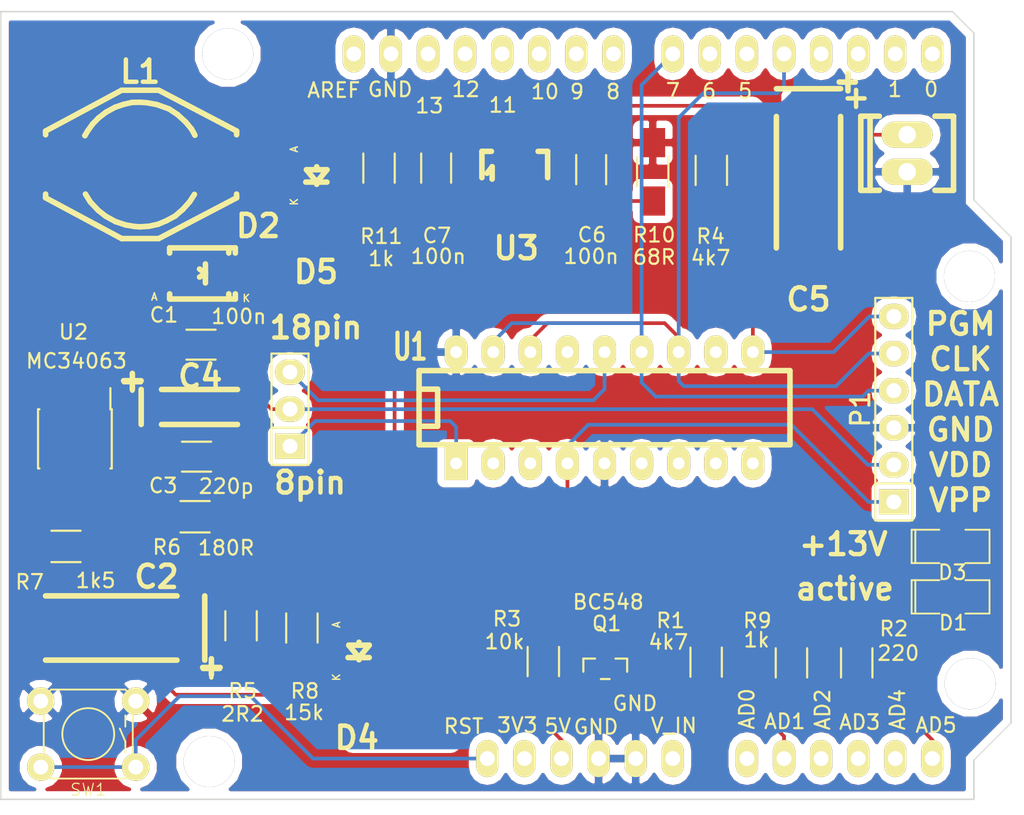
<source format=kicad_pcb>
(kicad_pcb (version 4) (host pcbnew "(2014-jul-16 BZR unknown)-product")

  (general
    (links 73)
    (no_connects 0)
    (area 117.87777 70.9168 221.46623 133.98246)
    (thickness 1.6)
    (drawings 34)
    (tracks 232)
    (zones 0)
    (modules 37)
    (nets 26)
  )

  (page A4)
  (layers
    (0 F.Cu signal)
    (31 B.Cu signal hide)
    (32 B.Adhes user)
    (33 F.Adhes user)
    (34 B.Paste user)
    (35 F.Paste user)
    (36 B.SilkS user)
    (37 F.SilkS user)
    (38 B.Mask user)
    (39 F.Mask user)
    (40 Dwgs.User user)
    (41 Cmts.User user)
    (42 Eco1.User user)
    (43 Eco2.User user)
    (44 Edge.Cuts user)
    (45 Margin user)
    (46 B.CrtYd user)
    (47 F.CrtYd user)
    (48 B.Fab user)
    (49 F.Fab user)
  )

  (setup
    (last_trace_width 0.254)
    (trace_clearance 0.254)
    (zone_clearance 0.508)
    (zone_45_only no)
    (trace_min 0.254)
    (segment_width 0.2)
    (edge_width 0.1)
    (via_size 0.889)
    (via_drill 0.635)
    (via_min_size 0.889)
    (via_min_drill 0.508)
    (uvia_size 0.508)
    (uvia_drill 0.127)
    (uvias_allowed no)
    (uvia_min_size 0.508)
    (uvia_min_drill 0.127)
    (pcb_text_width 0.3)
    (pcb_text_size 1.5 1.5)
    (mod_edge_width 0.15)
    (mod_text_size 1 1)
    (mod_text_width 0.15)
    (pad_size 1.5 1.5)
    (pad_drill 0.6)
    (pad_to_mask_clearance 0)
    (aux_axis_origin 0 0)
    (visible_elements FFFFFF7F)
    (pcbplotparams
      (layerselection 0x00030_80000001)
      (usegerberextensions false)
      (excludeedgelayer true)
      (linewidth 0.100000)
      (plotframeref false)
      (viasonmask false)
      (mode 1)
      (useauxorigin false)
      (hpglpennumber 1)
      (hpglpenspeed 20)
      (hpglpendiameter 15)
      (hpglpenoverlay 2)
      (psnegative false)
      (psa4output false)
      (plotreference true)
      (plotvalue true)
      (plotinvisibletext false)
      (padsonsilk false)
      (subtractmaskfromsilk false)
      (outputformat 1)
      (mirror false)
      (drillshape 1)
      (scaleselection 1)
      (outputdirectory ""))
  )

  (net 0 "")
  (net 1 "VDD(D2)")
  (net 2 GND)
  (net 3 5V)
  (net 4 "Net-(C3-Pad1)")
  (net 5 13V)
  (net 6 "Net-(C5-Pad1)")
  (net 7 "Net-(C6-Pad2)")
  (net 8 "Net-(D1-Pad1)")
  (net 9 "Net-(D2-Pad1)")
  (net 10 "Net-(D3-Pad1)")
  (net 11 ZIF1)
  (net 12 ZIF14)
  (net 13 "Net-(L1-Pad2)")
  (net 14 VPP)
  (net 15 "DATA(D7)")
  (net 16 "CLK(D4)")
  (net 17 PGM)
  (net 18 "Net-(Q1-Pad2)")
  (net 19 "MCLR(A1)")
  (net 20 "ACTIVITY(A5)")
  (net 21 "Net-(R6-Pad2)")
  (net 22 "Net-(R7-Pad1)")
  (net 23 RESET)
  (net 24 "Net-(C4-Pad1)")
  (net 25 "Net-(C7-Pad1)")

  (net_class Default "This is the default net class."
    (clearance 0.254)
    (trace_width 0.254)
    (via_dia 0.889)
    (via_drill 0.635)
    (uvia_dia 0.508)
    (uvia_drill 0.127)
    (add_net 13V)
    (add_net 5V)
    (add_net "ACTIVITY(A5)")
    (add_net "CLK(D4)")
    (add_net "DATA(D7)")
    (add_net GND)
    (add_net "MCLR(A1)")
    (add_net "Net-(C3-Pad1)")
    (add_net "Net-(C4-Pad1)")
    (add_net "Net-(C5-Pad1)")
    (add_net "Net-(C6-Pad2)")
    (add_net "Net-(C7-Pad1)")
    (add_net "Net-(D1-Pad1)")
    (add_net "Net-(D2-Pad1)")
    (add_net "Net-(D3-Pad1)")
    (add_net "Net-(L1-Pad2)")
    (add_net "Net-(Q1-Pad2)")
    (add_net "Net-(R6-Pad2)")
    (add_net "Net-(R7-Pad1)")
    (add_net PGM)
    (add_net RESET)
    (add_net "VDD(D2)")
    (add_net VPP)
    (add_net ZIF1)
    (add_net ZIF14)
  )

  (module Capacitors_SMD:C_1206_HandSoldering (layer F.Cu) (tedit 5440CCF9) (tstamp 543FF1D3)
    (at 143.0528 98.9584 180)
    (descr "Capacitor SMD 1206, hand soldering")
    (tags "capacitor 1206")
    (path /543FBBF4)
    (attr smd)
    (fp_text reference C1 (at 2.54 2.032 180) (layer F.SilkS)
      (effects (font (size 1 1) (thickness 0.15)))
    )
    (fp_text value 100n (at -2.5908 1.9304 180) (layer F.SilkS)
      (effects (font (size 1 1) (thickness 0.15)))
    )
    (fp_line (start -3.3 -1.15) (end 3.3 -1.15) (layer F.CrtYd) (width 0.05))
    (fp_line (start -3.3 1.15) (end 3.3 1.15) (layer F.CrtYd) (width 0.05))
    (fp_line (start -3.3 -1.15) (end -3.3 1.15) (layer F.CrtYd) (width 0.05))
    (fp_line (start 3.3 -1.15) (end 3.3 1.15) (layer F.CrtYd) (width 0.05))
    (fp_line (start 1 -1.025) (end -1 -1.025) (layer F.SilkS) (width 0.15))
    (fp_line (start -1 1.025) (end 1 1.025) (layer F.SilkS) (width 0.15))
    (pad 1 smd rect (at -2 0 180) (size 2 1.6) (layers F.Cu F.Paste F.Mask)
      (net 1 "VDD(D2)"))
    (pad 2 smd rect (at 2 0 180) (size 2 1.6) (layers F.Cu F.Paste F.Mask)
      (net 2 GND))
    (model Capacitors_SMD/C_1206N.wrl
      (at (xyz 0 0 0))
      (scale (xyz 1 1 1))
      (rotate (xyz 0 0 0))
    )
  )

  (module Capacitors_Tantalum_SMD:TantalC_SizeD_EIA-7343_HandSoldering (layer F.Cu) (tedit 5440CD18) (tstamp 543FF1DF)
    (at 136.906 118.364 180)
    (descr "Tantal Cap. , Size D, EIA-7343, Hand Soldering,")
    (tags "Tantal Cap. , Size D, EIA-7343, Hand Soldering,")
    (path /54408434)
    (attr smd)
    (fp_text reference C2 (at -3.0988 3.5052 180) (layer F.SilkS)
      (effects (font (thickness 0.3048)))
    )
    (fp_text value 10m/35V (at -0.09906 3.59918 180) (layer F.SilkS) hide
      (effects (font (thickness 0.3048)))
    )
    (fp_line (start -6.40334 -2.19964) (end -6.40334 2.19964) (layer F.SilkS) (width 0.381))
    (fp_line (start -4.50088 2.19964) (end 4.50088 2.19964) (layer F.SilkS) (width 0.381))
    (fp_line (start 4.50088 -2.19964) (end -4.50088 -2.19964) (layer F.SilkS) (width 0.381))
    (fp_text user + (at -6.85546 -2.70002 180) (layer F.SilkS)
      (effects (font (thickness 0.3048)))
    )
    (fp_line (start -6.858 -3.20294) (end -6.858 -2.10312) (layer F.SilkS) (width 0.381))
    (fp_line (start -7.45744 -2.70256) (end -6.25856 -2.70256) (layer F.SilkS) (width 0.381))
    (pad 2 smd rect (at 3.88874 0 180) (size 4.0005 2.70002) (layers F.Cu F.Paste F.Mask)
      (net 2 GND))
    (pad 1 smd rect (at -3.88874 0 180) (size 4.0005 2.70002) (layers F.Cu F.Paste F.Mask)
      (net 3 5V))
  )

  (module Capacitors_SMD:C_1206_HandSoldering (layer F.Cu) (tedit 5440CCB6) (tstamp 543FF1EB)
    (at 142.748 106.6292)
    (descr "Capacitor SMD 1206, hand soldering")
    (tags "capacitor 1206")
    (path /54407D45)
    (attr smd)
    (fp_text reference C3 (at -2.286 1.9812) (layer F.SilkS)
      (effects (font (size 1 1) (thickness 0.15)))
    )
    (fp_text value 220p (at 2.032 2.032) (layer F.SilkS)
      (effects (font (size 1 1) (thickness 0.15)))
    )
    (fp_line (start -3.3 -1.15) (end 3.3 -1.15) (layer F.CrtYd) (width 0.05))
    (fp_line (start -3.3 1.15) (end 3.3 1.15) (layer F.CrtYd) (width 0.05))
    (fp_line (start -3.3 -1.15) (end -3.3 1.15) (layer F.CrtYd) (width 0.05))
    (fp_line (start 3.3 -1.15) (end 3.3 1.15) (layer F.CrtYd) (width 0.05))
    (fp_line (start 1 -1.025) (end -1 -1.025) (layer F.SilkS) (width 0.15))
    (fp_line (start -1 1.025) (end 1 1.025) (layer F.SilkS) (width 0.15))
    (pad 1 smd rect (at -2 0) (size 2 1.6) (layers F.Cu F.Paste F.Mask)
      (net 4 "Net-(C3-Pad1)"))
    (pad 2 smd rect (at 2 0) (size 2 1.6) (layers F.Cu F.Paste F.Mask)
      (net 2 GND))
    (model Capacitors_SMD/C_1206N.wrl
      (at (xyz 0 0 0))
      (scale (xyz 1 1 1))
      (rotate (xyz 0 0 0))
    )
  )

  (module Capacitors_Tantalum_SMD:TantalC_SizeA_EIA-3216_HandSoldering (layer F.Cu) (tedit 5440CD00) (tstamp 543FF1F7)
    (at 142.9512 103.2256)
    (descr "Tantal Cap. , Size A, EIA-3216, Hand Soldering,")
    (tags "Tantal Cap. , Size A, EIA-3216, Hand Soldering,")
    (path /54406B81)
    (attr smd)
    (fp_text reference C4 (at 0.0508 -2.0828 180) (layer F.SilkS)
      (effects (font (thickness 0.3048)))
    )
    (fp_text value 10m/16V (at -0.09906 3.0988) (layer F.SilkS) hide
      (effects (font (thickness 0.3048)))
    )
    (fp_text user + (at -4.59994 -1.80086) (layer F.SilkS)
      (effects (font (thickness 0.3048)))
    )
    (fp_line (start -2.60096 1.19888) (end 2.60096 1.19888) (layer F.SilkS) (width 0.381))
    (fp_line (start 2.60096 -1.19888) (end -2.60096 -1.19888) (layer F.SilkS) (width 0.381))
    (fp_line (start -4.59994 -2.2987) (end -4.59994 -1.19888) (layer F.SilkS) (width 0.381))
    (fp_line (start -5.19938 -1.79832) (end -4.0005 -1.79832) (layer F.SilkS) (width 0.381))
    (fp_line (start -3.99542 -1.19888) (end -3.99542 1.19888) (layer F.SilkS) (width 0.381))
    (pad 2 smd rect (at 1.99898 0) (size 2.99974 1.50114) (layers F.Cu F.Paste F.Mask)
      (net 2 GND))
    (pad 1 smd rect (at -1.99898 0) (size 2.99974 1.50114) (layers F.Cu F.Paste F.Mask)
      (net 24 "Net-(C4-Pad1)"))
  )

  (module Capacitors_Tantalum_SMD:TantalC_SizeD_EIA-7343_HandSoldering (layer F.Cu) (tedit 5440CEAD) (tstamp 543FF203)
    (at 184.658 87.8332 270)
    (descr "Tantal Cap. , Size D, EIA-7343, Hand Soldering,")
    (tags "Tantal Cap. , Size D, EIA-7343, Hand Soldering,")
    (path /544119A7)
    (attr smd)
    (fp_text reference C5 (at 8.0264 0 360) (layer F.SilkS)
      (effects (font (thickness 0.3048)))
    )
    (fp_text value 33m/35V (at -0.09906 3.59918 270) (layer F.SilkS) hide
      (effects (font (thickness 0.3048)))
    )
    (fp_line (start -6.40334 -2.19964) (end -6.40334 2.19964) (layer F.SilkS) (width 0.381))
    (fp_line (start -4.50088 2.19964) (end 4.50088 2.19964) (layer F.SilkS) (width 0.381))
    (fp_line (start 4.50088 -2.19964) (end -4.50088 -2.19964) (layer F.SilkS) (width 0.381))
    (fp_text user + (at -5.7404 -3.1496 270) (layer F.SilkS)
      (effects (font (thickness 0.3048)))
    )
    (fp_line (start -6.858 -3.20294) (end -6.858 -2.10312) (layer F.SilkS) (width 0.381))
    (fp_line (start -7.45744 -2.70256) (end -6.25856 -2.70256) (layer F.SilkS) (width 0.381))
    (pad 2 smd rect (at 3.88874 0 270) (size 4.0005 2.70002) (layers F.Cu F.Paste F.Mask)
      (net 2 GND))
    (pad 1 smd rect (at -3.88874 0 270) (size 4.0005 2.70002) (layers F.Cu F.Paste F.Mask)
      (net 6 "Net-(C5-Pad1)"))
  )

  (module Capacitors_SMD:C_1206_HandSoldering (layer F.Cu) (tedit 5440CE91) (tstamp 543FF20F)
    (at 169.7736 86.9696 270)
    (descr "Capacitor SMD 1206, hand soldering")
    (tags "capacitor 1206")
    (path /5440F98F)
    (attr smd)
    (fp_text reference C6 (at 4.4704 -0.0508 360) (layer F.SilkS)
      (effects (font (size 1 1) (thickness 0.15)))
    )
    (fp_text value 100n (at 5.9436 0 360) (layer F.SilkS)
      (effects (font (size 1 1) (thickness 0.15)))
    )
    (fp_line (start -3.3 -1.15) (end 3.3 -1.15) (layer F.CrtYd) (width 0.05))
    (fp_line (start -3.3 1.15) (end 3.3 1.15) (layer F.CrtYd) (width 0.05))
    (fp_line (start -3.3 -1.15) (end -3.3 1.15) (layer F.CrtYd) (width 0.05))
    (fp_line (start 3.3 -1.15) (end 3.3 1.15) (layer F.CrtYd) (width 0.05))
    (fp_line (start 1 -1.025) (end -1 -1.025) (layer F.SilkS) (width 0.15))
    (fp_line (start -1 1.025) (end 1 1.025) (layer F.SilkS) (width 0.15))
    (pad 1 smd rect (at -2 0 270) (size 2 1.6) (layers F.Cu F.Paste F.Mask)
      (net 6 "Net-(C5-Pad1)"))
    (pad 2 smd rect (at 2 0 270) (size 2 1.6) (layers F.Cu F.Paste F.Mask)
      (net 7 "Net-(C6-Pad2)"))
    (model Capacitors_SMD/C_1206N.wrl
      (at (xyz 0 0 0))
      (scale (xyz 1 1 1))
      (rotate (xyz 0 0 0))
    )
  )

  (module Capacitors_SMD:C_1206_HandSoldering (layer F.Cu) (tedit 5440CE84) (tstamp 5440CD72)
    (at 159.1564 86.868 90)
    (descr "Capacitor SMD 1206, hand soldering")
    (tags "capacitor 1206")
    (path /5440FB1D)
    (attr smd)
    (fp_text reference C7 (at -4.6228 0.0508 180) (layer F.SilkS)
      (effects (font (size 1 1) (thickness 0.15)))
    )
    (fp_text value 100n (at -6.0452 0.1524 180) (layer F.SilkS)
      (effects (font (size 1 1) (thickness 0.15)))
    )
    (fp_line (start -3.3 -1.15) (end 3.3 -1.15) (layer F.CrtYd) (width 0.05))
    (fp_line (start -3.3 1.15) (end 3.3 1.15) (layer F.CrtYd) (width 0.05))
    (fp_line (start -3.3 -1.15) (end -3.3 1.15) (layer F.CrtYd) (width 0.05))
    (fp_line (start 3.3 -1.15) (end 3.3 1.15) (layer F.CrtYd) (width 0.05))
    (fp_line (start 1 -1.025) (end -1 -1.025) (layer F.SilkS) (width 0.15))
    (fp_line (start -1 1.025) (end 1 1.025) (layer F.SilkS) (width 0.15))
    (pad 1 smd rect (at -2 0 90) (size 2 1.6) (layers F.Cu F.Paste F.Mask)
      (net 25 "Net-(C7-Pad1)"))
    (pad 2 smd rect (at 2 0 90) (size 2 1.6) (layers F.Cu F.Paste F.Mask)
      (net 7 "Net-(C6-Pad2)"))
    (model Capacitors_SMD/C_1206N.wrl
      (at (xyz 0 0 0))
      (scale (xyz 1 1 1))
      (rotate (xyz 0 0 0))
    )
  )

  (module Diodes_SMD:Diode-SMA_Handsoldering (layer F.Cu) (tedit 5440CC3E) (tstamp 543FF238)
    (at 143.1544 94.0816)
    (descr "Diode SMA Handsoldering")
    (tags "Diode SMA Handsoldering")
    (path /54407608)
    (attr smd)
    (fp_text reference D2 (at 3.81 -3.2512) (layer F.SilkS)
      (effects (font (thickness 0.3048)))
    )
    (fp_text value 1N5819 (at 0 3.81) (layer F.SilkS) hide
      (effects (font (thickness 0.3048)))
    )
    (fp_line (start 0.20066 -0.65024) (end 0.20066 0.65024) (layer F.SilkS) (width 0.381))
    (fp_line (start 0.20066 0) (end -0.20066 0.24892) (layer F.SilkS) (width 0.381))
    (fp_line (start 0.20066 0) (end -0.20066 -0.29972) (layer F.SilkS) (width 0.381))
    (fp_text user A (at -3.29946 1.6002) (layer F.SilkS)
      (effects (font (size 0.50038 0.50038) (thickness 0.09906)))
    )
    (fp_text user K (at 2.99974 1.69926) (layer F.SilkS)
      (effects (font (size 0.50038 0.50038) (thickness 0.09906)))
    )
    (fp_line (start 1.80086 1.75006) (end 1.80086 1.39954) (layer F.SilkS) (width 0.381))
    (fp_line (start 1.80086 -1.75006) (end 1.80086 -1.39954) (layer F.SilkS) (width 0.381))
    (fp_line (start 2.25044 1.75006) (end 2.25044 1.39954) (layer F.SilkS) (width 0.381))
    (fp_line (start -2.25044 1.75006) (end -2.25044 1.39954) (layer F.SilkS) (width 0.381))
    (fp_line (start -2.25044 -1.75006) (end -2.25044 -1.39954) (layer F.SilkS) (width 0.381))
    (fp_line (start 2.25044 -1.75006) (end 2.25044 -1.39954) (layer F.SilkS) (width 0.381))
    (fp_line (start -2.25044 1.75006) (end 2.25044 1.75006) (layer F.SilkS) (width 0.381))
    (fp_line (start -2.25044 -1.75006) (end 2.25044 -1.75006) (layer F.SilkS) (width 0.381))
    (pad 1 smd rect (at -2.49936 0) (size 3.50012 1.80086) (layers F.Cu F.Paste F.Mask)
      (net 9 "Net-(D2-Pad1)"))
    (pad 2 smd rect (at 2.49936 0) (size 3.50012 1.80086) (layers F.Cu F.Paste F.Mask)
      (net 24 "Net-(C4-Pad1)"))
    (model smd/do214.wrl
      (at (xyz 0 0 0))
      (scale (xyz 1 1 1))
      (rotate (xyz 0 0 0))
    )
  )

  (module Pin_Headers:Pin_Header_Straight_1x03 (layer F.Cu) (tedit 5440CCC3) (tstamp 543FF250)
    (at 149.1488 103.378 90)
    (descr "Through hole pin header")
    (tags "pin header")
    (path /543FB7B3)
    (fp_text reference JP1 (at 0 -2.286 90) (layer F.SilkS) hide
      (effects (font (size 1.27 1.27) (thickness 0.2032)))
    )
    (fp_text value JUMPER3 (at 0 0 90) (layer F.SilkS) hide
      (effects (font (size 1.27 1.27) (thickness 0.2032)))
    )
    (fp_line (start -1.27 1.27) (end 3.81 1.27) (layer F.SilkS) (width 0.15))
    (fp_line (start 3.81 1.27) (end 3.81 -1.27) (layer F.SilkS) (width 0.15))
    (fp_line (start 3.81 -1.27) (end -1.27 -1.27) (layer F.SilkS) (width 0.15))
    (fp_line (start -3.81 -1.27) (end -1.27 -1.27) (layer F.SilkS) (width 0.15))
    (fp_line (start -1.27 -1.27) (end -1.27 1.27) (layer F.SilkS) (width 0.15))
    (fp_line (start -3.81 -1.27) (end -3.81 1.27) (layer F.SilkS) (width 0.15))
    (fp_line (start -3.81 1.27) (end -1.27 1.27) (layer F.SilkS) (width 0.15))
    (pad 1 thru_hole rect (at -2.54 0 90) (size 1.7272 2.032) (drill 1.016) (layers *.Cu *.Mask F.SilkS)
      (net 11 ZIF1))
    (pad 2 thru_hole oval (at 0 0 90) (size 1.7272 2.032) (drill 1.016) (layers *.Cu *.Mask F.SilkS)
      (net 1 "VDD(D2)"))
    (pad 3 thru_hole oval (at 2.54 0 90) (size 1.7272 2.032) (drill 1.016) (layers *.Cu *.Mask F.SilkS)
      (net 12 ZIF14))
    (model Pin_Headers/Pin_Header_Straight_1x03.wrl
      (at (xyz 0 0 0))
      (scale (xyz 1 1 1))
      (rotate (xyz 0 0 0))
    )
  )

  (module Choke_SMD:Choke_SMD_PISN_Handsoldering_FASTRON (layer F.Cu) (tedit 543FF0E6) (tstamp 543FF283)
    (at 138.8872 86.614)
    (descr "Choke, Drossel, PISN, SMD, Fastron,")
    (tags "Choke, Drossel, PISN, SMD, Fastron,")
    (path /54408FD8)
    (attr smd)
    (fp_text reference L1 (at 0 -6.35) (layer F.SilkS)
      (effects (font (thickness 0.3048)))
    )
    (fp_text value 220uH (at 1.27 7.62) (layer F.SilkS) hide
      (effects (font (thickness 0.3048)))
    )
    (fp_line (start 0 -0.254) (end 0 0.254) (layer F.Adhes) (width 0.381))
    (fp_circle (center 0 0) (end 0.254 1.016) (layer F.Adhes) (width 0.381))
    (fp_circle (center 0 0) (end 0.254 0.762) (layer F.Adhes) (width 0.381))
    (fp_circle (center 0 0) (end 0 0.508) (layer F.Adhes) (width 0.381))
    (fp_circle (center 0 0) (end 0.254 0) (layer F.Adhes) (width 0.381))
    (fp_line (start 0 -4.25704) (end -0.54864 -4.24688) (layer F.SilkS) (width 0.381))
    (fp_line (start -0.54864 -4.24688) (end -1.143 -4.10972) (layer F.SilkS) (width 0.381))
    (fp_line (start -1.143 -4.10972) (end -1.73736 -3.90652) (layer F.SilkS) (width 0.381))
    (fp_line (start -1.73736 -3.90652) (end -2.34696 -3.57124) (layer F.SilkS) (width 0.381))
    (fp_line (start -2.34696 -3.57124) (end -2.86004 -3.175) (layer F.SilkS) (width 0.381))
    (fp_line (start -2.86004 -3.175) (end -3.26136 -2.76352) (layer F.SilkS) (width 0.381))
    (fp_line (start -3.26136 -2.76352) (end -3.61188 -2.27076) (layer F.SilkS) (width 0.381))
    (fp_line (start -3.61188 -2.27076) (end -3.7846 -1.97104) (layer F.SilkS) (width 0.381))
    (fp_line (start -3.7846 -1.97104) (end -3.7846 -1.98628) (layer F.SilkS) (width 0.381))
    (fp_line (start -0.0254 -4.25704) (end 0.44704 -4.22656) (layer F.SilkS) (width 0.381))
    (fp_line (start 0.44704 -4.22656) (end 1.143 -4.09956) (layer F.SilkS) (width 0.381))
    (fp_line (start 1.143 -4.09956) (end 1.97612 -3.79984) (layer F.SilkS) (width 0.381))
    (fp_line (start 1.97612 -3.79984) (end 2.57048 -3.4036) (layer F.SilkS) (width 0.381))
    (fp_line (start 2.57048 -3.4036) (end 3.11912 -2.90068) (layer F.SilkS) (width 0.381))
    (fp_line (start 3.11912 -2.90068) (end 3.52044 -2.41808) (layer F.SilkS) (width 0.381))
    (fp_line (start 3.52044 -2.41808) (end 3.74904 -1.99644) (layer F.SilkS) (width 0.381))
    (fp_line (start 0 4.28244) (end -0.40132 4.24688) (layer F.SilkS) (width 0.381))
    (fp_line (start -0.40132 4.24688) (end -0.99568 4.14528) (layer F.SilkS) (width 0.381))
    (fp_line (start -0.99568 4.14528) (end -1.69164 3.91668) (layer F.SilkS) (width 0.381))
    (fp_line (start -1.69164 3.91668) (end -2.35712 3.55092) (layer F.SilkS) (width 0.381))
    (fp_line (start -2.35712 3.55092) (end -2.88036 3.13944) (layer F.SilkS) (width 0.381))
    (fp_line (start -2.88036 3.13944) (end -3.41884 2.5654) (layer F.SilkS) (width 0.381))
    (fp_line (start -3.41884 2.5654) (end -3.74904 2.032) (layer F.SilkS) (width 0.381))
    (fp_line (start 0 4.27228) (end 0.59436 4.23672) (layer F.SilkS) (width 0.381))
    (fp_line (start 0.59436 4.23672) (end 1.22428 4.09956) (layer F.SilkS) (width 0.381))
    (fp_line (start 1.22428 4.09956) (end 1.81864 3.84556) (layer F.SilkS) (width 0.381))
    (fp_line (start 1.81864 3.84556) (end 2.3876 3.54076) (layer F.SilkS) (width 0.381))
    (fp_line (start 2.3876 3.54076) (end 2.91592 3.08356) (layer F.SilkS) (width 0.381))
    (fp_line (start 2.91592 3.08356) (end 3.38328 2.5654) (layer F.SilkS) (width 0.381))
    (fp_line (start 3.38328 2.5654) (end 3.71348 2.05232) (layer F.SilkS) (width 0.381))
    (fp_line (start -1.27 -5.08) (end 1.27 -5.08) (layer F.SilkS) (width 0.381))
    (fp_line (start -1.27 5.08) (end 1.27 5.08) (layer F.SilkS) (width 0.381))
    (fp_line (start 1.27 5.08) (end 6.604 2.286) (layer F.SilkS) (width 0.381))
    (fp_line (start 6.604 2.286) (end 6.604 2.032) (layer F.SilkS) (width 0.381))
    (fp_line (start -1.27 5.08) (end -6.477 2.286) (layer F.SilkS) (width 0.381))
    (fp_line (start -6.477 2.286) (end -6.477 2.032) (layer F.SilkS) (width 0.381))
    (fp_line (start 1.27 -5.08) (end 6.604 -2.286) (layer F.SilkS) (width 0.381))
    (fp_line (start 6.604 -2.286) (end 6.604 -2.032) (layer F.SilkS) (width 0.381))
    (fp_line (start -6.477 -2.286) (end -6.477 -2.032) (layer F.SilkS) (width 0.381))
    (fp_line (start -1.27 -5.08) (end -6.477 -2.286) (layer F.SilkS) (width 0.381))
    (pad 2 smd rect (at -5.6515 0.01016) (size 4.0005 2.99974) (layers F.Cu F.Paste F.Mask)
      (net 13 "Net-(L1-Pad2)"))
    (pad 1 smd rect (at 5.68198 0) (size 4.0005 2.99974) (layers F.Cu F.Paste F.Mask)
      (net 9 "Net-(D2-Pad1)"))
  )

  (module Sockets_MOLEX_KK-System:Socket_MOLEX-KK-RM2-54mm_Lock_2pin_straight (layer F.Cu) (tedit 5440CC17) (tstamp 543FF2DA)
    (at 191.4144 85.852 90)
    (descr "Socket, MOLEX, KK, RM 2.54mm, Lock, 2pin, straight,")
    (tags "Socket, MOLEX, KK, RM 2.54mm, Lock, 2pin, straight,")
    (path /5440F887)
    (fp_text reference P2 (at 0 -4.445 90) (layer F.SilkS) hide
      (effects (font (thickness 0.3048)))
    )
    (fp_text value CONN_01X02 (at -0.635 5.08 90) (layer F.SilkS) hide
      (effects (font (thickness 0.3048)))
    )
    (fp_line (start -2.54 -2.54) (end 2.54 -2.54) (layer F.SilkS) (width 0.381))
    (fp_line (start 2.54 3.175) (end 2.54 1.905) (layer F.SilkS) (width 0.381))
    (fp_line (start 2.54 -2.54) (end 2.54 -1.905) (layer F.SilkS) (width 0.381))
    (fp_line (start -2.54 2.54) (end -2.54 1.905) (layer F.SilkS) (width 0.381))
    (fp_line (start -2.54 -2.54) (end -2.54 -1.905) (layer F.SilkS) (width 0.381))
    (fp_line (start -2.54 -2.54) (end -2.54 -3.175) (layer F.SilkS) (width 0.381))
    (fp_line (start -2.54 -3.175) (end 2.54 -3.175) (layer F.SilkS) (width 0.381))
    (fp_line (start 2.54 -3.175) (end 2.54 -2.54) (layer F.SilkS) (width 0.381))
    (fp_line (start 2.54 3.175) (end -2.54 3.175) (layer F.SilkS) (width 0.381))
    (fp_line (start -2.54 3.175) (end -2.54 2.54) (layer F.SilkS) (width 0.381))
    (pad 1 thru_hole oval (at -1.27 0 90) (size 1.80086 3.50012) (drill 1.19888) (layers *.Cu *.Mask F.SilkS)
      (net 2 GND))
    (pad 2 thru_hole oval (at 1.27 0 90) (size 1.80086 3.50012) (drill 1.19888) (layers *.Cu *.Mask F.SilkS)
      (net 6 "Net-(C5-Pad1)"))
  )

  (module Transistors_SMD:sot23 (layer F.Cu) (tedit 5440CFE8) (tstamp 543FF2E6)
    (at 170.7388 121.158)
    (descr SOT23)
    (path /543FCCA5)
    (attr smd)
    (fp_text reference Q1 (at 0.1016 -3.0988) (layer F.SilkS)
      (effects (font (size 1 1) (thickness 0.15)))
    )
    (fp_text value BC548 (at 0.2032 -4.572) (layer F.SilkS)
      (effects (font (size 1 1) (thickness 0.15)))
    )
    (fp_line (start -1.5 0.2) (end -1.5 -0.7) (layer F.SilkS) (width 0.15))
    (fp_line (start -1.5 -0.7) (end -0.7 -0.7) (layer F.SilkS) (width 0.15))
    (fp_line (start 1.5 0.2) (end 1.5 -0.7) (layer F.SilkS) (width 0.15))
    (fp_line (start 1.5 -0.7) (end 0.7 -0.7) (layer F.SilkS) (width 0.15))
    (fp_line (start 0.3 0.7) (end -0.3 0.7) (layer F.SilkS) (width 0.15))
    (pad 1 smd rect (at -0.9525 1.05664) (size 0.59944 1.00076) (layers F.Cu F.Paste F.Mask)
      (net 14 VPP))
    (pad 3 smd rect (at 0 -1.05664) (size 0.59944 1.00076) (layers F.Cu F.Paste F.Mask)
      (net 2 GND))
    (pad 2 smd rect (at 0.9525 1.05664) (size 0.59944 1.00076) (layers F.Cu F.Paste F.Mask)
      (net 18 "Net-(Q1-Pad2)"))
    (model smd/smd_transistors/sot23.wrl
      (at (xyz 0 0 0))
      (scale (xyz 1 1 1))
      (rotate (xyz 0 0 0))
    )
  )

  (module Resistors_SMD:R_1206_HandSoldering (layer F.Cu) (tedit 5440D27D) (tstamp 543FF2F2)
    (at 177.6476 120.7008 270)
    (descr "Resistor SMD 1206, hand soldering")
    (tags "resistor 1206")
    (path /543FCDA2)
    (attr smd)
    (fp_text reference R1 (at -2.8448 2.4384 360) (layer F.SilkS)
      (effects (font (size 1 1) (thickness 0.15)))
    )
    (fp_text value 4k7 (at -1.3716 2.5908 360) (layer F.SilkS)
      (effects (font (size 1 1) (thickness 0.15)))
    )
    (fp_line (start -3.3 -1.2) (end 3.3 -1.2) (layer F.CrtYd) (width 0.05))
    (fp_line (start -3.3 1.2) (end 3.3 1.2) (layer F.CrtYd) (width 0.05))
    (fp_line (start -3.3 -1.2) (end -3.3 1.2) (layer F.CrtYd) (width 0.05))
    (fp_line (start 3.3 -1.2) (end 3.3 1.2) (layer F.CrtYd) (width 0.05))
    (fp_line (start 1 1.075) (end -1 1.075) (layer F.SilkS) (width 0.15))
    (fp_line (start -1 -1.075) (end 1 -1.075) (layer F.SilkS) (width 0.15))
    (pad 1 smd rect (at -2 0 270) (size 2 1.7) (layers F.Cu F.Paste F.Mask)
      (net 18 "Net-(Q1-Pad2)"))
    (pad 2 smd rect (at 2 0 270) (size 2 1.7) (layers F.Cu F.Paste F.Mask)
      (net 19 "MCLR(A1)"))
    (model Resistors_SMD/R_1206.wrl
      (at (xyz 0 0 0))
      (scale (xyz 1 1 1))
      (rotate (xyz 0 0 0))
    )
  )

  (module Resistors_SMD:R_1206_HandSoldering (layer F.Cu) (tedit 5440D2F7) (tstamp 543FF2FE)
    (at 187.96 120.7516 270)
    (descr "Resistor SMD 1206, hand soldering")
    (tags "resistor 1206")
    (path /543FEABB)
    (attr smd)
    (fp_text reference R2 (at -2.3368 -2.54 360) (layer F.SilkS)
      (effects (font (size 1 1) (thickness 0.15)))
    )
    (fp_text value 220 (at -0.6604 -2.8448 360) (layer F.SilkS)
      (effects (font (size 1 1) (thickness 0.15)))
    )
    (fp_line (start -3.3 -1.2) (end 3.3 -1.2) (layer F.CrtYd) (width 0.05))
    (fp_line (start -3.3 1.2) (end 3.3 1.2) (layer F.CrtYd) (width 0.05))
    (fp_line (start -3.3 -1.2) (end -3.3 1.2) (layer F.CrtYd) (width 0.05))
    (fp_line (start 3.3 -1.2) (end 3.3 1.2) (layer F.CrtYd) (width 0.05))
    (fp_line (start 1 1.075) (end -1 1.075) (layer F.SilkS) (width 0.15))
    (fp_line (start -1 -1.075) (end 1 -1.075) (layer F.SilkS) (width 0.15))
    (pad 1 smd rect (at -2 0 270) (size 2 1.7) (layers F.Cu F.Paste F.Mask)
      (net 8 "Net-(D1-Pad1)"))
    (pad 2 smd rect (at 2 0 270) (size 2 1.7) (layers F.Cu F.Paste F.Mask)
      (net 20 "ACTIVITY(A5)"))
    (model Resistors_SMD/R_1206.wrl
      (at (xyz 0 0 0))
      (scale (xyz 1 1 1))
      (rotate (xyz 0 0 0))
    )
  )

  (module Resistors_SMD:R_1206_HandSoldering (layer F.Cu) (tedit 5447A439) (tstamp 5440D23D)
    (at 166.497 120.6627 90)
    (descr "Resistor SMD 1206, hand soldering")
    (tags "resistor 1206")
    (path /543FCC61)
    (attr smd)
    (fp_text reference R3 (at 2.921 -2.4892 180) (layer F.SilkS)
      (effects (font (size 1 1) (thickness 0.15)))
    )
    (fp_text value 10k (at 1.3589 -2.6543 180) (layer F.SilkS)
      (effects (font (size 1 1) (thickness 0.15)))
    )
    (fp_line (start -3.3 -1.2) (end 3.3 -1.2) (layer F.CrtYd) (width 0.05))
    (fp_line (start -3.3 1.2) (end 3.3 1.2) (layer F.CrtYd) (width 0.05))
    (fp_line (start -3.3 -1.2) (end -3.3 1.2) (layer F.CrtYd) (width 0.05))
    (fp_line (start 3.3 -1.2) (end 3.3 1.2) (layer F.CrtYd) (width 0.05))
    (fp_line (start 1 1.075) (end -1 1.075) (layer F.SilkS) (width 0.15))
    (fp_line (start -1 -1.075) (end 1 -1.075) (layer F.SilkS) (width 0.15))
    (pad 1 smd rect (at -2 0 90) (size 2 1.7) (layers F.Cu F.Paste F.Mask)
      (net 5 13V))
    (pad 2 smd rect (at 2 0 90) (size 2 1.7) (layers F.Cu F.Paste F.Mask)
      (net 14 VPP))
    (model Resistors_SMD/R_1206.wrl
      (at (xyz 0 0 0))
      (scale (xyz 1 1 1))
      (rotate (xyz 0 0 0))
    )
  )

  (module Resistors_SMD:R_1206_HandSoldering (layer F.Cu) (tedit 5440CEA2) (tstamp 543FF9B6)
    (at 178.0032 87.0204 90)
    (descr "Resistor SMD 1206, hand soldering")
    (tags "resistor 1206")
    (path /543FCB5E)
    (attr smd)
    (fp_text reference R4 (at -4.5212 -0.0508 180) (layer F.SilkS)
      (effects (font (size 1 1) (thickness 0.15)))
    )
    (fp_text value 4k7 (at -5.9944 -0.0508 180) (layer F.SilkS)
      (effects (font (size 1 1) (thickness 0.15)))
    )
    (fp_line (start -3.3 -1.2) (end 3.3 -1.2) (layer F.CrtYd) (width 0.05))
    (fp_line (start -3.3 1.2) (end 3.3 1.2) (layer F.CrtYd) (width 0.05))
    (fp_line (start -3.3 -1.2) (end -3.3 1.2) (layer F.CrtYd) (width 0.05))
    (fp_line (start 3.3 -1.2) (end 3.3 1.2) (layer F.CrtYd) (width 0.05))
    (fp_line (start 1 1.075) (end -1 1.075) (layer F.SilkS) (width 0.15))
    (fp_line (start -1 -1.075) (end 1 -1.075) (layer F.SilkS) (width 0.15))
    (pad 1 smd rect (at -2 0 90) (size 2 1.7) (layers F.Cu F.Paste F.Mask)
      (net 17 PGM))
    (pad 2 smd rect (at 2 0 90) (size 2 1.7) (layers F.Cu F.Paste F.Mask)
      (net 2 GND))
    (model Resistors_SMD/R_1206.wrl
      (at (xyz 0 0 0))
      (scale (xyz 1 1 1))
      (rotate (xyz 0 0 0))
    )
  )

  (module Resistors_SMD:R_1206_HandSoldering (layer F.Cu) (tedit 5440CEEB) (tstamp 5440C46E)
    (at 145.796 118.2116 90)
    (descr "Resistor SMD 1206, hand soldering")
    (tags "resistor 1206")
    (path /54408974)
    (attr smd)
    (fp_text reference R5 (at -4.4704 0.1016 180) (layer F.SilkS)
      (effects (font (size 1 1) (thickness 0.15)))
    )
    (fp_text value 2R2 (at -6.0452 0.1016 180) (layer F.SilkS)
      (effects (font (size 1 1) (thickness 0.15)))
    )
    (fp_line (start -3.3 -1.2) (end 3.3 -1.2) (layer F.CrtYd) (width 0.05))
    (fp_line (start -3.3 1.2) (end 3.3 1.2) (layer F.CrtYd) (width 0.05))
    (fp_line (start -3.3 -1.2) (end -3.3 1.2) (layer F.CrtYd) (width 0.05))
    (fp_line (start 3.3 -1.2) (end 3.3 1.2) (layer F.CrtYd) (width 0.05))
    (fp_line (start 1 1.075) (end -1 1.075) (layer F.SilkS) (width 0.15))
    (fp_line (start -1 -1.075) (end 1 -1.075) (layer F.SilkS) (width 0.15))
    (pad 1 smd rect (at -2 0 90) (size 2 1.7) (layers F.Cu F.Paste F.Mask)
      (net 3 5V))
    (pad 2 smd rect (at 2 0 90) (size 2 1.7) (layers F.Cu F.Paste F.Mask)
      (net 13 "Net-(L1-Pad2)"))
    (model Resistors_SMD/R_1206.wrl
      (at (xyz 0 0 0))
      (scale (xyz 1 1 1))
      (rotate (xyz 0 0 0))
    )
  )

  (module Resistors_SMD:R_1206_HandSoldering (layer F.Cu) (tedit 5440CCBE) (tstamp 543FF32E)
    (at 142.6464 110.744)
    (descr "Resistor SMD 1206, hand soldering")
    (tags "resistor 1206")
    (path /54407870)
    (attr smd)
    (fp_text reference R6 (at -1.9304 2.0828) (layer F.SilkS)
      (effects (font (size 1 1) (thickness 0.15)))
    )
    (fp_text value 180R (at 2.1336 2.1336) (layer F.SilkS)
      (effects (font (size 1 1) (thickness 0.15)))
    )
    (fp_line (start -3.3 -1.2) (end 3.3 -1.2) (layer F.CrtYd) (width 0.05))
    (fp_line (start -3.3 1.2) (end 3.3 1.2) (layer F.CrtYd) (width 0.05))
    (fp_line (start -3.3 -1.2) (end -3.3 1.2) (layer F.CrtYd) (width 0.05))
    (fp_line (start 3.3 -1.2) (end 3.3 1.2) (layer F.CrtYd) (width 0.05))
    (fp_line (start 1 1.075) (end -1 1.075) (layer F.SilkS) (width 0.15))
    (fp_line (start -1 -1.075) (end 1 -1.075) (layer F.SilkS) (width 0.15))
    (pad 1 smd rect (at -2 0) (size 2 1.7) (layers F.Cu F.Paste F.Mask)
      (net 13 "Net-(L1-Pad2)"))
    (pad 2 smd rect (at 2 0) (size 2 1.7) (layers F.Cu F.Paste F.Mask)
      (net 21 "Net-(R6-Pad2)"))
    (model Resistors_SMD/R_1206.wrl
      (at (xyz 0 0 0))
      (scale (xyz 1 1 1))
      (rotate (xyz 0 0 0))
    )
  )

  (module Resistors_SMD:R_1206_HandSoldering (layer F.Cu) (tedit 5440CED9) (tstamp 543FF33A)
    (at 133.8072 112.776 180)
    (descr "Resistor SMD 1206, hand soldering")
    (tags "resistor 1206")
    (path /54406898)
    (attr smd)
    (fp_text reference R7 (at 2.4892 -2.4384 180) (layer F.SilkS)
      (effects (font (size 1 1) (thickness 0.15)))
    )
    (fp_text value 1k5 (at -2.032 -2.3368 180) (layer F.SilkS)
      (effects (font (size 1 1) (thickness 0.15)))
    )
    (fp_line (start -3.3 -1.2) (end 3.3 -1.2) (layer F.CrtYd) (width 0.05))
    (fp_line (start -3.3 1.2) (end 3.3 1.2) (layer F.CrtYd) (width 0.05))
    (fp_line (start -3.3 -1.2) (end -3.3 1.2) (layer F.CrtYd) (width 0.05))
    (fp_line (start 3.3 -1.2) (end 3.3 1.2) (layer F.CrtYd) (width 0.05))
    (fp_line (start 1 1.075) (end -1 1.075) (layer F.SilkS) (width 0.15))
    (fp_line (start -1 -1.075) (end 1 -1.075) (layer F.SilkS) (width 0.15))
    (pad 1 smd rect (at -2 0 180) (size 2 1.7) (layers F.Cu F.Paste F.Mask)
      (net 22 "Net-(R7-Pad1)"))
    (pad 2 smd rect (at 2 0 180) (size 2 1.7) (layers F.Cu F.Paste F.Mask)
      (net 2 GND))
    (model Resistors_SMD/R_1206.wrl
      (at (xyz 0 0 0))
      (scale (xyz 1 1 1))
      (rotate (xyz 0 0 0))
    )
  )

  (module Resistors_SMD:R_1206_HandSoldering (layer F.Cu) (tedit 5440CEF3) (tstamp 5440D213)
    (at 149.9616 118.364 270)
    (descr "Resistor SMD 1206, hand soldering")
    (tags "resistor 1206")
    (path /544068DB)
    (attr smd)
    (fp_text reference R8 (at 4.318 -0.2032 360) (layer F.SilkS)
      (effects (font (size 1 1) (thickness 0.15)))
    )
    (fp_text value 15k (at 5.7912 -0.1524 360) (layer F.SilkS)
      (effects (font (size 1 1) (thickness 0.15)))
    )
    (fp_line (start -3.3 -1.2) (end 3.3 -1.2) (layer F.CrtYd) (width 0.05))
    (fp_line (start -3.3 1.2) (end 3.3 1.2) (layer F.CrtYd) (width 0.05))
    (fp_line (start -3.3 -1.2) (end -3.3 1.2) (layer F.CrtYd) (width 0.05))
    (fp_line (start 3.3 -1.2) (end 3.3 1.2) (layer F.CrtYd) (width 0.05))
    (fp_line (start 1 1.075) (end -1 1.075) (layer F.SilkS) (width 0.15))
    (fp_line (start -1 -1.075) (end 1 -1.075) (layer F.SilkS) (width 0.15))
    (pad 1 smd rect (at -2 0 270) (size 2 1.7) (layers F.Cu F.Paste F.Mask)
      (net 24 "Net-(C4-Pad1)"))
    (pad 2 smd rect (at 2 0 270) (size 2 1.7) (layers F.Cu F.Paste F.Mask)
      (net 22 "Net-(R7-Pad1)"))
    (model Resistors_SMD/R_1206.wrl
      (at (xyz 0 0 0))
      (scale (xyz 1 1 1))
      (rotate (xyz 0 0 0))
    )
  )

  (module Resistors_SMD:R_1206_HandSoldering (layer F.Cu) (tedit 5440D2C9) (tstamp 543FF352)
    (at 183.4896 120.7516 270)
    (descr "Resistor SMD 1206, hand soldering")
    (tags "resistor 1206")
    (path /544037E6)
    (attr smd)
    (fp_text reference R9 (at -2.8956 2.3368 360) (layer F.SilkS)
      (effects (font (size 1 1) (thickness 0.15)))
    )
    (fp_text value 1k (at -1.5748 2.3876 360) (layer F.SilkS)
      (effects (font (size 1 1) (thickness 0.15)))
    )
    (fp_line (start -3.3 -1.2) (end 3.3 -1.2) (layer F.CrtYd) (width 0.05))
    (fp_line (start -3.3 1.2) (end 3.3 1.2) (layer F.CrtYd) (width 0.05))
    (fp_line (start -3.3 -1.2) (end -3.3 1.2) (layer F.CrtYd) (width 0.05))
    (fp_line (start 3.3 -1.2) (end 3.3 1.2) (layer F.CrtYd) (width 0.05))
    (fp_line (start 1 1.075) (end -1 1.075) (layer F.SilkS) (width 0.15))
    (fp_line (start -1 -1.075) (end 1 -1.075) (layer F.SilkS) (width 0.15))
    (pad 1 smd rect (at -2 0 270) (size 2 1.7) (layers F.Cu F.Paste F.Mask)
      (net 10 "Net-(D3-Pad1)"))
    (pad 2 smd rect (at 2 0 270) (size 2 1.7) (layers F.Cu F.Paste F.Mask)
      (net 5 13V))
    (model Resistors_SMD/R_1206.wrl
      (at (xyz 0 0 0))
      (scale (xyz 1 1 1))
      (rotate (xyz 0 0 0))
    )
  )

  (module Resistors_SMD:R_1206_HandSoldering (layer F.Cu) (tedit 5440CE9A) (tstamp 543FF35E)
    (at 173.99 87.122 270)
    (descr "Resistor SMD 1206, hand soldering")
    (tags "resistor 1206")
    (path /5440FC8D)
    (attr smd)
    (fp_text reference R10 (at 4.318 -0.1016 360) (layer F.SilkS)
      (effects (font (size 1 1) (thickness 0.15)))
    )
    (fp_text value 68R (at 5.842 -0.1016 360) (layer F.SilkS)
      (effects (font (size 1 1) (thickness 0.15)))
    )
    (fp_line (start -3.3 -1.2) (end 3.3 -1.2) (layer F.CrtYd) (width 0.05))
    (fp_line (start -3.3 1.2) (end 3.3 1.2) (layer F.CrtYd) (width 0.05))
    (fp_line (start -3.3 -1.2) (end -3.3 1.2) (layer F.CrtYd) (width 0.05))
    (fp_line (start 3.3 -1.2) (end 3.3 1.2) (layer F.CrtYd) (width 0.05))
    (fp_line (start 1 1.075) (end -1 1.075) (layer F.SilkS) (width 0.15))
    (fp_line (start -1 -1.075) (end 1 -1.075) (layer F.SilkS) (width 0.15))
    (pad 1 smd rect (at -2 0 270) (size 2 1.7) (layers F.Cu F.Paste F.Mask)
      (net 2 GND))
    (pad 2 smd rect (at 2 0 270) (size 2 1.7) (layers F.Cu F.Paste F.Mask)
      (net 7 "Net-(C6-Pad2)"))
    (model Resistors_SMD/R_1206.wrl
      (at (xyz 0 0 0))
      (scale (xyz 1 1 1))
      (rotate (xyz 0 0 0))
    )
  )

  (module Resistors_SMD:R_1206_HandSoldering (layer F.Cu) (tedit 5440CE7B) (tstamp 5440CD7F)
    (at 155.2448 86.868 90)
    (descr "Resistor SMD 1206, hand soldering")
    (tags "resistor 1206")
    (path /5440FB9B)
    (attr smd)
    (fp_text reference R11 (at -4.6736 0.1524 180) (layer F.SilkS)
      (effects (font (size 1 1) (thickness 0.15)))
    )
    (fp_text value 1k (at -6.1976 0.1524 180) (layer F.SilkS)
      (effects (font (size 1 1) (thickness 0.15)))
    )
    (fp_line (start -3.3 -1.2) (end 3.3 -1.2) (layer F.CrtYd) (width 0.05))
    (fp_line (start -3.3 1.2) (end 3.3 1.2) (layer F.CrtYd) (width 0.05))
    (fp_line (start -3.3 -1.2) (end -3.3 1.2) (layer F.CrtYd) (width 0.05))
    (fp_line (start 3.3 -1.2) (end 3.3 1.2) (layer F.CrtYd) (width 0.05))
    (fp_line (start 1 1.075) (end -1 1.075) (layer F.SilkS) (width 0.15))
    (fp_line (start -1 -1.075) (end 1 -1.075) (layer F.SilkS) (width 0.15))
    (pad 1 smd rect (at -2 0 90) (size 2 1.7) (layers F.Cu F.Paste F.Mask)
      (net 25 "Net-(C7-Pad1)"))
    (pad 2 smd rect (at 2 0 90) (size 2 1.7) (layers F.Cu F.Paste F.Mask)
      (net 7 "Net-(C6-Pad2)"))
    (model Resistors_SMD/R_1206.wrl
      (at (xyz 0 0 0))
      (scale (xyz 1 1 1))
      (rotate (xyz 0 0 0))
    )
  )

  (module ab2_input_devices.mod:AB2_PB_MOM_6MM_PTH_BLK (layer F.Cu) (tedit 5440CD10) (tstamp 543FF3B1)
    (at 135.3312 125.6284 180)
    (path /543FED64)
    (fp_text reference SW1 (at 0 -3.81 180) (layer F.SilkS)
      (effects (font (size 0.8128 0.8128) (thickness 0.0762)))
    )
    (fp_text value SW_PUSH (at 0 3.81 180) (layer F.SilkS) hide
      (effects (font (size 0.8128 0.8128) (thickness 0.0762)))
    )
    (fp_line (start -2.54 -0.508) (end -2.159 0.381) (layer F.SilkS) (width 0.127))
    (fp_line (start -2.54 1.27) (end -2.54 0.508) (layer F.SilkS) (width 0.127))
    (fp_line (start -2.54 -1.27) (end -2.54 -0.508) (layer F.SilkS) (width 0.127))
    (fp_line (start -2.54 -3.048) (end 2.54 -3.048) (layer F.SilkS) (width 0.127))
    (fp_line (start 2.54 -3.048) (end 3.048 -2.54) (layer F.SilkS) (width 0.127))
    (fp_line (start 3.048 -2.54) (end 3.048 2.54) (layer F.SilkS) (width 0.127))
    (fp_line (start 3.048 2.54) (end 2.54 3.048) (layer F.SilkS) (width 0.127))
    (fp_line (start 2.54 3.048) (end -2.54 3.048) (layer F.SilkS) (width 0.127))
    (fp_line (start -2.54 3.048) (end -3.048 2.54) (layer F.SilkS) (width 0.127))
    (fp_line (start -3.048 2.54) (end -3.048 -2.54) (layer F.SilkS) (width 0.127))
    (fp_line (start -3.048 -2.54) (end -2.54 -3.048) (layer F.SilkS) (width 0.127))
    (fp_circle (center 0 0) (end 0 -1.778) (layer F.SilkS) (width 0.127))
    (pad 1 thru_hole circle (at -3.2512 -2.2606 180) (size 1.8796 1.8796) (drill 1.016) (layers *.Cu *.Mask F.SilkS)
      (net 23 RESET))
    (pad 1 thru_hole circle (at 3.2512 -2.2606 180) (size 1.8796 1.8796) (drill 1.016) (layers *.Cu *.Mask F.SilkS)
      (net 23 RESET))
    (pad 2 thru_hole circle (at -3.2512 2.2606 180) (size 1.8796 1.8796) (drill 1.016) (layers *.Cu *.Mask F.SilkS)
      (net 2 GND))
    (pad 2 thru_hole circle (at 3.2512 2.2606 180) (size 1.8796 1.8796) (drill 1.016) (layers *.Cu *.Mask F.SilkS)
      (net 2 GND))
    (model ../3d_models/ab2_input_devices/AB2_PB_MOM_6MM_PTH_BLK.wrl
      (at (xyz 0 0 0))
      (scale (xyz 0.3937 0.3937 0.3937))
      (rotate (xyz 0 0 90))
    )
  )

  (module Sockets_DIP:DIP-18__300_ELL (layer F.Cu) (tedit 5440CE25) (tstamp 543FF3CE)
    (at 170.688 103.2764)
    (descr "18 pins DIL package, elliptical pads")
    (path /543FB43F)
    (fp_text reference U1 (at -13.3096 -4.1656) (layer F.SilkS)
      (effects (font (size 1.778 1.143) (thickness 0.3048)))
    )
    (fp_text value PIC16F627 (at 1.524 1.016) (layer F.SilkS) hide
      (effects (font (size 1.778 1.143) (thickness 0.28575)))
    )
    (fp_line (start -12.7 -1.27) (end -11.43 -1.27) (layer F.SilkS) (width 0.381))
    (fp_line (start -11.43 -1.27) (end -11.43 1.27) (layer F.SilkS) (width 0.381))
    (fp_line (start -11.43 1.27) (end -12.7 1.27) (layer F.SilkS) (width 0.381))
    (fp_line (start -12.7 -2.54) (end 12.7 -2.54) (layer F.SilkS) (width 0.381))
    (fp_line (start 12.7 -2.54) (end 12.7 2.54) (layer F.SilkS) (width 0.381))
    (fp_line (start 12.7 2.54) (end -12.7 2.54) (layer F.SilkS) (width 0.381))
    (fp_line (start -12.7 2.54) (end -12.7 -2.54) (layer F.SilkS) (width 0.381))
    (pad 1 thru_hole rect (at -10.16 3.81) (size 1.5748 2.286) (drill 0.8128) (layers *.Cu *.Mask F.SilkS)
      (net 11 ZIF1))
    (pad 2 thru_hole oval (at -7.62 3.81) (size 1.5748 2.286) (drill 0.8128) (layers *.Cu *.Mask F.SilkS))
    (pad 3 thru_hole oval (at -5.08 3.81) (size 1.5748 2.286) (drill 0.8128) (layers *.Cu *.Mask F.SilkS))
    (pad 4 thru_hole oval (at -2.54 3.81) (size 1.5748 2.286) (drill 0.8128) (layers *.Cu *.Mask F.SilkS)
      (net 14 VPP))
    (pad 5 thru_hole oval (at 0 3.81) (size 1.5748 2.286) (drill 0.8128) (layers *.Cu *.Mask F.SilkS)
      (net 2 GND))
    (pad 6 thru_hole oval (at 2.54 3.81) (size 1.5748 2.286) (drill 0.8128) (layers *.Cu *.Mask F.SilkS))
    (pad 7 thru_hole oval (at 5.08 3.81) (size 1.5748 2.286) (drill 0.8128) (layers *.Cu *.Mask F.SilkS))
    (pad 8 thru_hole oval (at 7.62 3.81) (size 1.5748 2.286) (drill 0.8128) (layers *.Cu *.Mask F.SilkS))
    (pad 9 thru_hole oval (at 10.16 3.81) (size 1.5748 2.286) (drill 0.8128) (layers *.Cu *.Mask F.SilkS))
    (pad 10 thru_hole oval (at 10.16 -3.81) (size 1.5748 2.286) (drill 0.8128) (layers *.Cu *.Mask F.SilkS)
      (net 17 PGM))
    (pad 11 thru_hole oval (at 7.62 -3.81) (size 1.5748 2.286) (drill 0.8128) (layers *.Cu *.Mask F.SilkS))
    (pad 12 thru_hole oval (at 5.08 -3.81) (size 1.5748 2.286) (drill 0.8128) (layers *.Cu *.Mask F.SilkS)
      (net 16 "CLK(D4)"))
    (pad 13 thru_hole oval (at 2.54 -3.81) (size 1.5748 2.286) (drill 0.8128) (layers *.Cu *.Mask F.SilkS)
      (net 15 "DATA(D7)"))
    (pad 14 thru_hole oval (at 0 -3.81) (size 1.5748 2.286) (drill 0.8128) (layers *.Cu *.Mask F.SilkS)
      (net 12 ZIF14))
    (pad 15 thru_hole oval (at -2.54 -3.81) (size 1.5748 2.286) (drill 0.8128) (layers *.Cu *.Mask F.SilkS))
    (pad 16 thru_hole oval (at -5.08 -3.81) (size 1.5748 2.286) (drill 0.8128) (layers *.Cu *.Mask F.SilkS)
      (net 16 "CLK(D4)"))
    (pad 17 thru_hole oval (at -7.62 -3.81) (size 1.5748 2.286) (drill 0.8128) (layers *.Cu *.Mask F.SilkS)
      (net 15 "DATA(D7)"))
    (pad 18 thru_hole oval (at -10.16 -3.81) (size 1.5748 2.286) (drill 0.8128) (layers *.Cu *.Mask F.SilkS)
      (net 2 GND))
    (model dil/dil_18.wrl
      (at (xyz 0 0 0))
      (scale (xyz 1 1 1))
      (rotate (xyz 0 0 0))
    )
  )

  (module Housings_SOT-89:SOT89-3_Housing (layer F.Cu) (tedit 5440CE88) (tstamp 543FF3F9)
    (at 164.5412 87.0204)
    (descr "SOT89-3, Housing,")
    (tags "SOT89-3, Housing,")
    (path /5440F648)
    (attr smd)
    (fp_text reference U3 (at 0.1016 5.334) (layer F.SilkS)
      (effects (font (thickness 0.3048)))
    )
    (fp_text value LM78L12ACZ (at -0.20066 4.59994) (layer F.SilkS) hide
      (effects (font (thickness 0.3048)))
    )
    (fp_line (start -1.89992 0.20066) (end -1.651 -0.09906) (layer F.SilkS) (width 0.381))
    (fp_line (start -1.651 -0.09906) (end -1.5494 -0.24892) (layer F.SilkS) (width 0.381))
    (fp_line (start -1.5494 -0.24892) (end -1.5494 0.59944) (layer F.SilkS) (width 0.381))
    (fp_line (start -2.25044 -1.30048) (end -2.25044 0.50038) (layer F.SilkS) (width 0.381))
    (fp_line (start -2.25044 -1.30048) (end -1.6002 -1.30048) (layer F.SilkS) (width 0.381))
    (fp_line (start 2.25044 -1.30048) (end 2.25044 0.50038) (layer F.SilkS) (width 0.381))
    (fp_line (start 2.25044 -1.30048) (end 1.6002 -1.30048) (layer F.SilkS) (width 0.381))
    (pad 1 smd rect (at -1.50114 1.85166) (size 1.00076 1.50114) (layers F.Cu F.Paste F.Mask)
      (net 25 "Net-(C7-Pad1)"))
    (pad 2 smd rect (at 0 1.85166) (size 1.00076 1.50114) (layers F.Cu F.Paste F.Mask)
      (net 7 "Net-(C6-Pad2)"))
    (pad 3 smd rect (at 1.50114 1.85166) (size 1.00076 1.50114) (layers F.Cu F.Paste F.Mask)
      (net 6 "Net-(C5-Pad1)"))
    (pad 2 smd rect (at 0 -1.09982) (size 1.99898 2.99974) (layers F.Cu F.Paste F.Mask)
      (net 7 "Net-(C6-Pad2)"))
    (pad 2 smd trapezoid (at 0 0.7493 180) (size 1.50114 0.7493) (rect_delta 0 0.50038 ) (layers F.Cu F.Paste F.Mask)
      (net 7 "Net-(C6-Pad2)"))
    (model SOT89-3_SOT89-5_Housing_Wings3d_RevA_02Sep2012/SOT89-3_Housing_Faktor03937_RevA_02Sep2012.wrl
      (at (xyz 0 0 0))
      (scale (xyz 0.3937 0.3937 0.3937))
      (rotate (xyz 0 0 0))
    )
  )

  (module Housings_SOIC:SOIC-8_3.9x4.9mm_Pitch1.27mm (layer F.Cu) (tedit 5440CED1) (tstamp 543FF721)
    (at 134.4168 105.41 270)
    (descr "8-Lead Plastic Small Outline (SN) - Narrow, 3.90 mm Body [SOIC] (see Microchip Packaging Specification 00000049BS.pdf)")
    (tags "SOIC 1.27")
    (path /54406610)
    (attr smd)
    (fp_text reference U2 (at -7.3152 0.1016 360) (layer F.SilkS)
      (effects (font (size 1 1) (thickness 0.15)))
    )
    (fp_text value MC34063 (at -5.334 -0.1016 360) (layer F.SilkS)
      (effects (font (size 1 1) (thickness 0.15)))
    )
    (fp_line (start -3.75 -2.7) (end -3.75 2.7) (layer F.CrtYd) (width 0.05))
    (fp_line (start 3.75 -2.7) (end 3.75 2.7) (layer F.CrtYd) (width 0.05))
    (fp_line (start -3.75 -2.7) (end 3.75 -2.7) (layer F.CrtYd) (width 0.05))
    (fp_line (start -3.75 2.7) (end 3.75 2.7) (layer F.CrtYd) (width 0.05))
    (fp_line (start -2.025 -2.525) (end -2.025 -2.43) (layer F.SilkS) (width 0.15))
    (fp_line (start 2.025 -2.525) (end 2.025 -2.43) (layer F.SilkS) (width 0.15))
    (fp_line (start 2.025 2.525) (end 2.025 2.43) (layer F.SilkS) (width 0.15))
    (fp_line (start -2.025 2.525) (end -2.025 2.43) (layer F.SilkS) (width 0.15))
    (fp_line (start -2.025 -2.525) (end 2.025 -2.525) (layer F.SilkS) (width 0.15))
    (fp_line (start -2.025 2.525) (end 2.025 2.525) (layer F.SilkS) (width 0.15))
    (fp_line (start -2.025 -2.43) (end -3.475 -2.43) (layer F.SilkS) (width 0.15))
    (pad 1 smd rect (at -2.7 -1.905 270) (size 1.55 0.6) (layers F.Cu F.Paste F.Mask)
      (net 9 "Net-(D2-Pad1)"))
    (pad 2 smd rect (at -2.7 -0.635 270) (size 1.55 0.6) (layers F.Cu F.Paste F.Mask)
      (net 2 GND))
    (pad 3 smd rect (at -2.7 0.635 270) (size 1.55 0.6) (layers F.Cu F.Paste F.Mask)
      (net 4 "Net-(C3-Pad1)"))
    (pad 4 smd rect (at -2.7 1.905 270) (size 1.55 0.6) (layers F.Cu F.Paste F.Mask)
      (net 2 GND))
    (pad 5 smd rect (at 2.7 1.905 270) (size 1.55 0.6) (layers F.Cu F.Paste F.Mask)
      (net 22 "Net-(R7-Pad1)"))
    (pad 6 smd rect (at 2.7 0.635 270) (size 1.55 0.6) (layers F.Cu F.Paste F.Mask)
      (net 3 5V))
    (pad 7 smd rect (at 2.7 -0.635 270) (size 1.55 0.6) (layers F.Cu F.Paste F.Mask)
      (net 13 "Net-(L1-Pad2)"))
    (pad 8 smd rect (at 2.7 -1.905 270) (size 1.55 0.6) (layers F.Cu F.Paste F.Mask)
      (net 21 "Net-(R6-Pad2)"))
    (model Housings_SOIC/SOIC-8_3.9x4.9mm_Pitch1.27mm.wrl
      (at (xyz 0 0 0))
      (scale (xyz 1 1 1))
      (rotate (xyz 0 0 0))
    )
  )

  (module Pin_Headers:Pin_Header_Straight_1x06 (layer F.Cu) (tedit 543FF34E) (tstamp 543FF94C)
    (at 190.5 103.378 90)
    (descr "Through hole pin header")
    (tags "pin header")
    (path /543FBD05)
    (fp_text reference P1 (at 0 -2.286 90) (layer F.SilkS)
      (effects (font (size 1.27 1.27) (thickness 0.2032)))
    )
    (fp_text value CONN_01X06 (at 0 0 90) (layer F.SilkS) hide
      (effects (font (size 1.27 1.27) (thickness 0.2032)))
    )
    (fp_line (start -5.08 -1.27) (end 7.62 -1.27) (layer F.SilkS) (width 0.15))
    (fp_line (start 7.62 -1.27) (end 7.62 1.27) (layer F.SilkS) (width 0.15))
    (fp_line (start 7.62 1.27) (end -5.08 1.27) (layer F.SilkS) (width 0.15))
    (fp_line (start -7.62 -1.27) (end -5.08 -1.27) (layer F.SilkS) (width 0.15))
    (fp_line (start -5.08 -1.27) (end -5.08 1.27) (layer F.SilkS) (width 0.15))
    (fp_line (start -7.62 -1.27) (end -7.62 1.27) (layer F.SilkS) (width 0.15))
    (fp_line (start -7.62 1.27) (end -5.08 1.27) (layer F.SilkS) (width 0.15))
    (pad 1 thru_hole rect (at -6.35 0 90) (size 1.7272 2.032) (drill 1.016) (layers *.Cu *.Mask F.SilkS)
      (net 14 VPP))
    (pad 2 thru_hole oval (at -3.81 0 90) (size 1.7272 2.032) (drill 1.016) (layers *.Cu *.Mask F.SilkS)
      (net 1 "VDD(D2)"))
    (pad 3 thru_hole oval (at -1.27 0 90) (size 1.7272 2.032) (drill 1.016) (layers *.Cu *.Mask F.SilkS)
      (net 2 GND))
    (pad 4 thru_hole oval (at 1.27 0 90) (size 1.7272 2.032) (drill 1.016) (layers *.Cu *.Mask F.SilkS)
      (net 15 "DATA(D7)"))
    (pad 5 thru_hole oval (at 3.81 0 90) (size 1.7272 2.032) (drill 1.016) (layers *.Cu *.Mask F.SilkS)
      (net 16 "CLK(D4)"))
    (pad 6 thru_hole oval (at 6.35 0 90) (size 1.7272 2.032) (drill 1.016) (layers *.Cu *.Mask F.SilkS)
      (net 17 PGM))
    (model Pin_Headers/Pin_Header_Straight_1x06.wrl
      (at (xyz 0 0 0))
      (scale (xyz 1 1 1))
      (rotate (xyz 0 0 0))
    )
  )

  (module SMD_Packages:SMD-1206_Pol (layer F.Cu) (tedit 5440D322) (tstamp 543FFBFD)
    (at 194.5132 116.2304)
    (path /543FEB2E)
    (attr smd)
    (fp_text reference D1 (at 0.0508 1.778) (layer F.SilkS)
      (effects (font (size 1 1) (thickness 0.15)))
    )
    (fp_text value "LED yellow" (at 0 0) (layer F.SilkS) hide
      (effects (font (size 0.762 0.762) (thickness 0.127)))
    )
    (fp_line (start -2.54 -1.143) (end -2.794 -1.143) (layer F.SilkS) (width 0.127))
    (fp_line (start -2.794 -1.143) (end -2.794 1.143) (layer F.SilkS) (width 0.127))
    (fp_line (start -2.794 1.143) (end -2.54 1.143) (layer F.SilkS) (width 0.127))
    (fp_line (start -2.54 -1.143) (end -2.54 1.143) (layer F.SilkS) (width 0.127))
    (fp_line (start -2.54 1.143) (end -0.889 1.143) (layer F.SilkS) (width 0.127))
    (fp_line (start 0.889 -1.143) (end 2.54 -1.143) (layer F.SilkS) (width 0.127))
    (fp_line (start 2.54 -1.143) (end 2.54 1.143) (layer F.SilkS) (width 0.127))
    (fp_line (start 2.54 1.143) (end 0.889 1.143) (layer F.SilkS) (width 0.127))
    (fp_line (start -0.889 -1.143) (end -2.54 -1.143) (layer F.SilkS) (width 0.127))
    (pad 1 smd rect (at -1.651 0) (size 1.524 2.032) (layers F.Cu F.Paste F.Mask)
      (net 8 "Net-(D1-Pad1)"))
    (pad 2 smd rect (at 1.651 0) (size 1.524 2.032) (layers F.Cu F.Paste F.Mask)
      (net 2 GND))
    (model smd/chip_cms_pol.wrl
      (at (xyz 0 0 0))
      (scale (xyz 0.17 0.16 0.16))
      (rotate (xyz 0 0 0))
    )
  )

  (module SMD_Packages:SMD-1206_Pol (layer F.Cu) (tedit 5440D31A) (tstamp 543FFC0B)
    (at 194.5132 112.776)
    (path /5440392E)
    (attr smd)
    (fp_text reference D3 (at 0 1.778) (layer F.SilkS)
      (effects (font (size 1 1) (thickness 0.15)))
    )
    (fp_text value "LED red" (at 0 0) (layer F.SilkS) hide
      (effects (font (size 0.762 0.762) (thickness 0.127)))
    )
    (fp_line (start -2.54 -1.143) (end -2.794 -1.143) (layer F.SilkS) (width 0.127))
    (fp_line (start -2.794 -1.143) (end -2.794 1.143) (layer F.SilkS) (width 0.127))
    (fp_line (start -2.794 1.143) (end -2.54 1.143) (layer F.SilkS) (width 0.127))
    (fp_line (start -2.54 -1.143) (end -2.54 1.143) (layer F.SilkS) (width 0.127))
    (fp_line (start -2.54 1.143) (end -0.889 1.143) (layer F.SilkS) (width 0.127))
    (fp_line (start 0.889 -1.143) (end 2.54 -1.143) (layer F.SilkS) (width 0.127))
    (fp_line (start 2.54 -1.143) (end 2.54 1.143) (layer F.SilkS) (width 0.127))
    (fp_line (start 2.54 1.143) (end 0.889 1.143) (layer F.SilkS) (width 0.127))
    (fp_line (start -0.889 -1.143) (end -2.54 -1.143) (layer F.SilkS) (width 0.127))
    (pad 1 smd rect (at -1.651 0) (size 1.524 2.032) (layers F.Cu F.Paste F.Mask)
      (net 10 "Net-(D3-Pad1)"))
    (pad 2 smd rect (at 1.651 0) (size 1.524 2.032) (layers F.Cu F.Paste F.Mask)
      (net 2 GND))
    (model smd/chip_cms_pol.wrl
      (at (xyz 0 0 0))
      (scale (xyz 0.17 0.16 0.16))
      (rotate (xyz 0 0 0))
    )
  )

  (module my_modules:ARDUINO_SHIELD_2_040pins (layer F.Cu) (tedit 5440CC33) (tstamp 544003F0)
    (at 129.6416 129.8448)
    (path /543FB287)
    (fp_text reference SHIELD1 (at 5.715 -57.15) (layer F.SilkS) hide
      (effects (font (thickness 0.3048)))
    )
    (fp_text value ARDUINO_SHIELD (at 10.16 -54.61) (layer F.SilkS) hide
      (effects (font (thickness 0.3048)))
    )
    (fp_circle (center 13.97 -2.54) (end 16.002 -1.524) (layer Dwgs.User) (width 0.381))
    (fp_circle (center 15.24 -50.8) (end 16.764 -49.276) (layer Dwgs.User) (width 0.381))
    (fp_circle (center 66.04 -7.62) (end 67.31 -6.096) (layer Dwgs.User) (width 0.381))
    (fp_circle (center 66.04 -35.56) (end 67.31 -34.036) (layer Dwgs.User) (width 0.381))
    (fp_line (start 66.04 -40.64) (end 66.04 -52.07) (layer Dwgs.User) (width 0.381))
    (fp_line (start 66.04 -52.07) (end 64.77 -53.34) (layer Dwgs.User) (width 0.381))
    (fp_line (start 64.77 -53.34) (end 0 -53.34) (layer Dwgs.User) (width 0.381))
    (fp_line (start 66.04 0) (end 0 0) (layer Dwgs.User) (width 0.381))
    (fp_line (start 0 0) (end 0 -53.34) (layer Dwgs.User) (width 0.381))
    (fp_line (start 66.04 -40.64) (end 68.58 -38.1) (layer Dwgs.User) (width 0.381))
    (fp_line (start 68.58 -38.1) (end 68.58 -5.08) (layer Dwgs.User) (width 0.381))
    (fp_line (start 68.58 -5.08) (end 66.04 -2.54) (layer Dwgs.User) (width 0.381))
    (fp_line (start 66.04 -2.54) (end 66.04 0) (layer Dwgs.User) (width 0.381))
    (pad AD5 thru_hole oval (at 63.5 -2.54 90) (size 2.54 1.524) (drill 1.016) (layers *.Cu *.Mask F.SilkS)
      (net 20 "ACTIVITY(A5)"))
    (pad AD4 thru_hole oval (at 60.96 -2.54 90) (size 2.54 1.524) (drill 1.016) (layers *.Cu *.Mask F.SilkS))
    (pad AD3 thru_hole oval (at 58.42 -2.54 90) (size 2.54 1.524) (drill 1.016) (layers *.Cu *.Mask F.SilkS))
    (pad AD0 thru_hole oval (at 50.8 -2.54 90) (size 2.54 1.524) (drill 1.016) (layers *.Cu *.Mask F.SilkS))
    (pad AD1 thru_hole oval (at 53.34 -2.54 90) (size 2.54 1.524) (drill 1.016) (layers *.Cu *.Mask F.SilkS)
      (net 19 "MCLR(A1)"))
    (pad AD2 thru_hole oval (at 55.88 -2.54 90) (size 2.54 1.524) (drill 1.016) (layers *.Cu *.Mask F.SilkS))
    (pad V_IN thru_hole oval (at 45.72 -2.54 90) (size 2.54 1.524) (drill 1.016) (layers *.Cu *.Mask F.SilkS))
    (pad GND2 thru_hole oval (at 43.18 -2.54 90) (size 2.54 1.524) (drill 1.016) (layers *.Cu *.Mask F.SilkS)
      (net 2 GND))
    (pad GND1 thru_hole oval (at 40.64 -2.54 90) (size 2.54 1.524) (drill 1.016) (layers *.Cu *.Mask F.SilkS)
      (net 2 GND))
    (pad 3V3 thru_hole oval (at 35.56 -2.54 90) (size 2.54 1.524) (drill 1.016) (layers *.Cu *.Mask F.SilkS))
    (pad RST thru_hole oval (at 33.02 -2.54 90) (size 2.54 1.524) (drill 1.016) (layers *.Cu *.Mask F.SilkS)
      (net 23 RESET))
    (pad 0 thru_hole oval (at 63.5 -50.8 90) (size 2.54 1.524) (drill 1.016) (layers *.Cu *.Mask F.SilkS))
    (pad 1 thru_hole oval (at 60.96 -50.8 90) (size 2.54 1.524) (drill 1.016) (layers *.Cu *.Mask F.SilkS))
    (pad 2 thru_hole oval (at 58.42 -50.8 90) (size 2.54 1.524) (drill 1.016) (layers *.Cu *.Mask F.SilkS))
    (pad 3 thru_hole oval (at 55.88 -50.8 90) (size 2.54 1.524) (drill 1.016) (layers *.Cu *.Mask F.SilkS))
    (pad 4 thru_hole oval (at 53.34 -50.8 90) (size 2.54 1.524) (drill 1.016) (layers *.Cu *.Mask F.SilkS)
      (net 16 "CLK(D4)"))
    (pad 5 thru_hole oval (at 50.8 -50.8 90) (size 2.54 1.524) (drill 1.016) (layers *.Cu *.Mask F.SilkS))
    (pad 6 thru_hole oval (at 48.26 -50.8 90) (size 2.54 1.524) (drill 1.016) (layers *.Cu *.Mask F.SilkS))
    (pad 7 thru_hole oval (at 45.72 -50.8 90) (size 2.54 1.524) (drill 1.016) (layers *.Cu *.Mask F.SilkS)
      (net 15 "DATA(D7)"))
    (pad 8 thru_hole oval (at 41.656 -50.8 90) (size 2.54 1.524) (drill 1.016) (layers *.Cu *.Mask F.SilkS))
    (pad 9 thru_hole oval (at 39.116 -50.8 90) (size 2.54 1.524) (drill 1.016) (layers *.Cu *.Mask F.SilkS))
    (pad 10 thru_hole oval (at 36.576 -50.8 90) (size 2.54 1.524) (drill 1.016) (layers *.Cu *.Mask F.SilkS))
    (pad 11 thru_hole oval (at 34.036 -50.8 90) (size 2.54 1.524) (drill 1.016) (layers *.Cu *.Mask F.SilkS))
    (pad 12 thru_hole oval (at 31.496 -50.8 90) (size 2.54 1.524) (drill 1.016) (layers *.Cu *.Mask F.SilkS))
    (pad 13 thru_hole oval (at 28.956 -50.8 90) (size 2.54 1.524) (drill 1.016) (layers *.Cu *.Mask F.SilkS))
    (pad GND3 thru_hole oval (at 26.416 -50.8 90) (size 2.54 1.524) (drill 1.016) (layers *.Cu *.Mask F.SilkS)
      (net 2 GND))
    (pad AREF thru_hole oval (at 23.876 -50.8 90) (size 2.54 1.524) (drill 1.016) (layers *.Cu *.Mask F.SilkS))
    (pad 5V thru_hole oval (at 38.1 -2.54 90) (size 2.54 1.524) (drill 1.016) (layers *.Cu *.Mask F.SilkS)
      (net 3 5V))
  )

  (module Diodes_SMD:Diode-MiniMELF_Handsoldering (layer F.Cu) (tedit 5440CF3E) (tstamp 5440D223)
    (at 153.8732 119.9388 270)
    (descr "Diode Mini-MELF Handsoldering")
    (tags "Diode Mini-MELF Handsoldering")
    (path /5440CBFC)
    (attr smd)
    (fp_text reference D4 (at 5.9436 0.1524 360) (layer F.SilkS)
      (effects (font (thickness 0.3048)))
    )
    (fp_text value DIODE (at 0 3.81 270) (layer F.SilkS) hide
      (effects (font (thickness 0.3048)))
    )
    (fp_line (start 0.44958 0) (end 0.59944 0) (layer F.SilkS) (width 0.381))
    (fp_line (start -0.39878 0) (end -0.59944 0) (layer F.SilkS) (width 0.381))
    (fp_line (start 0.44958 0) (end 0.44958 0.7493) (layer F.SilkS) (width 0.381))
    (fp_line (start 0.44958 0) (end 0.44958 -0.70104) (layer F.SilkS) (width 0.381))
    (fp_line (start 0.44958 0) (end -0.39878 -0.70104) (layer F.SilkS) (width 0.381))
    (fp_line (start -0.39878 -0.70104) (end -0.39878 0.70104) (layer F.SilkS) (width 0.381))
    (fp_line (start -0.39878 0.70104) (end 0.44958 0) (layer F.SilkS) (width 0.381))
    (fp_text user A (at -1.80086 1.5494 270) (layer F.SilkS)
      (effects (font (size 0.50038 0.50038) (thickness 0.09906)))
    )
    (fp_text user K (at 1.80086 1.5494 270) (layer F.SilkS)
      (effects (font (size 0.50038 0.50038) (thickness 0.09906)))
    )
    (pad 1 smd rect (at -2.75082 0 270) (size 3.29946 1.69926) (layers F.Cu F.Paste F.Mask)
      (net 24 "Net-(C4-Pad1)"))
    (pad 2 smd rect (at 2.75082 0 270) (size 3.29946 1.69926) (layers F.Cu F.Paste F.Mask)
      (net 5 13V))
    (model MiniMELF_DO213AA_Faktor03937_RevA_06Sep2012.wrl
      (at (xyz 0 0 0))
      (scale (xyz 0.3937 0.3937 0.3937))
      (rotate (xyz 0 0 0))
    )
  )

  (module Diodes_SMD:Diode-MiniMELF_Handsoldering (layer F.Cu) (tedit 5440CE73) (tstamp 5440BA8C)
    (at 150.9776 87.376 270)
    (descr "Diode Mini-MELF Handsoldering")
    (tags "Diode Mini-MELF Handsoldering")
    (path /5440D1E5)
    (attr smd)
    (fp_text reference D5 (at 6.604 0.0508 360) (layer F.SilkS)
      (effects (font (thickness 0.3048)))
    )
    (fp_text value DIODE (at 0 3.81 270) (layer F.SilkS) hide
      (effects (font (thickness 0.3048)))
    )
    (fp_line (start 0.44958 0) (end 0.59944 0) (layer F.SilkS) (width 0.381))
    (fp_line (start -0.39878 0) (end -0.59944 0) (layer F.SilkS) (width 0.381))
    (fp_line (start 0.44958 0) (end 0.44958 0.7493) (layer F.SilkS) (width 0.381))
    (fp_line (start 0.44958 0) (end 0.44958 -0.70104) (layer F.SilkS) (width 0.381))
    (fp_line (start 0.44958 0) (end -0.39878 -0.70104) (layer F.SilkS) (width 0.381))
    (fp_line (start -0.39878 -0.70104) (end -0.39878 0.70104) (layer F.SilkS) (width 0.381))
    (fp_line (start -0.39878 0.70104) (end 0.44958 0) (layer F.SilkS) (width 0.381))
    (fp_text user A (at -1.80086 1.5494 270) (layer F.SilkS)
      (effects (font (size 0.50038 0.50038) (thickness 0.09906)))
    )
    (fp_text user K (at 1.80086 1.5494 270) (layer F.SilkS)
      (effects (font (size 0.50038 0.50038) (thickness 0.09906)))
    )
    (pad 1 smd rect (at -2.75082 0 270) (size 3.29946 1.69926) (layers F.Cu F.Paste F.Mask)
      (net 25 "Net-(C7-Pad1)"))
    (pad 2 smd rect (at 2.75082 0 270) (size 3.29946 1.69926) (layers F.Cu F.Paste F.Mask)
      (net 5 13V))
    (model MiniMELF_DO213AA_Faktor03937_RevA_06Sep2012.wrl
      (at (xyz 0 0 0))
      (scale (xyz 0.3937 0.3937 0.3937))
      (rotate (xyz 0 0 0))
    )
  )

  (module Mounting_Holes:MountingHole_3-5mm (layer F.Cu) (tedit 5440CC29) (tstamp 5440BDD7)
    (at 195.7324 122.174)
    (descr "Mounting hole, Befestigungsbohrung, 3,5mm, No Annular, Kein Restring,")
    (tags "Mounting hole, Befestigungsbohrung, 3,5mm, No Annular, Kein Restring,")
    (fp_text reference MH (at 0 -4.50088) (layer F.SilkS) hide
      (effects (font (thickness 0.3048)))
    )
    (fp_text value MountingHole_3-5mm_RevA_Date21Jun2010 (at 0 5.00126) (layer F.SilkS) hide
      (effects (font (thickness 0.3048)))
    )
    (fp_circle (center 0 0) (end 3.50012 0) (layer Cmts.User) (width 0.381))
    (pad 1 thru_hole circle (at 0 0) (size 3.50012 3.50012) (drill 3.50012) (layers))
  )

  (module Mounting_Holes:MountingHole_3-5mm (layer F.Cu) (tedit 5440CC22) (tstamp 5440BDDE)
    (at 195.6816 94.2848)
    (descr "Mounting hole, Befestigungsbohrung, 3,5mm, No Annular, Kein Restring,")
    (tags "Mounting hole, Befestigungsbohrung, 3,5mm, No Annular, Kein Restring,")
    (fp_text reference MH (at 0 -4.50088) (layer F.SilkS) hide
      (effects (font (thickness 0.3048)))
    )
    (fp_text value MountingHole_3-5mm_RevA_Date21Jun2010 (at 0 5.00126) (layer F.SilkS) hide
      (effects (font (thickness 0.3048)))
    )
    (fp_circle (center 0 0) (end 3.50012 0) (layer Cmts.User) (width 0.381))
    (pad 1 thru_hole circle (at 0 0) (size 3.50012 3.50012) (drill 3.50012) (layers))
  )

  (module Mounting_Holes:MountingHole_3-5mm (layer F.Cu) (tedit 5440CC37) (tstamp 5440BDE4)
    (at 144.8816 79.0448)
    (descr "Mounting hole, Befestigungsbohrung, 3,5mm, No Annular, Kein Restring,")
    (tags "Mounting hole, Befestigungsbohrung, 3,5mm, No Annular, Kein Restring,")
    (fp_text reference MH (at 0 -4.50088) (layer F.SilkS) hide
      (effects (font (thickness 0.3048)))
    )
    (fp_text value MountingHole_3-5mm_RevA_Date21Jun2010 (at 0 5.00126) (layer F.SilkS) hide
      (effects (font (thickness 0.3048)))
    )
    (fp_circle (center 0 0) (end 3.50012 0) (layer Cmts.User) (width 0.381))
    (pad 1 thru_hole circle (at 0 0) (size 3.50012 3.50012) (drill 3.50012) (layers))
  )

  (module Mounting_Holes:MountingHole_3-5mm (layer F.Cu) (tedit 5440CC2F) (tstamp 5440BDEA)
    (at 143.6116 127.508)
    (descr "Mounting hole, Befestigungsbohrung, 3,5mm, No Annular, Kein Restring,")
    (tags "Mounting hole, Befestigungsbohrung, 3,5mm, No Annular, Kein Restring,")
    (fp_text reference MH (at 0 -4.50088) (layer F.SilkS) hide
      (effects (font (thickness 0.3048)))
    )
    (fp_text value MountingHole_3-5mm_RevA_Date21Jun2010 (at 0 5.00126) (layer F.SilkS) hide
      (effects (font (thickness 0.3048)))
    )
    (fp_circle (center 0 0) (end 3.50012 0) (layer Cmts.User) (width 0.381))
    (pad 1 thru_hole circle (at 0 0) (size 3.50012 3.50012) (drill 3.50012) (layers))
  )

  (gr_text AD5 (at 193.3956 125.0188) (layer F.SilkS)
    (effects (font (size 1 1) (thickness 0.15)))
  )
  (gr_text AD4 (at 190.754 123.952 90) (layer F.SilkS)
    (effects (font (size 1 1) (thickness 0.15)))
  )
  (gr_text AD3 (at 188.1632 124.8156) (layer F.SilkS)
    (effects (font (size 1 1) (thickness 0.15)))
  )
  (gr_text AD2 (at 185.6232 123.952 90) (layer F.SilkS)
    (effects (font (size 1 1) (thickness 0.15)))
  )
  (gr_text AD1 (at 183.0324 124.7648) (layer F.SilkS)
    (effects (font (size 1 1) (thickness 0.15)))
  )
  (gr_text AD0 (at 180.4416 123.9012 90) (layer F.SilkS)
    (effects (font (size 1 1) (thickness 0.15)))
  )
  (gr_text V_IN (at 175.4378 125.0442) (layer F.SilkS)
    (effects (font (size 1 1) (thickness 0.15)))
  )
  (gr_text "       GND\nGND" (at 170.1038 124.333) (layer F.SilkS)
    (effects (font (size 1 1) (thickness 0.15)))
  )
  (gr_text 5V (at 167.4876 125.095) (layer F.SilkS)
    (effects (font (size 1 1) (thickness 0.15)))
  )
  (gr_text 3V3 (at 164.719 125.0188) (layer F.SilkS)
    (effects (font (size 1 1) (thickness 0.15)))
  )
  (gr_text RST (at 161.036 125.095) (layer F.SilkS)
    (effects (font (size 1 1) (thickness 0.15)))
  )
  (gr_text "1  0" (at 191.8208 81.4832) (layer F.SilkS)
    (effects (font (size 1 1) (thickness 0.15)))
  )
  (gr_text "7  6  5" (at 177.8508 81.5848) (layer F.SilkS)
    (effects (font (size 1 1) (thickness 0.15)))
  )
  (gr_text "10 9  8" (at 168.7068 81.6356) (layer F.SilkS)
    (effects (font (size 1 1) (thickness 0.15)))
  )
  (gr_text 11 (at 163.7284 82.55) (layer F.SilkS)
    (effects (font (size 1 1) (thickness 0.15)))
  )
  (gr_text 12 (at 161.1884 81.4832) (layer F.SilkS)
    (effects (font (size 1 1) (thickness 0.15)))
  )
  (gr_text 13 (at 158.6992 82.6008) (layer F.SilkS)
    (effects (font (size 1 1) (thickness 0.15)))
  )
  (gr_text GND (at 156.0068 81.4832) (layer F.SilkS)
    (effects (font (size 1 1) (thickness 0.15)))
  )
  (gr_text AREF (at 152.146 81.534) (layer F.SilkS)
    (effects (font (size 1 1) (thickness 0.15)))
  )
  (gr_text 18pin (at 150.9268 97.79) (layer F.SilkS)
    (effects (font (size 1.5 1.5) (thickness 0.3)))
  )
  (gr_text 8pin (at 150.5204 108.4072) (layer F.SilkS)
    (effects (font (size 1.5 1.5) (thickness 0.3)))
  )
  (gr_text "PGM\nCLK\nDATA\nGND\nVDD\nVPP" (at 195.072 103.5812) (layer F.SilkS)
    (effects (font (size 1.5 1.5) (thickness 0.3)))
  )
  (gr_text active (at 187.1472 115.6716) (layer F.SilkS)
    (effects (font (size 1.5 1.5) (thickness 0.3)))
  )
  (gr_text "+13V\n" (at 187.0456 112.6236) (layer F.SilkS)
    (effects (font (size 1.5 1.5) (thickness 0.3)))
  )
  (gr_line (start 130.302 76.1492) (end 129.3368 76.1492) (angle 90) (layer Edge.Cuts) (width 0.1))
  (gr_line (start 129.3368 130.0988) (end 129.3368 76.1492) (angle 90) (layer Edge.Cuts) (width 0.1))
  (gr_line (start 195.9864 130.0988) (end 129.3368 130.0988) (angle 90) (layer Edge.Cuts) (width 0.1))
  (gr_line (start 195.9864 127.4064) (end 195.9864 130.0988) (angle 90) (layer Edge.Cuts) (width 0.1))
  (gr_line (start 198.5264 124.8664) (end 195.9864 127.4064) (angle 90) (layer Edge.Cuts) (width 0.1))
  (gr_line (start 198.5264 91.5924) (end 198.5264 124.8664) (angle 90) (layer Edge.Cuts) (width 0.1))
  (gr_line (start 195.9864 89.0524) (end 198.5264 91.5924) (angle 90) (layer Edge.Cuts) (width 0.1))
  (gr_line (start 195.9864 77.6224) (end 195.9864 89.0524) (angle 90) (layer Edge.Cuts) (width 0.1))
  (gr_line (start 194.5132 76.1492) (end 195.9864 77.6224) (angle 90) (layer Edge.Cuts) (width 0.1))
  (gr_line (start 130.286 76.1492) (end 194.5132 76.1492) (angle 90) (layer Edge.Cuts) (width 0.1))

  (segment (start 145.0528 98.9584) (end 145.0528 99.79) (width 0.254) (layer F.Cu) (net 1))
  (segment (start 147.8788 103.378) (end 149.1488 103.378) (width 0.254) (layer F.Cu) (net 1) (tstamp 5440CC05))
  (segment (start 147.32 102.8192) (end 147.8788 103.378) (width 0.254) (layer F.Cu) (net 1) (tstamp 5440CC04))
  (segment (start 147.32 102.0572) (end 147.32 102.8192) (width 0.254) (layer F.Cu) (net 1) (tstamp 5440CC02))
  (segment (start 145.0528 99.79) (end 147.32 102.0572) (width 0.254) (layer F.Cu) (net 1) (tstamp 5440CC01))
  (segment (start 190.5 107.188) (end 188.722 107.188) (width 0.254) (layer B.Cu) (net 1))
  (segment (start 184.912 103.378) (end 183.9976 103.378) (width 0.254) (layer B.Cu) (net 1) (tstamp 5440CAC0))
  (segment (start 188.722 107.188) (end 184.912 103.378) (width 0.254) (layer B.Cu) (net 1) (tstamp 5440CABD))
  (segment (start 183.9976 103.378) (end 175.1076 103.378) (width 0.254) (layer B.Cu) (net 1) (tstamp 5440CAC4))
  (segment (start 175.1076 103.378) (end 149.1488 103.378) (width 0.254) (layer B.Cu) (net 1) (tstamp 5440C268))
  (segment (start 145.796 120.2116) (end 145.796 119.8372) (width 0.254) (layer F.Cu) (net 3))
  (segment (start 145.796 119.8372) (end 147.1676 118.4656) (width 0.254) (layer F.Cu) (net 3) (tstamp 5440C4D2))
  (segment (start 166.624 124.9172) (end 167.7416 126.0348) (width 0.254) (layer F.Cu) (net 3) (tstamp 5440C4DF))
  (segment (start 161.544 124.9172) (end 166.624 124.9172) (width 0.254) (layer F.Cu) (net 3) (tstamp 5440C4DD))
  (segment (start 160.1724 126.2888) (end 161.544 124.9172) (width 0.254) (layer F.Cu) (net 3) (tstamp 5440C4DB))
  (segment (start 153.416 126.2888) (end 160.1724 126.2888) (width 0.254) (layer F.Cu) (net 3) (tstamp 5440C4D9))
  (segment (start 151.7904 124.6632) (end 153.416 126.2888) (width 0.254) (layer F.Cu) (net 3) (tstamp 5440C4D7))
  (segment (start 151.7904 118.9736) (end 151.7904 124.6632) (width 0.254) (layer F.Cu) (net 3) (tstamp 5440C4D6))
  (segment (start 151.2824 118.4656) (end 151.7904 118.9736) (width 0.254) (layer F.Cu) (net 3) (tstamp 5440C4D5))
  (segment (start 147.1676 118.4656) (end 151.2824 118.4656) (width 0.254) (layer F.Cu) (net 3) (tstamp 5440C4D3))
  (segment (start 167.7416 126.0348) (end 167.7416 127.3048) (width 0.254) (layer F.Cu) (net 3) (tstamp 5440C4E0))
  (segment (start 140.79474 118.364) (end 141.224 118.364) (width 0.254) (layer F.Cu) (net 3))
  (segment (start 141.224 118.364) (end 143.0716 120.2116) (width 0.254) (layer F.Cu) (net 3) (tstamp 5440C4AB))
  (segment (start 143.0716 120.2116) (end 145.796 120.2116) (width 0.254) (layer F.Cu) (net 3) (tstamp 5440C4AC))
  (segment (start 133.7818 108.11) (end 133.7818 110.0074) (width 0.254) (layer F.Cu) (net 3))
  (segment (start 138.5824 114.808) (end 140.79474 117.02034) (width 0.254) (layer F.Cu) (net 3) (tstamp 5440C390))
  (segment (start 138.5824 112.776) (end 138.5824 114.808) (width 0.254) (layer F.Cu) (net 3) (tstamp 5440C38E))
  (segment (start 136.906 111.0996) (end 138.5824 112.776) (width 0.254) (layer F.Cu) (net 3) (tstamp 5440C38C))
  (segment (start 134.874 111.0996) (end 136.906 111.0996) (width 0.254) (layer F.Cu) (net 3) (tstamp 5440C38A))
  (segment (start 133.7818 110.0074) (end 134.874 111.0996) (width 0.254) (layer F.Cu) (net 3) (tstamp 5440C389))
  (segment (start 140.79474 117.02034) (end 140.79474 118.364) (width 0.254) (layer F.Cu) (net 3) (tstamp 5440C392))
  (segment (start 140.748 106.6292) (end 137.8712 106.6292) (width 0.254) (layer F.Cu) (net 4))
  (segment (start 133.7818 104.6226) (end 133.7818 102.71) (width 0.254) (layer F.Cu) (net 4) (tstamp 5440C505))
  (segment (start 134.0612 104.902) (end 133.7818 104.6226) (width 0.254) (layer F.Cu) (net 4) (tstamp 5440C504))
  (segment (start 136.144 104.902) (end 134.0612 104.902) (width 0.254) (layer F.Cu) (net 4) (tstamp 5440C502))
  (segment (start 137.8712 106.6292) (end 136.144 104.902) (width 0.254) (layer F.Cu) (net 4) (tstamp 5440C500))
  (segment (start 150.9776 90.12682) (end 150.9776 92.6846) (width 0.254) (layer F.Cu) (net 5))
  (segment (start 156.3116 98.0186) (end 156.3116 122.6627) (width 0.254) (layer F.Cu) (net 5) (tstamp 5447A3C9))
  (segment (start 150.9776 92.6846) (end 156.3116 98.0186) (width 0.254) (layer F.Cu) (net 5) (tstamp 5447A3C8))
  (segment (start 166.497 122.6627) (end 156.3116 122.6627) (width 0.254) (layer F.Cu) (net 5))
  (segment (start 156.3116 122.6627) (end 153.90012 122.6627) (width 0.254) (layer F.Cu) (net 5) (tstamp 5447A3D2))
  (segment (start 153.90012 122.6627) (end 153.8732 122.68962) (width 0.254) (layer F.Cu) (net 5) (tstamp 5447A3BC))
  (segment (start 169.3926 124.5616) (end 168.7068 124.5616) (width 0.254) (layer F.Cu) (net 5))
  (segment (start 168.7068 124.5616) (end 166.8079 122.6627) (width 0.254) (layer F.Cu) (net 5) (tstamp 5447A3B8))
  (segment (start 166.8079 122.6627) (end 166.497 122.6627) (width 0.254) (layer F.Cu) (net 5) (tstamp 5447A3B9))
  (segment (start 183.4896 122.7516) (end 182.4416 122.7516) (width 0.254) (layer F.Cu) (net 5))
  (segment (start 168.7068 124.5616) (end 166.846 122.7008) (width 0.254) (layer F.Cu) (net 5) (tstamp 5440C622))
  (segment (start 173.482 124.5616) (end 169.3926 124.5616) (width 0.254) (layer F.Cu) (net 5) (tstamp 5440C621))
  (segment (start 173.8884 124.1552) (end 173.482 124.5616) (width 0.254) (layer F.Cu) (net 5) (tstamp 5440C620))
  (segment (start 173.8884 123.2916) (end 173.8884 124.1552) (width 0.254) (layer F.Cu) (net 5) (tstamp 5440C61E))
  (segment (start 176.3776 120.8024) (end 173.8884 123.2916) (width 0.254) (layer F.Cu) (net 5) (tstamp 5440C61C))
  (segment (start 180.4924 120.8024) (end 176.3776 120.8024) (width 0.254) (layer F.Cu) (net 5) (tstamp 5440C61A))
  (segment (start 182.4416 122.7516) (end 180.4924 120.8024) (width 0.254) (layer F.Cu) (net 5) (tstamp 5440C618))
  (segment (start 153.8732 122.68962) (end 153.8732 121.8692) (width 0.254) (layer F.Cu) (net 5))
  (segment (start 153.8732 122.68962) (end 153.8732 121.4628) (width 0.254) (layer F.Cu) (net 5))
  (segment (start 150.9776 90.12682) (end 150.9776 91.2368) (width 0.254) (layer F.Cu) (net 5))
  (segment (start 191.4144 84.582) (end 185.29554 84.582) (width 0.254) (layer F.Cu) (net 6))
  (segment (start 185.29554 84.582) (end 184.658 83.94446) (width 0.254) (layer F.Cu) (net 6) (tstamp 5440C656))
  (segment (start 166.04234 88.87206) (end 166.04234 88.70086) (width 0.254) (layer F.Cu) (net 6))
  (segment (start 166.04234 88.70086) (end 169.7736 84.9696) (width 0.254) (layer F.Cu) (net 6) (tstamp 5440C2FA))
  (segment (start 184.658 83.94446) (end 182.19166 83.94446) (width 0.254) (layer F.Cu) (net 6))
  (segment (start 172.1424 82.6008) (end 169.7736 84.9696) (width 0.254) (layer F.Cu) (net 6) (tstamp 5440C2D8))
  (segment (start 180.848 82.6008) (end 172.1424 82.6008) (width 0.254) (layer F.Cu) (net 6) (tstamp 5440C2D6))
  (segment (start 182.19166 83.94446) (end 180.848 82.6008) (width 0.254) (layer F.Cu) (net 6) (tstamp 5440C2D4))
  (segment (start 164.5412 88.87206) (end 164.5412 87.7697) (width 0.254) (layer F.Cu) (net 7))
  (segment (start 164.5412 87.7697) (end 164.5412 85.92058) (width 0.254) (layer F.Cu) (net 7))
  (segment (start 164.5412 88.87206) (end 164.5412 88.2396) (width 0.254) (layer F.Cu) (net 7))
  (segment (start 165.08222 86.4616) (end 164.5412 85.92058) (width 0.254) (layer F.Cu) (net 7) (tstamp 5440CB1E))
  (segment (start 164.5412 90.7288) (end 164.5412 88.87206) (width 0.254) (layer F.Cu) (net 7))
  (segment (start 159.1564 84.868) (end 155.2448 84.868) (width 0.254) (layer F.Cu) (net 7))
  (segment (start 164.5412 85.92058) (end 160.20898 85.92058) (width 0.254) (layer F.Cu) (net 7))
  (segment (start 160.20898 85.92058) (end 159.1564 84.868) (width 0.254) (layer F.Cu) (net 7) (tstamp 5440C2EC))
  (segment (start 169.7736 88.9696) (end 169.7736 89.7636) (width 0.254) (layer F.Cu) (net 7))
  (segment (start 169.7736 89.7636) (end 168.148 91.3892) (width 0.254) (layer F.Cu) (net 7) (tstamp 5440C2E5))
  (segment (start 164.5412 90.7796) (end 164.5412 90.7288) (width 0.254) (layer F.Cu) (net 7) (tstamp 5440C2E9))
  (segment (start 165.1508 91.3892) (end 164.5412 90.7796) (width 0.254) (layer F.Cu) (net 7) (tstamp 5440C2E8))
  (segment (start 168.148 91.3892) (end 165.1508 91.3892) (width 0.254) (layer F.Cu) (net 7) (tstamp 5440C2E6))
  (segment (start 173.99 89.122) (end 169.926 89.122) (width 0.254) (layer F.Cu) (net 7))
  (segment (start 169.926 89.122) (end 169.7736 88.9696) (width 0.254) (layer F.Cu) (net 7) (tstamp 5440C2E2))
  (segment (start 187.96 118.7516) (end 188.1312 118.7516) (width 0.254) (layer F.Cu) (net 8))
  (segment (start 188.1312 118.7516) (end 190.6524 116.2304) (width 0.254) (layer F.Cu) (net 8) (tstamp 5440C64B))
  (segment (start 190.6524 116.2304) (end 192.8622 116.2304) (width 0.254) (layer F.Cu) (net 8) (tstamp 5440C64C))
  (segment (start 140.65504 94.0816) (end 138.8364 94.0816) (width 0.254) (layer F.Cu) (net 9))
  (segment (start 138.8364 94.0816) (end 136.3218 96.5962) (width 0.254) (layer F.Cu) (net 9) (tstamp 5447A458))
  (segment (start 140.65504 94.0816) (end 140.65504 90.52814) (width 0.254) (layer F.Cu) (net 9))
  (segment (start 140.65504 90.52814) (end 144.56918 86.614) (width 0.254) (layer F.Cu) (net 9) (tstamp 5447A454))
  (segment (start 136.3218 102.71) (end 136.3218 96.5962) (width 0.254) (layer F.Cu) (net 9))
  (segment (start 136.54024 102.49156) (end 136.3218 102.71) (width 0.254) (layer F.Cu) (net 9) (tstamp 5440C524))
  (segment (start 136.3218 102.71) (end 136.3218 102.37724) (width 0.254) (layer F.Cu) (net 9))
  (segment (start 193.0654 112.776) (end 187.5028 112.776) (width 0.254) (layer F.Cu) (net 10))
  (segment (start 183.4896 116.7892) (end 183.4896 118.7516) (width 0.254) (layer F.Cu) (net 10) (tstamp 5440C652))
  (segment (start 187.5028 112.776) (end 183.4896 116.7892) (width 0.254) (layer F.Cu) (net 10) (tstamp 5440C650))
  (segment (start 160.528 107.0864) (end 160.528 104.5972) (width 0.254) (layer B.Cu) (net 11))
  (segment (start 150.876 104.1908) (end 149.1488 105.918) (width 0.254) (layer B.Cu) (net 11) (tstamp 5440CA5B))
  (segment (start 160.1216 104.1908) (end 150.876 104.1908) (width 0.254) (layer B.Cu) (net 11) (tstamp 5440CA5A))
  (segment (start 160.528 104.5972) (end 160.1216 104.1908) (width 0.254) (layer B.Cu) (net 11) (tstamp 5440CA59))
  (segment (start 170.688 99.4664) (end 170.688 102.0064) (width 0.254) (layer B.Cu) (net 12))
  (segment (start 151.0792 102.7684) (end 149.1488 100.838) (width 0.254) (layer B.Cu) (net 12) (tstamp 5440CA53))
  (segment (start 169.926 102.7684) (end 151.0792 102.7684) (width 0.254) (layer B.Cu) (net 12) (tstamp 5440CA52))
  (segment (start 170.688 102.0064) (end 169.926 102.7684) (width 0.254) (layer B.Cu) (net 12) (tstamp 5440CA51))
  (segment (start 170.688 100.838) (end 170.688 100.6856) (width 0.254) (layer B.Cu) (net 12) (tstamp 5440CA42))
  (segment (start 170.688 100.6856) (end 170.688 99.4664) (width 0.254) (layer B.Cu) (net 12) (tstamp 5440CA4D))
  (segment (start 170.688 100.838) (end 170.688 99.4664) (width 0.254) (layer B.Cu) (net 12) (tstamp 5440C278))
  (segment (start 133.2357 86.62416) (end 131.35864 86.62416) (width 0.254) (layer F.Cu) (net 13))
  (segment (start 131.35864 86.62416) (end 130.8608 87.122) (width 0.254) (layer F.Cu) (net 13) (tstamp 5440CBE9))
  (segment (start 130.8608 87.122) (end 130.8608 105.3084) (width 0.254) (layer F.Cu) (net 13) (tstamp 5440CBEA))
  (segment (start 130.8608 105.3084) (end 131.6228 106.0704) (width 0.254) (layer F.Cu) (net 13) (tstamp 5440CBEB))
  (segment (start 131.6228 106.0704) (end 134.62 106.0704) (width 0.254) (layer F.Cu) (net 13) (tstamp 5440CBEC))
  (segment (start 134.62 106.0704) (end 135.0518 106.5022) (width 0.254) (layer F.Cu) (net 13) (tstamp 5440CBED))
  (segment (start 135.0518 106.5022) (end 135.0518 108.11) (width 0.254) (layer F.Cu) (net 13) (tstamp 5440CBEE))
  (segment (start 145.796 116.2116) (end 145.0152 116.2116) (width 0.254) (layer F.Cu) (net 13))
  (segment (start 145.0152 116.2116) (end 140.6464 111.8428) (width 0.254) (layer F.Cu) (net 13) (tstamp 5440C4FA))
  (segment (start 140.6464 111.8428) (end 140.6464 110.744) (width 0.254) (layer F.Cu) (net 13) (tstamp 5440C4FB))
  (segment (start 135.0518 108.11) (end 135.0518 109.3978) (width 0.254) (layer F.Cu) (net 13))
  (segment (start 139.446 110.744) (end 140.6464 110.744) (width 0.254) (layer F.Cu) (net 13) (tstamp 5440C40E))
  (segment (start 138.4808 109.7788) (end 139.446 110.744) (width 0.254) (layer F.Cu) (net 13) (tstamp 5440C40D))
  (segment (start 135.4328 109.7788) (end 138.4808 109.7788) (width 0.254) (layer F.Cu) (net 13) (tstamp 5440C40C))
  (segment (start 135.0518 109.3978) (end 135.4328 109.7788) (width 0.254) (layer F.Cu) (net 13) (tstamp 5440C40B))
  (segment (start 166.497 118.6627) (end 168.1292 118.6627) (width 0.254) (layer F.Cu) (net 14))
  (segment (start 168.1292 118.6627) (end 168.148 118.6815) (width 0.254) (layer F.Cu) (net 14) (tstamp 5447A3B0))
  (segment (start 168.148 107.0864) (end 168.148 118.6815) (width 0.254) (layer F.Cu) (net 14))
  (segment (start 168.148 118.6815) (end 168.148 121.5136) (width 0.254) (layer F.Cu) (net 14) (tstamp 5447A3B4))
  (segment (start 168.84904 122.21464) (end 169.7863 122.21464) (width 0.254) (layer F.Cu) (net 14) (tstamp 5447A3A7))
  (segment (start 168.148 121.5136) (end 168.84904 122.21464) (width 0.254) (layer F.Cu) (net 14) (tstamp 5447A3A3))
  (segment (start 190.5 109.728) (end 188.7728 109.728) (width 0.254) (layer B.Cu) (net 14))
  (segment (start 183.4896 104.4448) (end 183.1848 104.4448) (width 0.254) (layer B.Cu) (net 14) (tstamp 5440CACC))
  (segment (start 188.7728 109.728) (end 183.4896 104.4448) (width 0.254) (layer B.Cu) (net 14) (tstamp 5440CAC7))
  (segment (start 183.1848 104.4448) (end 182.3212 104.4448) (width 0.254) (layer B.Cu) (net 14) (tstamp 5440CACF))
  (segment (start 168.148 105.8672) (end 168.148 107.0864) (width 0.254) (layer B.Cu) (net 14) (tstamp 5440C234))
  (segment (start 169.5704 104.4448) (end 168.148 105.8672) (width 0.254) (layer B.Cu) (net 14) (tstamp 5440C232))
  (segment (start 182.3212 104.4448) (end 169.5704 104.4448) (width 0.254) (layer B.Cu) (net 14) (tstamp 5440CA69))
  (segment (start 190.5 102.108) (end 188.7728 102.108) (width 0.254) (layer B.Cu) (net 15))
  (segment (start 188.3664 102.5144) (end 187.8584 102.5144) (width 0.254) (layer B.Cu) (net 15) (tstamp 5440CAD3))
  (segment (start 188.7728 102.108) (end 188.3664 102.5144) (width 0.254) (layer B.Cu) (net 15) (tstamp 5440CAD1))
  (segment (start 186.436 102.5144) (end 187.8584 102.5144) (width 0.254) (layer B.Cu) (net 15))
  (segment (start 174.1932 102.5144) (end 173.228 101.5492) (width 0.254) (layer B.Cu) (net 15) (tstamp 5440C26F))
  (segment (start 173.228 101.5492) (end 173.228 99.4664) (width 0.254) (layer B.Cu) (net 15) (tstamp 5440C271))
  (segment (start 186.436 102.5144) (end 174.1932 102.5144) (width 0.254) (layer B.Cu) (net 15) (tstamp 5440C26E))
  (segment (start 163.068 99.4664) (end 163.068 98.7552) (width 0.254) (layer B.Cu) (net 15))
  (segment (start 163.068 98.7552) (end 164.338 97.4852) (width 0.254) (layer B.Cu) (net 15) (tstamp 5440C285))
  (segment (start 164.338 97.4852) (end 173.228 97.4852) (width 0.254) (layer B.Cu) (net 15) (tstamp 5440C286))
  (segment (start 173.228 99.4664) (end 173.228 97.4852) (width 0.254) (layer B.Cu) (net 15))
  (segment (start 173.228 97.4852) (end 173.228 81.1784) (width 0.254) (layer B.Cu) (net 15) (tstamp 5440C28A))
  (segment (start 173.228 81.1784) (end 175.3616 79.0448) (width 0.254) (layer B.Cu) (net 15) (tstamp 5440C238))
  (segment (start 175.768 101.1936) (end 175.768 101.4476) (width 0.254) (layer B.Cu) (net 16))
  (segment (start 175.768 101.4476) (end 176.1236 101.8032) (width 0.254) (layer B.Cu) (net 16) (tstamp 5440CADF))
  (segment (start 190.5 99.568) (end 188.7728 99.568) (width 0.254) (layer B.Cu) (net 16))
  (segment (start 185.3184 101.8032) (end 176.1236 101.8032) (width 0.254) (layer B.Cu) (net 16) (tstamp 5440C214))
  (segment (start 188.7728 99.568) (end 186.5376 101.8032) (width 0.254) (layer B.Cu) (net 16) (tstamp 5440CAB5))
  (segment (start 186.5376 101.8032) (end 185.3184 101.8032) (width 0.254) (layer B.Cu) (net 16) (tstamp 5440CAB6))
  (segment (start 165.608 99.4664) (end 165.608 98.6536) (width 0.254) (layer F.Cu) (net 16))
  (segment (start 165.608 98.6536) (end 166.7764 97.4852) (width 0.254) (layer F.Cu) (net 16) (tstamp 5440C27C))
  (segment (start 166.7764 97.4852) (end 174.8028 97.4852) (width 0.254) (layer F.Cu) (net 16) (tstamp 5440C27D))
  (segment (start 174.8028 97.4852) (end 175.768 98.4504) (width 0.254) (layer F.Cu) (net 16) (tstamp 5440C27F))
  (segment (start 175.768 98.4504) (end 175.768 99.4664) (width 0.254) (layer F.Cu) (net 16) (tstamp 5440C280))
  (segment (start 175.768 99.4664) (end 175.768 83.4136) (width 0.254) (layer B.Cu) (net 16))
  (segment (start 182.9816 81.28) (end 182.9816 79.0448) (width 0.254) (layer B.Cu) (net 16) (tstamp 5440C243))
  (segment (start 182.5244 81.7372) (end 182.9816 81.28) (width 0.254) (layer B.Cu) (net 16) (tstamp 5440C242))
  (segment (start 180.2892 81.7372) (end 182.5244 81.7372) (width 0.254) (layer B.Cu) (net 16) (tstamp 5440C240))
  (segment (start 177.4444 81.7372) (end 180.2892 81.7372) (width 0.254) (layer B.Cu) (net 16) (tstamp 5440C23E))
  (segment (start 175.768 83.4136) (end 177.4444 81.7372) (width 0.254) (layer B.Cu) (net 16) (tstamp 5440C23C))
  (segment (start 175.768 99.4664) (end 175.768 101.1936) (width 0.254) (layer B.Cu) (net 16))
  (segment (start 180.848 99.4664) (end 186.3852 99.4664) (width 0.254) (layer B.Cu) (net 17))
  (segment (start 186.3852 99.4664) (end 188.8236 97.028) (width 0.254) (layer B.Cu) (net 17) (tstamp 5440CA85))
  (segment (start 178.0032 89.0204) (end 178.0032 94.0308) (width 0.254) (layer F.Cu) (net 17))
  (segment (start 180.848 96.8756) (end 180.848 99.4664) (width 0.254) (layer F.Cu) (net 17) (tstamp 5440C2DE))
  (segment (start 178.0032 94.0308) (end 180.848 96.8756) (width 0.254) (layer F.Cu) (net 17) (tstamp 5440C2DC))
  (segment (start 190.5 97.028) (end 188.8236 97.028) (width 0.254) (layer B.Cu) (net 17))
  (segment (start 171.6913 122.21464) (end 173.08576 122.21464) (width 0.254) (layer F.Cu) (net 18))
  (segment (start 176.5996 118.7008) (end 177.6476 118.7008) (width 0.254) (layer F.Cu) (net 18) (tstamp 5440C5F0))
  (segment (start 173.08576 122.21464) (end 176.5996 118.7008) (width 0.254) (layer F.Cu) (net 18) (tstamp 5440C5EE))
  (segment (start 177.6476 122.7008) (end 179.9016 122.7008) (width 0.254) (layer F.Cu) (net 19))
  (segment (start 182.9816 125.7808) (end 182.9816 127.3048) (width 0.254) (layer F.Cu) (net 19) (tstamp 5440C62A))
  (segment (start 179.9016 122.7008) (end 182.9816 125.7808) (width 0.254) (layer F.Cu) (net 19) (tstamp 5440C628))
  (segment (start 183.0004 127.286) (end 182.9816 127.3048) (width 0.254) (layer F.Cu) (net 19) (tstamp 544005E6))
  (segment (start 193.1416 127.3048) (end 193.1416 126.0348) (width 0.254) (layer F.Cu) (net 20))
  (segment (start 193.1416 126.0348) (end 189.8584 122.7516) (width 0.254) (layer F.Cu) (net 20) (tstamp 5440C645))
  (segment (start 189.8584 122.7516) (end 187.96 122.7516) (width 0.254) (layer F.Cu) (net 20) (tstamp 5440C647))
  (segment (start 136.3218 108.11) (end 137.9296 108.11) (width 0.254) (layer F.Cu) (net 21))
  (segment (start 142.1892 108.8136) (end 144.1196 110.744) (width 0.254) (layer F.Cu) (net 21) (tstamp 5440C406))
  (segment (start 138.6332 108.8136) (end 142.1892 108.8136) (width 0.254) (layer F.Cu) (net 21) (tstamp 5440C405))
  (segment (start 137.9296 108.11) (end 138.6332 108.8136) (width 0.254) (layer F.Cu) (net 21) (tstamp 5440C404))
  (segment (start 144.1196 110.744) (end 144.6464 110.744) (width 0.254) (layer F.Cu) (net 21) (tstamp 5440C408))
  (segment (start 149.9616 120.364) (end 149.9616 122.0216) (width 0.254) (layer F.Cu) (net 22))
  (segment (start 136.652 119.8372) (end 136.652 113.6208) (width 0.254) (layer F.Cu) (net 22) (tstamp 5440C4A6))
  (segment (start 137.9728 121.158) (end 136.652 119.8372) (width 0.254) (layer F.Cu) (net 22) (tstamp 5440C4A4))
  (segment (start 139.5476 121.158) (end 137.9728 121.158) (width 0.254) (layer F.Cu) (net 22) (tstamp 5440C4A2))
  (segment (start 141.3256 122.936) (end 139.5476 121.158) (width 0.254) (layer F.Cu) (net 22) (tstamp 5440C4A0))
  (segment (start 149.0472 122.936) (end 141.3256 122.936) (width 0.254) (layer F.Cu) (net 22) (tstamp 5440C49F))
  (segment (start 149.9616 122.0216) (end 149.0472 122.936) (width 0.254) (layer F.Cu) (net 22) (tstamp 5440C49D))
  (segment (start 136.652 113.6208) (end 135.8072 112.776) (width 0.254) (layer F.Cu) (net 22) (tstamp 5440C4A8))
  (segment (start 135.8072 112.776) (end 135.0264 112.776) (width 0.254) (layer F.Cu) (net 22))
  (segment (start 135.0264 112.776) (end 132.5118 110.2614) (width 0.254) (layer F.Cu) (net 22) (tstamp 5440C384))
  (segment (start 132.5118 110.2614) (end 132.5118 108.11) (width 0.254) (layer F.Cu) (net 22) (tstamp 5440C385))
  (segment (start 162.6616 127.3048) (end 150.7236 127.3048) (width 0.254) (layer B.Cu) (net 23))
  (segment (start 138.5824 126.0348) (end 138.5824 127.889) (width 0.254) (layer B.Cu) (net 23) (tstamp 5440C56B))
  (segment (start 141.5796 123.0376) (end 138.5824 126.0348) (width 0.254) (layer B.Cu) (net 23) (tstamp 5440C569))
  (segment (start 146.4564 123.0376) (end 141.5796 123.0376) (width 0.254) (layer B.Cu) (net 23) (tstamp 5440C567))
  (segment (start 150.7236 127.3048) (end 146.4564 123.0376) (width 0.254) (layer B.Cu) (net 23) (tstamp 5440C565))
  (segment (start 132.08 127.889) (end 138.5824 127.889) (width 0.254) (layer B.Cu) (net 23))
  (segment (start 140.95222 103.2256) (end 140.6652 103.2256) (width 0.254) (layer F.Cu) (net 24))
  (segment (start 140.6652 103.2256) (end 138.0236 100.584) (width 0.254) (layer F.Cu) (net 24) (tstamp 5440CC10))
  (segment (start 143.21536 96.52) (end 145.65376 94.0816) (width 0.254) (layer F.Cu) (net 24) (tstamp 5440CC17))
  (segment (start 139.2428 96.52) (end 143.21536 96.52) (width 0.254) (layer F.Cu) (net 24) (tstamp 5440CC15))
  (segment (start 138.0236 97.7392) (end 139.2428 96.52) (width 0.254) (layer F.Cu) (net 24) (tstamp 5440CC13))
  (segment (start 138.0236 100.584) (end 138.0236 97.7392) (width 0.254) (layer F.Cu) (net 24) (tstamp 5440CC11))
  (segment (start 149.9616 116.364) (end 149.9616 115.2144) (width 0.254) (layer F.Cu) (net 24))
  (segment (start 140.95222 104.37622) (end 140.95222 103.2256) (width 0.254) (layer F.Cu) (net 24) (tstamp 5440C4F7))
  (segment (start 141.224 104.648) (end 140.95222 104.37622) (width 0.254) (layer F.Cu) (net 24) (tstamp 5440C4F6))
  (segment (start 142.0876 104.648) (end 141.224 104.648) (width 0.254) (layer F.Cu) (net 24) (tstamp 5440C4F5))
  (segment (start 142.6972 105.2576) (end 142.0876 104.648) (width 0.254) (layer F.Cu) (net 24) (tstamp 5440C4F4))
  (segment (start 142.6972 107.7976) (end 142.6972 105.2576) (width 0.254) (layer F.Cu) (net 24) (tstamp 5440C4F3))
  (segment (start 143.51 108.6104) (end 142.6972 107.7976) (width 0.254) (layer F.Cu) (net 24) (tstamp 5440C4F2))
  (segment (start 145.7452 108.6104) (end 143.51 108.6104) (width 0.254) (layer F.Cu) (net 24) (tstamp 5440C4F0))
  (segment (start 147.0152 109.8804) (end 145.7452 108.6104) (width 0.254) (layer F.Cu) (net 24) (tstamp 5440C4EE))
  (segment (start 147.0152 113.538) (end 147.0152 109.8804) (width 0.254) (layer F.Cu) (net 24) (tstamp 5440C4ED))
  (segment (start 147.4724 113.9952) (end 147.0152 113.538) (width 0.254) (layer F.Cu) (net 24) (tstamp 5440C4EC))
  (segment (start 148.7424 113.9952) (end 147.4724 113.9952) (width 0.254) (layer F.Cu) (net 24) (tstamp 5440C4EA))
  (segment (start 149.9616 115.2144) (end 148.7424 113.9952) (width 0.254) (layer F.Cu) (net 24) (tstamp 5440C4E9))
  (segment (start 153.8732 117.18798) (end 153.50998 117.18798) (width 0.254) (layer F.Cu) (net 24))
  (segment (start 153.50998 117.18798) (end 152.686 116.364) (width 0.254) (layer F.Cu) (net 24) (tstamp 5440C4E5))
  (segment (start 152.686 116.364) (end 149.9616 116.364) (width 0.254) (layer F.Cu) (net 24) (tstamp 5440C4E6))
  (segment (start 140.95222 103.2256) (end 140.95222 103.25862) (width 0.254) (layer F.Cu) (net 24))
  (segment (start 140.95222 103.2256) (end 140.95222 103.36022) (width 0.254) (layer F.Cu) (net 24))
  (segment (start 149.8092 116.2304) (end 150.4188 116.84) (width 0.254) (layer F.Cu) (net 24) (tstamp 5440C44B))
  (segment (start 140.95222 103.2256) (end 140.95222 103.76662) (width 0.254) (layer F.Cu) (net 24))
  (segment (start 140.95222 103.2256) (end 140.95222 102.74554) (width 0.254) (layer F.Cu) (net 24))
  (segment (start 155.2448 88.868) (end 155.22042 88.868) (width 0.254) (layer F.Cu) (net 25))
  (segment (start 155.22042 88.868) (end 150.9776 84.62518) (width 0.254) (layer F.Cu) (net 25) (tstamp 5440C2F7))
  (segment (start 159.1564 88.868) (end 155.2448 88.868) (width 0.254) (layer F.Cu) (net 25))
  (segment (start 163.04006 88.87206) (end 159.16046 88.87206) (width 0.254) (layer F.Cu) (net 25))
  (segment (start 159.16046 88.87206) (end 159.1564 88.868) (width 0.254) (layer F.Cu) (net 25) (tstamp 5440C2F2))

  (zone (net 2) (net_name GND) (layer B.Cu) (tstamp 5440C65D) (hatch edge 0.508)
    (connect_pads (clearance 0.508))
    (min_thickness 0.254)
    (fill yes (arc_segments 16) (thermal_gap 0.508) (thermal_bridge_width 0.508))
    (polygon
      (pts
        (xy 197.9676 124.6632) (xy 195.4276 127.2032) (xy 195.4276 129.5908) (xy 129.8956 129.5908) (xy 129.8956 76.7588)
        (xy 194.31 76.7588) (xy 195.4276 77.8764) (xy 195.4276 89.3064) (xy 197.9676 91.8464)
      )
    )
    (filled_polygon
      (pts
        (xy 197.8406 124.583464) (xy 195.502032 126.922032) (xy 195.447399 127.003795) (xy 195.3006 127.150595) (xy 195.3006 129.4138)
        (xy 194.5386 129.4138) (xy 194.5386 127.850121) (xy 194.5386 126.759479) (xy 194.43226 126.22487) (xy 194.129428 125.771651)
        (xy 193.676209 125.468819) (xy 193.1416 125.362479) (xy 192.606991 125.468819) (xy 192.153772 125.771651) (xy 191.8716 126.19395)
        (xy 191.589428 125.771651) (xy 191.136209 125.468819) (xy 190.6016 125.362479) (xy 190.066991 125.468819) (xy 189.613772 125.771651)
        (xy 189.3316 126.19395) (xy 189.049428 125.771651) (xy 188.596209 125.468819) (xy 188.0616 125.362479) (xy 187.526991 125.468819)
        (xy 187.073772 125.771651) (xy 186.7916 126.19395) (xy 186.509428 125.771651) (xy 186.056209 125.468819) (xy 185.5216 125.362479)
        (xy 184.986991 125.468819) (xy 184.533772 125.771651) (xy 184.2516 126.19395) (xy 183.969428 125.771651) (xy 183.516209 125.468819)
        (xy 182.9816 125.362479) (xy 182.446991 125.468819) (xy 182.2704 125.586813) (xy 182.2704 107.476833) (xy 182.2704 106.695967)
        (xy 182.162126 106.151638) (xy 181.853789 105.690178) (xy 181.392329 105.381841) (xy 180.848 105.273567) (xy 180.303671 105.381841)
        (xy 179.842211 105.690178) (xy 179.578 106.085598) (xy 179.313789 105.690178) (xy 178.852329 105.381841) (xy 178.308 105.273567)
        (xy 177.763671 105.381841) (xy 177.302211 105.690178) (xy 177.038 106.085598) (xy 176.773789 105.690178) (xy 176.312329 105.381841)
        (xy 175.768 105.273567) (xy 175.223671 105.381841) (xy 174.762211 105.690178) (xy 174.498 106.085598) (xy 174.233789 105.690178)
        (xy 173.772329 105.381841) (xy 173.228 105.273567) (xy 172.683671 105.381841) (xy 172.222211 105.690178) (xy 171.958246 106.085229)
        (xy 171.953525 106.069138) (xy 171.603986 105.635209) (xy 171.114996 105.368073) (xy 171.03506 105.35139) (xy 170.815 105.473548)
        (xy 170.815 106.9594) (xy 170.835 106.9594) (xy 170.835 107.2134) (xy 170.815 107.2134) (xy 170.815 108.699252)
        (xy 171.03506 108.82141) (xy 171.114996 108.804727) (xy 171.603986 108.537591) (xy 171.953525 108.103662) (xy 171.958246 108.08757)
        (xy 172.222211 108.482622) (xy 172.683671 108.790959) (xy 173.228 108.899233) (xy 173.772329 108.790959) (xy 174.233789 108.482622)
        (xy 174.498 108.087201) (xy 174.762211 108.482622) (xy 175.223671 108.790959) (xy 175.768 108.899233) (xy 176.312329 108.790959)
        (xy 176.773789 108.482622) (xy 177.038 108.087201) (xy 177.302211 108.482622) (xy 177.763671 108.790959) (xy 178.308 108.899233)
        (xy 178.852329 108.790959) (xy 179.313789 108.482622) (xy 179.578 108.087201) (xy 179.842211 108.482622) (xy 180.303671 108.790959)
        (xy 180.848 108.899233) (xy 181.392329 108.790959) (xy 181.853789 108.482622) (xy 182.162126 108.021162) (xy 182.2704 107.476833)
        (xy 182.2704 125.586813) (xy 181.993772 125.771651) (xy 181.7116 126.19395) (xy 181.429428 125.771651) (xy 180.976209 125.468819)
        (xy 180.4416 125.362479) (xy 179.906991 125.468819) (xy 179.453772 125.771651) (xy 179.15094 126.22487) (xy 179.0446 126.759479)
        (xy 179.0446 127.850121) (xy 179.15094 128.38473) (xy 179.453772 128.837949) (xy 179.906991 129.140781) (xy 180.4416 129.247121)
        (xy 180.976209 129.140781) (xy 181.429428 128.837949) (xy 181.7116 128.415649) (xy 181.993772 128.837949) (xy 182.446991 129.140781)
        (xy 182.9816 129.247121) (xy 183.516209 129.140781) (xy 183.969428 128.837949) (xy 184.2516 128.415649) (xy 184.533772 128.837949)
        (xy 184.986991 129.140781) (xy 185.5216 129.247121) (xy 186.056209 129.140781) (xy 186.509428 128.837949) (xy 186.7916 128.415649)
        (xy 187.073772 128.837949) (xy 187.526991 129.140781) (xy 188.0616 129.247121) (xy 188.596209 129.140781) (xy 189.049428 128.837949)
        (xy 189.3316 128.415649) (xy 189.613772 128.837949) (xy 190.066991 129.140781) (xy 190.6016 129.247121) (xy 191.136209 129.140781)
        (xy 191.589428 128.837949) (xy 191.8716 128.415649) (xy 192.153772 128.837949) (xy 192.606991 129.140781) (xy 193.1416 129.247121)
        (xy 193.676209 129.140781) (xy 194.129428 128.837949) (xy 194.43226 128.38473) (xy 194.5386 127.850121) (xy 194.5386 129.4138)
        (xy 176.7586 129.4138) (xy 176.7586 127.850121) (xy 176.7586 126.759479) (xy 176.65226 126.22487) (xy 176.349428 125.771651)
        (xy 175.896209 125.468819) (xy 175.3616 125.362479) (xy 174.826991 125.468819) (xy 174.373772 125.771651) (xy 174.08227 126.207913)
        (xy 174.063659 126.144859) (xy 173.719626 125.71917) (xy 173.238877 125.45754) (xy 173.16467 125.44258) (xy 172.9486 125.56508)
        (xy 172.9486 127.1778) (xy 172.9686 127.1778) (xy 172.9686 127.4318) (xy 172.9486 127.4318) (xy 172.9486 129.04452)
        (xy 173.16467 129.16702) (xy 173.238877 129.15206) (xy 173.719626 128.89043) (xy 174.063659 128.464741) (xy 174.08227 128.401686)
        (xy 174.373772 128.837949) (xy 174.826991 129.140781) (xy 175.3616 129.247121) (xy 175.896209 129.140781) (xy 176.349428 128.837949)
        (xy 176.65226 128.38473) (xy 176.7586 127.850121) (xy 176.7586 129.4138) (xy 172.6946 129.4138) (xy 172.6946 129.04452)
        (xy 172.6946 127.4318) (xy 172.6946 127.1778) (xy 172.6946 125.56508) (xy 172.47853 125.44258) (xy 172.404323 125.45754)
        (xy 171.923574 125.71917) (xy 171.579541 126.144859) (xy 171.5516 126.239523) (xy 171.523659 126.144859) (xy 171.179626 125.71917)
        (xy 170.698877 125.45754) (xy 170.62467 125.44258) (xy 170.4086 125.56508) (xy 170.4086 127.1778) (xy 171.4246 127.1778)
        (xy 171.6786 127.1778) (xy 172.6946 127.1778) (xy 172.6946 127.4318) (xy 171.6786 127.4318) (xy 171.4246 127.4318)
        (xy 170.4086 127.4318) (xy 170.4086 129.04452) (xy 170.62467 129.16702) (xy 170.698877 129.15206) (xy 171.179626 128.89043)
        (xy 171.523659 128.464741) (xy 171.5516 128.370076) (xy 171.579541 128.464741) (xy 171.923574 128.89043) (xy 172.404323 129.15206)
        (xy 172.47853 129.16702) (xy 172.6946 129.04452) (xy 172.6946 129.4138) (xy 145.078401 129.4138) (xy 145.632376 128.860792)
        (xy 145.996245 127.984499) (xy 145.997073 127.035664) (xy 145.634734 126.158737) (xy 144.964392 125.487224) (xy 144.088099 125.123355)
        (xy 143.139264 125.122527) (xy 142.262337 125.484866) (xy 141.590824 126.155208) (xy 141.226955 127.031501) (xy 141.226127 127.980336)
        (xy 141.588466 128.857263) (xy 142.144032 129.4138) (xy 139.015942 129.4138) (xy 139.473287 129.224829) (xy 139.916672 128.782217)
        (xy 140.156926 128.203621) (xy 140.157473 127.577127) (xy 139.918229 126.998113) (xy 139.475617 126.554728) (xy 139.3444 126.500241)
        (xy 139.3444 126.35043) (xy 141.89523 123.7996) (xy 146.14077 123.7996) (xy 150.184785 127.843615) (xy 150.431995 128.008796)
        (xy 150.7236 128.0668) (xy 161.307699 128.0668) (xy 161.37094 128.38473) (xy 161.673772 128.837949) (xy 162.126991 129.140781)
        (xy 162.6616 129.247121) (xy 163.196209 129.140781) (xy 163.649428 128.837949) (xy 163.9316 128.415649) (xy 164.213772 128.837949)
        (xy 164.666991 129.140781) (xy 165.2016 129.247121) (xy 165.736209 129.140781) (xy 166.189428 128.837949) (xy 166.4716 128.415649)
        (xy 166.753772 128.837949) (xy 167.206991 129.140781) (xy 167.7416 129.247121) (xy 168.276209 129.140781) (xy 168.729428 128.837949)
        (xy 169.020929 128.401686) (xy 169.039541 128.464741) (xy 169.383574 128.89043) (xy 169.864323 129.15206) (xy 169.93853 129.16702)
        (xy 170.1546 129.04452) (xy 170.1546 127.4318) (xy 170.1346 127.4318) (xy 170.1346 127.1778) (xy 170.1546 127.1778)
        (xy 170.1546 125.56508) (xy 169.93853 125.44258) (xy 169.864323 125.45754) (xy 169.383574 125.71917) (xy 169.039541 126.144859)
        (xy 169.020929 126.207913) (xy 168.729428 125.771651) (xy 168.276209 125.468819) (xy 167.7416 125.362479) (xy 167.206991 125.468819)
        (xy 166.753772 125.771651) (xy 166.4716 126.19395) (xy 166.189428 125.771651) (xy 165.736209 125.468819) (xy 165.2016 125.362479)
        (xy 164.666991 125.468819) (xy 164.213772 125.771651) (xy 163.9316 126.19395) (xy 163.649428 125.771651) (xy 163.196209 125.468819)
        (xy 162.6616 125.362479) (xy 162.126991 125.468819) (xy 161.673772 125.771651) (xy 161.37094 126.22487) (xy 161.307699 126.5428)
        (xy 151.03923 126.5428) (xy 146.995215 122.498785) (xy 146.748005 122.333604) (xy 146.4564 122.2756) (xy 141.5796 122.2756)
        (xy 141.287995 122.333604) (xy 141.040785 122.498785) (xy 140.158967 123.380602) (xy 140.143449 122.991972) (xy 139.95198 122.529723)
        (xy 139.691368 122.438437) (xy 139.511763 122.618042) (xy 139.511763 122.258832) (xy 139.420477 121.99822) (xy 138.832567 121.781755)
        (xy 138.206572 121.806751) (xy 137.744323 121.99822) (xy 137.653037 122.258832) (xy 138.5824 123.188195) (xy 139.511763 122.258832)
        (xy 139.511763 122.618042) (xy 138.762005 123.3678) (xy 138.776147 123.381942) (xy 138.596542 123.561547) (xy 138.5824 123.547405)
        (xy 138.402795 123.72701) (xy 138.402795 123.3678) (xy 137.473432 122.438437) (xy 137.21282 122.529723) (xy 136.996355 123.117633)
        (xy 137.021351 123.743628) (xy 137.21282 124.205877) (xy 137.473432 124.297163) (xy 138.402795 123.3678) (xy 138.402795 123.72701)
        (xy 137.653037 124.476768) (xy 137.744323 124.73738) (xy 138.332233 124.953845) (xy 138.596267 124.943302) (xy 138.043585 125.495985)
        (xy 137.878404 125.743195) (xy 137.8204 126.0348) (xy 137.8204 126.499915) (xy 137.691513 126.553171) (xy 137.248128 126.995783)
        (xy 137.193641 127.127) (xy 133.666045 127.127) (xy 133.666045 123.617967) (xy 133.641049 122.991972) (xy 133.44958 122.529723)
        (xy 133.188968 122.438437) (xy 133.009363 122.618042) (xy 133.009363 122.258832) (xy 132.918077 121.99822) (xy 132.330167 121.781755)
        (xy 131.704172 121.806751) (xy 131.241923 121.99822) (xy 131.150637 122.258832) (xy 132.08 123.188195) (xy 133.009363 122.258832)
        (xy 133.009363 122.618042) (xy 132.259605 123.3678) (xy 133.188968 124.297163) (xy 133.44958 124.205877) (xy 133.666045 123.617967)
        (xy 133.666045 127.127) (xy 133.469084 127.127) (xy 133.415829 126.998113) (xy 133.009363 126.590937) (xy 133.009363 124.476768)
        (xy 132.08 123.547405) (xy 131.900395 123.72701) (xy 131.900395 123.3678) (xy 130.971032 122.438437) (xy 130.71042 122.529723)
        (xy 130.493955 123.117633) (xy 130.518951 123.743628) (xy 130.71042 124.205877) (xy 130.971032 124.297163) (xy 131.900395 123.3678)
        (xy 131.900395 123.72701) (xy 131.150637 124.476768) (xy 131.241923 124.73738) (xy 131.829833 124.953845) (xy 132.455828 124.928849)
        (xy 132.918077 124.73738) (xy 133.009363 124.476768) (xy 133.009363 126.590937) (xy 132.973217 126.554728) (xy 132.394621 126.314474)
        (xy 131.768127 126.313927) (xy 131.189113 126.553171) (xy 130.745728 126.995783) (xy 130.505474 127.574379) (xy 130.504927 128.200873)
        (xy 130.744171 128.779887) (xy 131.186783 129.223272) (xy 131.645625 129.4138) (xy 130.0226 129.4138) (xy 130.0226 76.8858)
        (xy 143.861157 76.8858) (xy 143.532337 77.021666) (xy 142.860824 77.692008) (xy 142.496955 78.568301) (xy 142.496127 79.517136)
        (xy 142.858466 80.394063) (xy 143.528808 81.065576) (xy 144.405101 81.429445) (xy 145.353936 81.430273) (xy 146.230863 81.067934)
        (xy 146.902376 80.397592) (xy 147.266245 79.521299) (xy 147.267073 78.572464) (xy 146.904734 77.695537) (xy 146.234392 77.024024)
        (xy 145.901511 76.8858) (xy 194.257395 76.8858) (xy 195.3006 77.929005) (xy 195.3006 89.359005) (xy 197.8406 91.899005)
        (xy 197.8406 93.264357) (xy 197.704734 92.935537) (xy 197.034392 92.264024) (xy 196.158099 91.900155) (xy 195.209264 91.899327)
        (xy 194.5386 92.176439) (xy 194.5386 79.590121) (xy 194.5386 78.499479) (xy 194.43226 77.96487) (xy 194.129428 77.511651)
        (xy 193.676209 77.208819) (xy 193.1416 77.102479) (xy 192.606991 77.208819) (xy 192.153772 77.511651) (xy 191.8716 77.93395)
        (xy 191.589428 77.511651) (xy 191.136209 77.208819) (xy 190.6016 77.102479) (xy 190.066991 77.208819) (xy 189.613772 77.511651)
        (xy 189.3316 77.93395) (xy 189.049428 77.511651) (xy 188.596209 77.208819) (xy 188.0616 77.102479) (xy 187.526991 77.208819)
        (xy 187.073772 77.511651) (xy 186.7916 77.93395) (xy 186.509428 77.511651) (xy 186.056209 77.208819) (xy 185.5216 77.102479)
        (xy 184.986991 77.208819) (xy 184.533772 77.511651) (xy 184.2516 77.93395) (xy 183.969428 77.511651) (xy 183.516209 77.208819)
        (xy 182.9816 77.102479) (xy 182.446991 77.208819) (xy 181.993772 77.511651) (xy 181.7116 77.93395) (xy 181.429428 77.511651)
        (xy 180.976209 77.208819) (xy 180.4416 77.102479) (xy 179.906991 77.208819) (xy 179.453772 77.511651) (xy 179.1716 77.93395)
        (xy 178.889428 77.511651) (xy 178.436209 77.208819) (xy 177.9016 77.102479) (xy 177.366991 77.208819) (xy 176.913772 77.511651)
        (xy 176.6316 77.93395) (xy 176.349428 77.511651) (xy 175.896209 77.208819) (xy 175.3616 77.102479) (xy 174.826991 77.208819)
        (xy 174.373772 77.511651) (xy 174.07094 77.96487) (xy 173.9646 78.499479) (xy 173.9646 79.36417) (xy 172.6946 80.63417)
        (xy 172.6946 79.590121) (xy 172.6946 78.499479) (xy 172.58826 77.96487) (xy 172.285428 77.511651) (xy 171.832209 77.208819)
        (xy 171.2976 77.102479) (xy 170.762991 77.208819) (xy 170.309772 77.511651) (xy 170.0276 77.93395) (xy 169.745428 77.511651)
        (xy 169.292209 77.208819) (xy 168.7576 77.102479) (xy 168.222991 77.208819) (xy 167.769772 77.511651) (xy 167.4876 77.93395)
        (xy 167.205428 77.511651) (xy 166.752209 77.208819) (xy 166.2176 77.102479) (xy 165.682991 77.208819) (xy 165.229772 77.511651)
        (xy 164.9476 77.93395) (xy 164.665428 77.511651) (xy 164.212209 77.208819) (xy 163.6776 77.102479) (xy 163.142991 77.208819)
        (xy 162.689772 77.511651) (xy 162.4076 77.93395) (xy 162.125428 77.511651) (xy 161.672209 77.208819) (xy 161.1376 77.102479)
        (xy 160.602991 77.208819) (xy 160.149772 77.511651) (xy 159.8676 77.93395) (xy 159.585428 77.511651) (xy 159.132209 77.208819)
        (xy 158.5976 77.102479) (xy 158.062991 77.208819) (xy 157.609772 77.511651) (xy 157.31827 77.947913) (xy 157.299659 77.884859)
        (xy 156.955626 77.45917) (xy 156.474877 77.19754) (xy 156.40067 77.18258) (xy 156.1846 77.30508) (xy 156.1846 78.9178)
        (xy 156.2046 78.9178) (xy 156.2046 79.1718) (xy 156.1846 79.1718) (xy 156.1846 80.78452) (xy 156.40067 80.90702)
        (xy 156.474877 80.89206) (xy 156.955626 80.63043) (xy 157.299659 80.204741) (xy 157.31827 80.141686) (xy 157.609772 80.577949)
        (xy 158.062991 80.880781) (xy 158.5976 80.987121) (xy 159.132209 80.880781) (xy 159.585428 80.577949) (xy 159.8676 80.155649)
        (xy 160.149772 80.577949) (xy 160.602991 80.880781) (xy 161.1376 80.987121) (xy 161.672209 80.880781) (xy 162.125428 80.577949)
        (xy 162.4076 80.155649) (xy 162.689772 80.577949) (xy 163.142991 80.880781) (xy 163.6776 80.987121) (xy 164.212209 80.880781)
        (xy 164.665428 80.577949) (xy 164.9476 80.155649) (xy 165.229772 80.577949) (xy 165.682991 80.880781) (xy 166.2176 80.987121)
        (xy 166.752209 80.880781) (xy 167.205428 80.577949) (xy 167.4876 80.155649) (xy 167.769772 80.577949) (xy 168.222991 80.880781)
        (xy 168.7576 80.987121) (xy 169.292209 80.880781) (xy 169.745428 80.577949) (xy 170.0276 80.155649) (xy 170.309772 80.577949)
        (xy 170.762991 80.880781) (xy 171.2976 80.987121) (xy 171.832209 80.880781) (xy 172.285428 80.577949) (xy 172.58826 80.12473)
        (xy 172.6946 79.590121) (xy 172.6946 80.63417) (xy 172.689185 80.639585) (xy 172.524004 80.886795) (xy 172.466 81.1784)
        (xy 172.466 96.7232) (xy 164.338 96.7232) (xy 164.046395 96.781204) (xy 163.799184 96.946385) (xy 163.08802 97.657549)
        (xy 163.068 97.653567) (xy 162.523671 97.761841) (xy 162.062211 98.070178) (xy 161.798246 98.465229) (xy 161.793525 98.449138)
        (xy 161.443986 98.015209) (xy 160.954996 97.748073) (xy 160.87506 97.73139) (xy 160.655 97.853548) (xy 160.655 99.3394)
        (xy 160.675 99.3394) (xy 160.675 99.5934) (xy 160.655 99.5934) (xy 160.655 101.079252) (xy 160.87506 101.20141)
        (xy 160.954996 101.184727) (xy 161.443986 100.917591) (xy 161.793525 100.483662) (xy 161.798246 100.46757) (xy 162.062211 100.862622)
        (xy 162.523671 101.170959) (xy 163.068 101.279233) (xy 163.612329 101.170959) (xy 164.073789 100.862622) (xy 164.338 100.467201)
        (xy 164.602211 100.862622) (xy 165.063671 101.170959) (xy 165.608 101.279233) (xy 166.152329 101.170959) (xy 166.613789 100.862622)
        (xy 166.878 100.467201) (xy 167.142211 100.862622) (xy 167.603671 101.170959) (xy 168.148 101.279233) (xy 168.692329 101.170959)
        (xy 169.153789 100.862622) (xy 169.418 100.467201) (xy 169.682211 100.862622) (xy 169.926 101.025516) (xy 169.926 101.690769)
        (xy 169.610369 102.0064) (xy 160.401 102.0064) (xy 160.401 101.079252) (xy 160.401 99.5934) (xy 160.401 99.3394)
        (xy 160.401 97.853548) (xy 160.18094 97.73139) (xy 160.101004 97.748073) (xy 159.612014 98.015209) (xy 159.262475 98.449138)
        (xy 159.1056 98.9838) (xy 159.1056 99.3394) (xy 160.401 99.3394) (xy 160.401 99.5934) (xy 159.1056 99.5934)
        (xy 159.1056 99.949) (xy 159.262475 100.483662) (xy 159.612014 100.917591) (xy 160.101004 101.184727) (xy 160.18094 101.20141)
        (xy 160.401 101.079252) (xy 160.401 102.0064) (xy 155.9306 102.0064) (xy 155.9306 80.78452) (xy 155.9306 79.1718)
        (xy 155.9106 79.1718) (xy 155.9106 78.9178) (xy 155.9306 78.9178) (xy 155.9306 77.30508) (xy 155.71453 77.18258)
        (xy 155.640323 77.19754) (xy 155.159574 77.45917) (xy 154.815541 77.884859) (xy 154.796929 77.947913) (xy 154.505428 77.511651)
        (xy 154.052209 77.208819) (xy 153.5176 77.102479) (xy 152.982991 77.208819) (xy 152.529772 77.511651) (xy 152.22694 77.96487)
        (xy 152.1206 78.499479) (xy 152.1206 79.590121) (xy 152.22694 80.12473) (xy 152.529772 80.577949) (xy 152.982991 80.880781)
        (xy 153.5176 80.987121) (xy 154.052209 80.880781) (xy 154.505428 80.577949) (xy 154.796929 80.141686) (xy 154.815541 80.204741)
        (xy 155.159574 80.63043) (xy 155.640323 80.89206) (xy 155.71453 80.90702) (xy 155.9306 80.78452) (xy 155.9306 102.0064)
        (xy 151.39483 102.0064) (xy 150.73165 101.34322) (xy 150.832145 100.838) (xy 150.718071 100.264511) (xy 150.393215 99.77833)
        (xy 149.907034 99.453474) (xy 149.333545 99.3394) (xy 148.964055 99.3394) (xy 148.390566 99.453474) (xy 147.904385 99.77833)
        (xy 147.579529 100.264511) (xy 147.465455 100.838) (xy 147.579529 101.411489) (xy 147.904385 101.89767) (xy 148.219165 102.108)
        (xy 147.904385 102.31833) (xy 147.579529 102.804511) (xy 147.465455 103.378) (xy 147.579529 103.951489) (xy 147.904385 104.43767)
        (xy 147.92658 104.4525) (xy 147.773102 104.516073) (xy 147.594473 104.694701) (xy 147.4978 104.92809) (xy 147.4978 105.180709)
        (xy 147.4978 106.907909) (xy 147.594473 107.141298) (xy 147.773101 107.319927) (xy 148.00649 107.4166) (xy 148.259109 107.4166)
        (xy 150.291109 107.4166) (xy 150.524498 107.319927) (xy 150.703127 107.141299) (xy 150.7998 106.90791) (xy 150.7998 106.655291)
        (xy 150.7998 105.34463) (xy 151.19163 104.9528) (xy 159.766 104.9528) (xy 159.766 105.3084) (xy 159.614291 105.3084)
        (xy 159.380902 105.405073) (xy 159.202273 105.583701) (xy 159.1056 105.81709) (xy 159.1056 106.069709) (xy 159.1056 108.355709)
        (xy 159.202273 108.589098) (xy 159.380901 108.767727) (xy 159.61429 108.8644) (xy 159.866909 108.8644) (xy 161.441709 108.8644)
        (xy 161.675098 108.767727) (xy 161.853727 108.589099) (xy 161.9504 108.35571) (xy 161.9504 108.315284) (xy 162.062211 108.482622)
        (xy 162.523671 108.790959) (xy 163.068 108.899233) (xy 163.612329 108.790959) (xy 164.073789 108.482622) (xy 164.338 108.087201)
        (xy 164.602211 108.482622) (xy 165.063671 108.790959) (xy 165.608 108.899233) (xy 166.152329 108.790959) (xy 166.613789 108.482622)
        (xy 166.878 108.087201) (xy 167.142211 108.482622) (xy 167.603671 108.790959) (xy 168.148 108.899233) (xy 168.692329 108.790959)
        (xy 169.153789 108.482622) (xy 169.417753 108.08757) (xy 169.422475 108.103662) (xy 169.772014 108.537591) (xy 170.261004 108.804727)
        (xy 170.34094 108.82141) (xy 170.561 108.699252) (xy 170.561 107.2134) (xy 170.541 107.2134) (xy 170.541 106.9594)
        (xy 170.561 106.9594) (xy 170.561 105.473548) (xy 170.34094 105.35139) (xy 170.261004 105.368073) (xy 169.772014 105.635209)
        (xy 169.422475 106.069138) (xy 169.417753 106.085229) (xy 169.253469 105.83936) (xy 169.88603 105.2068) (xy 182.3212 105.2068)
        (xy 183.17397 105.2068) (xy 188.233985 110.266815) (xy 188.481195 110.431996) (xy 188.7728 110.49) (xy 188.849 110.49)
        (xy 188.849 110.717909) (xy 188.945673 110.951298) (xy 189.124301 111.129927) (xy 189.35769 111.2266) (xy 189.610309 111.2266)
        (xy 191.642309 111.2266) (xy 191.875698 111.129927) (xy 192.054327 110.951299) (xy 192.151 110.71791) (xy 192.151 110.465291)
        (xy 192.151 108.738091) (xy 192.054327 108.504702) (xy 191.875699 108.326073) (xy 191.72222 108.262499) (xy 191.744415 108.24767)
        (xy 192.069271 107.761489) (xy 192.183345 107.188) (xy 192.069271 106.614511) (xy 191.744415 106.12833) (xy 191.43493 105.921539)
        (xy 191.850732 105.550036) (xy 192.104709 105.022791) (xy 192.107358 105.007026) (xy 191.986217 104.775) (xy 190.627 104.775)
        (xy 190.627 104.795) (xy 190.373 104.795) (xy 190.373 104.775) (xy 189.013783 104.775) (xy 188.892642 105.007026)
        (xy 188.895291 105.022791) (xy 189.149268 105.550036) (xy 189.565069 105.921539) (xy 189.255585 106.12833) (xy 189.056688 106.426)
        (xy 189.03763 106.426) (xy 185.88803 103.2764) (xy 186.436 103.2764) (xy 187.8584 103.2764) (xy 188.3664 103.2764)
        (xy 188.3664 103.276399) (xy 188.658004 103.218396) (xy 188.658005 103.218396) (xy 188.905215 103.053215) (xy 189.069402 102.889028)
        (xy 189.255585 103.16767) (xy 189.565069 103.37446) (xy 189.149268 103.745964) (xy 188.895291 104.273209) (xy 188.892642 104.288974)
        (xy 189.013783 104.521) (xy 190.373 104.521) (xy 190.373 104.501) (xy 190.627 104.501) (xy 190.627 104.521)
        (xy 191.986217 104.521) (xy 192.107358 104.288974) (xy 192.104709 104.273209) (xy 191.850732 103.745964) (xy 191.43493 103.37446)
        (xy 191.744415 103.16767) (xy 192.069271 102.681489) (xy 192.183345 102.108) (xy 192.069271 101.534511) (xy 191.744415 101.04833)
        (xy 191.429634 100.838) (xy 191.744415 100.62767) (xy 192.069271 100.141489) (xy 192.183345 99.568) (xy 192.069271 98.994511)
        (xy 191.744415 98.50833) (xy 191.429634 98.298) (xy 191.744415 98.08767) (xy 192.069271 97.601489) (xy 192.183345 97.028)
        (xy 192.069271 96.454511) (xy 191.744415 95.96833) (xy 191.2874 95.662962) (xy 191.2874 88.65743) (xy 191.2874 87.249)
        (xy 189.19396 87.249) (xy 189.073307 87.486808) (xy 189.097617 87.592252) (xy 189.389255 88.117911) (xy 189.859854 88.491952)
        (xy 190.43777 88.65743) (xy 191.2874 88.65743) (xy 191.2874 95.662962) (xy 191.258234 95.643474) (xy 190.684745 95.5294)
        (xy 190.315255 95.5294) (xy 189.741766 95.643474) (xy 189.255585 95.96833) (xy 189.056688 96.266) (xy 188.8236 96.266)
        (xy 188.531995 96.324004) (xy 188.284784 96.489185) (xy 186.069569 98.7044) (xy 182.19649 98.7044) (xy 182.162126 98.531638)
        (xy 181.853789 98.070178) (xy 181.392329 97.761841) (xy 180.848 97.653567) (xy 180.303671 97.761841) (xy 179.842211 98.070178)
        (xy 179.578 98.465598) (xy 179.313789 98.070178) (xy 178.852329 97.761841) (xy 178.308 97.653567) (xy 177.763671 97.761841)
        (xy 177.302211 98.070178) (xy 177.038 98.465598) (xy 176.773789 98.070178) (xy 176.53 97.907283) (xy 176.53 83.72923)
        (xy 177.76003 82.4992) (xy 180.2892 82.4992) (xy 182.5244 82.4992) (xy 182.5244 82.499199) (xy 182.816004 82.441196)
        (xy 182.816005 82.441196) (xy 183.063215 82.276015) (xy 183.520415 81.818816) (xy 183.520415 81.818815) (xy 183.685596 81.571605)
        (xy 183.743599 81.28) (xy 183.7436 81.28) (xy 183.7436 80.728842) (xy 183.969428 80.577949) (xy 184.2516 80.155649)
        (xy 184.533772 80.577949) (xy 184.986991 80.880781) (xy 185.5216 80.987121) (xy 186.056209 80.880781) (xy 186.509428 80.577949)
        (xy 186.7916 80.155649) (xy 187.073772 80.577949) (xy 187.526991 80.880781) (xy 188.0616 80.987121) (xy 188.596209 80.880781)
        (xy 189.049428 80.577949) (xy 189.3316 80.155649) (xy 189.613772 80.577949) (xy 190.066991 80.880781) (xy 190.6016 80.987121)
        (xy 191.136209 80.880781) (xy 191.589428 80.577949) (xy 191.8716 80.155649) (xy 192.153772 80.577949) (xy 192.606991 80.880781)
        (xy 193.1416 80.987121) (xy 193.676209 80.880781) (xy 194.129428 80.577949) (xy 194.43226 80.12473) (xy 194.5386 79.590121)
        (xy 194.5386 92.176439) (xy 194.332337 92.261666) (xy 193.846186 92.746969) (xy 193.846186 84.582) (xy 193.729308 83.994416)
        (xy 193.396469 83.496287) (xy 192.89834 83.163448) (xy 192.310756 83.04657) (xy 190.518044 83.04657) (xy 189.93046 83.163448)
        (xy 189.432331 83.496287) (xy 189.099492 83.994416) (xy 188.982614 84.582) (xy 189.099492 85.169584) (xy 189.432331 85.667713)
        (xy 189.722241 85.861424) (xy 189.389255 86.126089) (xy 189.097617 86.651748) (xy 189.073307 86.757192) (xy 189.19396 86.995)
        (xy 191.2874 86.995) (xy 191.2874 86.975) (xy 191.5414 86.975) (xy 191.5414 86.995) (xy 193.63484 86.995)
        (xy 193.755493 86.757192) (xy 193.731183 86.651748) (xy 193.439545 86.126089) (xy 193.106558 85.861424) (xy 193.396469 85.667713)
        (xy 193.729308 85.169584) (xy 193.846186 84.582) (xy 193.846186 92.746969) (xy 193.755493 92.837504) (xy 193.755493 87.486808)
        (xy 193.63484 87.249) (xy 191.5414 87.249) (xy 191.5414 88.65743) (xy 192.39103 88.65743) (xy 192.968946 88.491952)
        (xy 193.439545 88.117911) (xy 193.731183 87.592252) (xy 193.755493 87.486808) (xy 193.755493 92.837504) (xy 193.660824 92.932008)
        (xy 193.296955 93.808301) (xy 193.296127 94.757136) (xy 193.658466 95.634063) (xy 194.328808 96.305576) (xy 195.205101 96.669445)
        (xy 196.153936 96.670273) (xy 197.030863 96.307934) (xy 197.702376 95.637592) (xy 197.8406 95.304711) (xy 197.8406 121.030612)
        (xy 197.755534 120.824737) (xy 197.085192 120.153224) (xy 196.208899 119.789355) (xy 195.260064 119.788527) (xy 194.383137 120.150866)
        (xy 193.711624 120.821208) (xy 193.347755 121.697501) (xy 193.346927 122.646336) (xy 193.709266 123.523263) (xy 194.379608 124.194776)
        (xy 195.255901 124.558645) (xy 196.204736 124.559473) (xy 197.081663 124.197134) (xy 197.753176 123.526792) (xy 197.8406 123.316251)
        (xy 197.8406 124.583464)
      )
    )
  )
  (zone (net 2) (net_name GND) (layer F.Cu) (tstamp 5440C65E) (hatch edge 0.508)
    (connect_pads (clearance 0.508))
    (min_thickness 0.254)
    (fill yes (arc_segments 16) (thermal_gap 0.508) (thermal_bridge_width 0.508))
    (polygon
      (pts
        (xy 197.9676 124.6632) (xy 195.4276 127.2032) (xy 195.4276 129.5908) (xy 129.8956 129.5908) (xy 129.8956 76.7588)
        (xy 194.31 76.7588) (xy 195.4276 77.8764) (xy 195.4276 89.3064) (xy 197.9676 91.8464)
      )
    )
    (filled_polygon
      (pts
        (xy 197.8406 124.583464) (xy 195.502032 126.922032) (xy 195.447399 127.003795) (xy 195.3006 127.150595) (xy 195.3006 129.4138)
        (xy 194.5386 129.4138) (xy 194.5386 127.850121) (xy 194.5386 126.759479) (xy 194.43226 126.22487) (xy 194.129428 125.771651)
        (xy 193.676209 125.468819) (xy 193.647547 125.463117) (xy 190.397215 122.212785) (xy 190.150005 122.047604) (xy 189.8584 121.9896)
        (xy 189.445 121.9896) (xy 189.445 121.625291) (xy 189.348327 121.391902) (xy 189.169699 121.213273) (xy 188.93631 121.1166)
        (xy 188.683691 121.1166) (xy 186.983691 121.1166) (xy 186.750302 121.213273) (xy 186.571673 121.391901) (xy 186.475 121.62529)
        (xy 186.475 121.877909) (xy 186.475 123.877909) (xy 186.571673 124.111298) (xy 186.750301 124.289927) (xy 186.98369 124.3866)
        (xy 187.236309 124.3866) (xy 188.936309 124.3866) (xy 189.169698 124.289927) (xy 189.348327 124.111299) (xy 189.445 123.87791)
        (xy 189.445 123.625291) (xy 189.445 123.5136) (xy 189.54277 123.5136) (xy 192.012399 125.983229) (xy 191.8716 126.19395)
        (xy 191.589428 125.771651) (xy 191.136209 125.468819) (xy 190.6016 125.362479) (xy 190.066991 125.468819) (xy 189.613772 125.771651)
        (xy 189.3316 126.19395) (xy 189.049428 125.771651) (xy 188.596209 125.468819) (xy 188.0616 125.362479) (xy 187.526991 125.468819)
        (xy 187.073772 125.771651) (xy 186.7916 126.19395) (xy 186.509428 125.771651) (xy 186.056209 125.468819) (xy 185.5216 125.362479)
        (xy 184.986991 125.468819) (xy 184.533772 125.771651) (xy 184.2516 126.19395) (xy 183.969428 125.771651) (xy 183.706885 125.596225)
        (xy 183.685596 125.489196) (xy 183.685596 125.489195) (xy 183.619434 125.390176) (xy 183.520416 125.241985) (xy 182.66503 124.3866)
        (xy 182.765909 124.3866) (xy 184.465909 124.3866) (xy 184.699298 124.289927) (xy 184.877927 124.111299) (xy 184.9746 123.87791)
        (xy 184.9746 123.625291) (xy 184.9746 121.625291) (xy 184.877927 121.391902) (xy 184.699299 121.213273) (xy 184.46591 121.1166)
        (xy 184.213291 121.1166) (xy 182.513291 121.1166) (xy 182.279902 121.213273) (xy 182.130402 121.362772) (xy 181.031215 120.263585)
        (xy 180.784005 120.098404) (xy 180.4924 120.0404) (xy 179.044252 120.0404) (xy 179.1326 119.82711) (xy 179.1326 119.574491)
        (xy 179.1326 117.574491) (xy 179.035927 117.341102) (xy 178.857299 117.162473) (xy 178.62391 117.0658) (xy 178.371291 117.0658)
        (xy 176.671291 117.0658) (xy 176.437902 117.162473) (xy 176.259273 117.341101) (xy 176.1626 117.57449) (xy 176.1626 117.827109)
        (xy 176.1626 118.093954) (xy 176.060785 118.161985) (xy 172.77013 121.45264) (xy 172.569972 121.45264) (xy 172.529347 121.354562)
        (xy 172.350719 121.175933) (xy 172.11733 121.07926) (xy 171.864711 121.07926) (xy 171.459025 121.07926) (xy 171.576847 120.961439)
        (xy 171.67352 120.72805) (xy 171.67352 120.475431) (xy 171.67352 120.38711) (xy 171.67352 119.81561) (xy 171.67352 119.727289)
        (xy 171.67352 119.47467) (xy 171.576847 119.241281) (xy 171.398218 119.062653) (xy 171.164829 118.96598) (xy 171.02455 118.96598)
        (xy 170.8658 119.12473) (xy 170.8658 119.97436) (xy 171.51477 119.97436) (xy 171.67352 119.81561) (xy 171.67352 120.38711)
        (xy 171.51477 120.22836) (xy 170.8658 120.22836) (xy 170.8658 121.07799) (xy 170.997812 121.210002) (xy 170.853253 121.354561)
        (xy 170.75658 121.58795) (xy 170.75658 121.840569) (xy 170.75658 122.841329) (xy 170.853253 123.074718) (xy 171.031881 123.253347)
        (xy 171.26527 123.35002) (xy 171.517889 123.35002) (xy 172.117329 123.35002) (xy 172.350718 123.253347) (xy 172.529347 123.074719)
        (xy 172.569972 122.97664) (xy 173.08576 122.97664) (xy 173.08576 122.976639) (xy 173.217521 122.95043) (xy 173.184404 122.999995)
        (xy 173.1264 123.2916) (xy 173.1264 123.7996) (xy 169.3926 123.7996) (xy 169.02243 123.7996) (xy 167.982 122.75917)
        (xy 167.982 122.759169) (xy 167.982 122.42523) (xy 168.310224 122.753455) (xy 168.310225 122.753455) (xy 168.557435 122.918636)
        (xy 168.84904 122.97664) (xy 168.907627 122.97664) (xy 168.948253 123.074718) (xy 169.126881 123.253347) (xy 169.36027 123.35002)
        (xy 169.612889 123.35002) (xy 170.212329 123.35002) (xy 170.445718 123.253347) (xy 170.624347 123.074719) (xy 170.72102 122.84133)
        (xy 170.72102 122.588711) (xy 170.72102 121.587951) (xy 170.624347 121.354562) (xy 170.479787 121.210002) (xy 170.6118 121.07799)
        (xy 170.6118 120.22836) (xy 170.6118 119.97436) (xy 170.6118 119.12473) (xy 170.45305 118.96598) (xy 170.312771 118.96598)
        (xy 170.079382 119.062653) (xy 169.900753 119.241281) (xy 169.80408 119.47467) (xy 169.80408 119.727289) (xy 169.80408 119.81561)
        (xy 169.96283 119.97436) (xy 170.6118 119.97436) (xy 170.6118 120.22836) (xy 169.96283 120.22836) (xy 169.80408 120.38711)
        (xy 169.80408 120.475431) (xy 169.80408 120.72805) (xy 169.900753 120.961439) (xy 170.018574 121.07926) (xy 169.959711 121.07926)
        (xy 169.360271 121.07926) (xy 169.126882 121.175933) (xy 169.007422 121.295391) (xy 168.91 121.197969) (xy 168.91 118.6815)
        (xy 168.91 108.645516) (xy 169.153789 108.482622) (xy 169.417753 108.08757) (xy 169.422475 108.103662) (xy 169.772014 108.537591)
        (xy 170.261004 108.804727) (xy 170.34094 108.82141) (xy 170.561 108.699252) (xy 170.561 107.2134) (xy 170.541 107.2134)
        (xy 170.541 106.9594) (xy 170.561 106.9594) (xy 170.561 105.473548) (xy 170.34094 105.35139) (xy 170.261004 105.368073)
        (xy 169.772014 105.635209) (xy 169.422475 106.069138) (xy 169.417753 106.085229) (xy 169.153789 105.690178) (xy 168.692329 105.381841)
        (xy 168.148 105.273567) (xy 167.603671 105.381841) (xy 167.142211 105.690178) (xy 166.878 106.085598) (xy 166.613789 105.690178)
        (xy 166.152329 105.381841) (xy 165.608 105.273567) (xy 165.063671 105.381841) (xy 164.602211 105.690178) (xy 164.338 106.085598)
        (xy 164.073789 105.690178) (xy 163.612329 105.381841) (xy 163.068 105.273567) (xy 162.523671 105.381841) (xy 162.062211 105.690178)
        (xy 161.9504 105.857515) (xy 161.9504 105.817091) (xy 161.853727 105.583702) (xy 161.675099 105.405073) (xy 161.44171 105.3084)
        (xy 161.189091 105.3084) (xy 160.401 105.3084) (xy 160.401 101.079252) (xy 160.401 99.5934) (xy 160.401 99.3394)
        (xy 160.401 97.853548) (xy 160.18094 97.73139) (xy 160.101004 97.748073) (xy 159.612014 98.015209) (xy 159.262475 98.449138)
        (xy 159.1056 98.9838) (xy 159.1056 99.3394) (xy 160.401 99.3394) (xy 160.401 99.5934) (xy 159.1056 99.5934)
        (xy 159.1056 99.949) (xy 159.262475 100.483662) (xy 159.612014 100.917591) (xy 160.101004 101.184727) (xy 160.18094 101.20141)
        (xy 160.401 101.079252) (xy 160.401 105.3084) (xy 159.614291 105.3084) (xy 159.380902 105.405073) (xy 159.202273 105.583701)
        (xy 159.1056 105.81709) (xy 159.1056 106.069709) (xy 159.1056 108.355709) (xy 159.202273 108.589098) (xy 159.380901 108.767727)
        (xy 159.61429 108.8644) (xy 159.866909 108.8644) (xy 161.441709 108.8644) (xy 161.675098 108.767727) (xy 161.853727 108.589099)
        (xy 161.9504 108.35571) (xy 161.9504 108.315284) (xy 162.062211 108.482622) (xy 162.523671 108.790959) (xy 163.068 108.899233)
        (xy 163.612329 108.790959) (xy 164.073789 108.482622) (xy 164.338 108.087201) (xy 164.602211 108.482622) (xy 165.063671 108.790959)
        (xy 165.608 108.899233) (xy 166.152329 108.790959) (xy 166.613789 108.482622) (xy 166.878 108.087201) (xy 167.142211 108.482622)
        (xy 167.386 108.645516) (xy 167.386 117.0277) (xy 167.220691 117.0277) (xy 165.520691 117.0277) (xy 165.287302 117.124373)
        (xy 165.108673 117.303001) (xy 165.012 117.53639) (xy 165.012 117.789009) (xy 165.012 119.789009) (xy 165.108673 120.022398)
        (xy 165.287301 120.201027) (xy 165.52069 120.2977) (xy 165.773309 120.2977) (xy 167.386 120.2977) (xy 167.386 121.0277)
        (xy 167.220691 121.0277) (xy 165.520691 121.0277) (xy 165.287302 121.124373) (xy 165.108673 121.303001) (xy 165.012 121.53639)
        (xy 165.012 121.789009) (xy 165.012 121.9007) (xy 157.0736 121.9007) (xy 157.0736 98.0186) (xy 157.015596 97.726995)
        (xy 156.850415 97.479785) (xy 151.78218 92.41155) (xy 151.953539 92.41155) (xy 152.186928 92.314877) (xy 152.365557 92.136249)
        (xy 152.46223 91.90286) (xy 152.46223 91.650241) (xy 152.46223 88.350781) (xy 152.365557 88.117392) (xy 152.186929 87.938763)
        (xy 151.95354 87.84209) (xy 151.700921 87.84209) (xy 150.001661 87.84209) (xy 149.768272 87.938763) (xy 149.589643 88.117391)
        (xy 149.49297 88.35078) (xy 149.49297 88.603399) (xy 149.49297 91.902859) (xy 149.589643 92.136248) (xy 149.768271 92.314877)
        (xy 150.00166 92.41155) (xy 150.2156 92.41155) (xy 150.2156 92.6846) (xy 150.273604 92.976205) (xy 150.438785 93.223415)
        (xy 155.5496 98.33423) (xy 155.5496 121.9007) (xy 155.35783 121.9007) (xy 155.35783 120.913581) (xy 155.261157 120.680192)
        (xy 155.082529 120.501563) (xy 154.84914 120.40489) (xy 154.596521 120.40489) (xy 152.897261 120.40489) (xy 152.663872 120.501563)
        (xy 152.5524 120.613034) (xy 152.5524 119.264565) (xy 152.663871 119.376037) (xy 152.89726 119.47271) (xy 153.149879 119.47271)
        (xy 154.849139 119.47271) (xy 155.082528 119.376037) (xy 155.261157 119.197409) (xy 155.35783 118.96402) (xy 155.35783 118.711401)
        (xy 155.35783 115.411941) (xy 155.261157 115.178552) (xy 155.082529 114.999923) (xy 154.84914 114.90325) (xy 154.596521 114.90325)
        (xy 152.897261 114.90325) (xy 152.663872 114.999923) (xy 152.485243 115.178551) (xy 152.38857 115.41194) (xy 152.38857 115.602)
        (xy 151.4466 115.602) (xy 151.4466 115.237691) (xy 151.349927 115.004302) (xy 151.171299 114.825673) (xy 150.93791 114.729)
        (xy 150.832145 114.729) (xy 150.832145 103.378) (xy 150.718071 102.804511) (xy 150.393215 102.31833) (xy 150.078434 102.108)
        (xy 150.393215 101.89767) (xy 150.718071 101.411489) (xy 150.832145 100.838) (xy 150.718071 100.264511) (xy 150.393215 99.77833)
        (xy 149.907034 99.453474) (xy 149.333545 99.3394) (xy 148.964055 99.3394) (xy 148.390566 99.453474) (xy 147.904385 99.77833)
        (xy 147.579529 100.264511) (xy 147.465455 100.838) (xy 147.536724 101.196294) (xy 146.524827 100.184397) (xy 146.591127 100.118099)
        (xy 146.6878 99.88471) (xy 146.6878 99.632091) (xy 146.6878 98.032091) (xy 146.591127 97.798702) (xy 146.412499 97.620073)
        (xy 146.17911 97.5234) (xy 145.926491 97.5234) (xy 143.926491 97.5234) (xy 143.693102 97.620073) (xy 143.514473 97.798701)
        (xy 143.4178 98.03209) (xy 143.4178 98.284709) (xy 143.4178 99.884709) (xy 143.514473 100.118098) (xy 143.693101 100.296727)
        (xy 143.92649 100.3934) (xy 144.179109 100.3934) (xy 144.57857 100.3934) (xy 146.0252 101.84003) (xy 145.23593 101.84003)
        (xy 145.07718 101.99878) (xy 145.07718 103.0986) (xy 145.09718 103.0986) (xy 145.09718 103.3526) (xy 145.07718 103.3526)
        (xy 145.07718 104.45242) (xy 145.23593 104.61117) (xy 146.576359 104.61117) (xy 146.809748 104.514497) (xy 146.988377 104.335869)
        (xy 147.08505 104.10248) (xy 147.08505 103.849861) (xy 147.08505 103.66188) (xy 147.339985 103.916816) (xy 147.587195 104.081996)
        (xy 147.587196 104.081997) (xy 147.678922 104.100242) (xy 147.904385 104.43767) (xy 147.92658 104.4525) (xy 147.773102 104.516073)
        (xy 147.594473 104.694701) (xy 147.4978 104.92809) (xy 147.4978 105.180709) (xy 147.4978 106.907909) (xy 147.594473 107.141298)
        (xy 147.773101 107.319927) (xy 148.00649 107.4166) (xy 148.259109 107.4166) (xy 150.291109 107.4166) (xy 150.524498 107.319927)
        (xy 150.703127 107.141299) (xy 150.7998 106.90791) (xy 150.7998 106.655291) (xy 150.7998 104.928091) (xy 150.703127 104.694702)
        (xy 150.524499 104.516073) (xy 150.37102 104.452499) (xy 150.393215 104.43767) (xy 150.718071 103.951489) (xy 150.832145 103.378)
        (xy 150.832145 114.729) (xy 150.685291 114.729) (xy 150.536105 114.729) (xy 150.500415 114.675585) (xy 149.281215 113.456385)
        (xy 149.034005 113.291204) (xy 148.7424 113.2332) (xy 147.78803 113.2332) (xy 147.7772 113.222369) (xy 147.7772 109.8804)
        (xy 147.719196 109.588795) (xy 147.554015 109.341585) (xy 147.554015 109.341584) (xy 146.284015 108.071585) (xy 146.115942 107.959282)
        (xy 146.286327 107.788899) (xy 146.383 107.55551) (xy 146.383 107.302891) (xy 146.383 106.91495) (xy 146.383 106.34345)
        (xy 146.383 105.955509) (xy 146.383 105.70289) (xy 146.286327 105.469501) (xy 146.107698 105.290873) (xy 145.874309 105.1942)
        (xy 145.03375 105.1942) (xy 144.875 105.35295) (xy 144.875 106.5022) (xy 146.22425 106.5022) (xy 146.383 106.34345)
        (xy 146.383 106.91495) (xy 146.22425 106.7562) (xy 144.875 106.7562) (xy 144.875 106.7762) (xy 144.621 106.7762)
        (xy 144.621 106.7562) (xy 144.601 106.7562) (xy 144.601 106.5022) (xy 144.621 106.5022) (xy 144.621 105.35295)
        (xy 144.46225 105.1942) (xy 143.621691 105.1942) (xy 143.4592 105.261506) (xy 143.4592 105.2576) (xy 143.401197 104.965996)
        (xy 143.401196 104.965995) (xy 143.236016 104.718785) (xy 142.921758 104.404527) (xy 142.9512 104.375085) (xy 143.090612 104.514497)
        (xy 143.324001 104.61117) (xy 144.66443 104.61117) (xy 144.82318 104.45242) (xy 144.82318 103.3526) (xy 144.80318 103.3526)
        (xy 144.80318 103.0986) (xy 144.82318 103.0986) (xy 144.82318 101.99878) (xy 144.66443 101.84003) (xy 143.324001 101.84003)
        (xy 143.090612 101.936703) (xy 142.951199 102.076114) (xy 142.811789 101.936703) (xy 142.6878 101.885345) (xy 142.6878 99.88471)
        (xy 142.6878 99.632091) (xy 142.6878 99.24415) (xy 142.6878 98.67265) (xy 142.6878 98.284709) (xy 142.6878 98.03209)
        (xy 142.591127 97.798701) (xy 142.412498 97.620073) (xy 142.179109 97.5234) (xy 141.33855 97.5234) (xy 141.1798 97.68215)
        (xy 141.1798 98.8314) (xy 142.52905 98.8314) (xy 142.6878 98.67265) (xy 142.6878 99.24415) (xy 142.52905 99.0854)
        (xy 141.1798 99.0854) (xy 141.1798 100.23465) (xy 141.33855 100.3934) (xy 142.179109 100.3934) (xy 142.412498 100.296727)
        (xy 142.591127 100.118099) (xy 142.6878 99.88471) (xy 142.6878 101.885345) (xy 142.5784 101.84003) (xy 142.325781 101.84003)
        (xy 140.9258 101.84003) (xy 140.9258 100.23465) (xy 140.9258 99.0854) (xy 140.9258 98.8314) (xy 140.9258 97.68215)
        (xy 140.76705 97.5234) (xy 139.926491 97.5234) (xy 139.693102 97.620073) (xy 139.514473 97.798701) (xy 139.4178 98.03209)
        (xy 139.4178 98.284709) (xy 139.4178 98.67265) (xy 139.57655 98.8314) (xy 140.9258 98.8314) (xy 140.9258 99.0854)
        (xy 139.57655 99.0854) (xy 139.4178 99.24415) (xy 139.4178 99.632091) (xy 139.4178 99.88471) (xy 139.514473 100.118099)
        (xy 139.693102 100.296727) (xy 139.926491 100.3934) (xy 140.76705 100.3934) (xy 140.9258 100.23465) (xy 140.9258 101.84003)
        (xy 140.35726 101.84003) (xy 138.7856 100.268369) (xy 138.7856 98.05483) (xy 139.55843 97.282) (xy 143.21536 97.282)
        (xy 143.21536 97.281999) (xy 143.506964 97.223996) (xy 143.506965 97.223996) (xy 143.754175 97.058815) (xy 145.19596 95.61703)
        (xy 147.530129 95.61703) (xy 147.763518 95.520357) (xy 147.942147 95.341729) (xy 148.03882 95.10834) (xy 148.03882 94.855721)
        (xy 148.03882 93.054861) (xy 147.942147 92.821472) (xy 147.763519 92.642843) (xy 147.53013 92.54617) (xy 147.277511 92.54617)
        (xy 147.20443 92.54617) (xy 147.20443 88.24018) (xy 147.20443 87.987561) (xy 147.20443 84.987821) (xy 147.107757 84.754432)
        (xy 146.929129 84.575803) (xy 146.69574 84.47913) (xy 146.443121 84.47913) (xy 142.442621 84.47913) (xy 142.209232 84.575803)
        (xy 142.030603 84.754431) (xy 141.93393 84.98782) (xy 141.93393 85.240439) (xy 141.93393 88.17162) (xy 140.116225 89.989325)
        (xy 139.951044 90.236535) (xy 139.89304 90.52814) (xy 139.89304 92.54617) (xy 138.778671 92.54617) (xy 138.545282 92.642843)
        (xy 138.366653 92.821471) (xy 138.26998 93.05486) (xy 138.26998 93.307479) (xy 138.26998 93.570389) (xy 135.782985 96.057385)
        (xy 135.617804 96.304595) (xy 135.5598 96.5962) (xy 135.5598 101.333837) (xy 135.47811 101.3) (xy 135.33755 101.3)
        (xy 135.1788 101.45875) (xy 135.1788 102.583) (xy 135.1988 102.583) (xy 135.1988 102.837) (xy 135.1788 102.837)
        (xy 135.1788 103.96125) (xy 135.33755 104.12) (xy 135.47811 104.12) (xy 135.6868 104.033557) (xy 135.89549 104.12)
        (xy 136.148109 104.12) (xy 136.748109 104.12) (xy 136.981498 104.023327) (xy 137.160127 103.844699) (xy 137.2568 103.61131)
        (xy 137.2568 103.358691) (xy 137.2568 102.72) (xy 137.30224 102.49156) (xy 137.2568 102.263118) (xy 137.2568 101.808691)
        (xy 137.160127 101.575302) (xy 137.0838 101.498974) (xy 137.0838 96.91183) (xy 138.510277 95.485353) (xy 138.545281 95.520357)
        (xy 138.77867 95.61703) (xy 139.031289 95.61703) (xy 142.531409 95.61703) (xy 142.764798 95.520357) (xy 142.943427 95.341729)
        (xy 143.0401 95.10834) (xy 143.0401 94.855721) (xy 143.0401 93.054861) (xy 142.943427 92.821472) (xy 142.764799 92.642843)
        (xy 142.53141 92.54617) (xy 142.278791 92.54617) (xy 141.41704 92.54617) (xy 141.41704 90.84377) (xy 143.51194 88.74887)
        (xy 146.695739 88.74887) (xy 146.929128 88.652197) (xy 147.107757 88.473569) (xy 147.20443 88.24018) (xy 147.20443 92.54617)
        (xy 143.777391 92.54617) (xy 143.544002 92.642843) (xy 143.365373 92.821471) (xy 143.2687 93.05486) (xy 143.2687 93.307479)
        (xy 143.2687 95.108339) (xy 143.350912 95.306817) (xy 142.899729 95.758) (xy 139.2428 95.758) (xy 138.951195 95.816004)
        (xy 138.703985 95.981185) (xy 137.484785 97.200385) (xy 137.319604 97.447595) (xy 137.2616 97.7392) (xy 137.2616 100.584)
        (xy 137.319604 100.875605) (xy 137.484785 101.122815) (xy 138.81735 102.45538) (xy 138.81735 102.601339) (xy 138.81735 104.102479)
        (xy 138.914023 104.335868) (xy 139.092651 104.514497) (xy 139.32604 104.61117) (xy 139.578659 104.61117) (xy 140.236954 104.61117)
        (xy 140.248224 104.667825) (xy 140.413405 104.915035) (xy 140.685185 105.186815) (xy 140.696237 105.1942) (xy 139.621691 105.1942)
        (xy 139.388302 105.290873) (xy 139.209673 105.469501) (xy 139.113 105.70289) (xy 139.113 105.8672) (xy 138.18683 105.8672)
        (xy 136.682815 104.363185) (xy 136.435605 104.198004) (xy 136.144 104.14) (xy 134.5438 104.14) (xy 134.5438 104.086162)
        (xy 134.62549 104.12) (xy 134.76605 104.12) (xy 134.9248 103.96125) (xy 134.9248 102.837) (xy 134.9048 102.837)
        (xy 134.9048 102.583) (xy 134.9248 102.583) (xy 134.9248 101.45875) (xy 134.76605 101.3) (xy 134.62549 101.3)
        (xy 134.4168 101.386442) (xy 134.20811 101.3) (xy 133.955491 101.3) (xy 133.355491 101.3) (xy 133.1468 101.386442)
        (xy 132.93811 101.3) (xy 132.79755 101.3) (xy 132.6388 101.45875) (xy 132.6388 102.583) (xy 132.6588 102.583)
        (xy 132.6588 102.837) (xy 132.6388 102.837) (xy 132.6388 103.96125) (xy 132.79755 104.12) (xy 132.93811 104.12)
        (xy 133.0198 104.086162) (xy 133.0198 104.6226) (xy 133.077804 104.914205) (xy 133.242985 105.161415) (xy 133.389969 105.3084)
        (xy 131.93843 105.3084) (xy 131.6228 104.992769) (xy 131.6228 103.722362) (xy 131.673473 103.844698) (xy 131.852101 104.023327)
        (xy 132.08549 104.12) (xy 132.22605 104.12) (xy 132.3848 103.96125) (xy 132.3848 102.837) (xy 132.3648 102.837)
        (xy 132.3648 102.583) (xy 132.3848 102.583) (xy 132.3848 101.45875) (xy 132.22605 101.3) (xy 132.08549 101.3)
        (xy 131.852101 101.396673) (xy 131.673473 101.575302) (xy 131.6228 101.697637) (xy 131.6228 88.75903) (xy 135.362259 88.75903)
        (xy 135.595648 88.662357) (xy 135.774277 88.483729) (xy 135.87095 88.25034) (xy 135.87095 87.997721) (xy 135.87095 84.997981)
        (xy 135.774277 84.764592) (xy 135.595649 84.585963) (xy 135.36226 84.48929) (xy 135.109641 84.48929) (xy 131.109141 84.48929)
        (xy 130.875752 84.585963) (xy 130.697123 84.764591) (xy 130.60045 84.99798) (xy 130.60045 85.250599) (xy 130.60045 86.30472)
        (xy 130.321985 86.583185) (xy 130.156804 86.830395) (xy 130.0988 87.122) (xy 130.0988 105.3084) (xy 130.156804 105.600005)
        (xy 130.321985 105.847215) (xy 131.083985 106.609216) (xy 131.232176 106.708234) (xy 131.331195 106.774396) (xy 131.331196 106.774396)
        (xy 131.6228 106.8324) (xy 131.816374 106.8324) (xy 131.673473 106.975301) (xy 131.5768 107.20869) (xy 131.5768 107.461309)
        (xy 131.5768 109.011309) (xy 131.673473 109.244698) (xy 131.7498 109.321025) (xy 131.7498 110.2614) (xy 131.807804 110.553005)
        (xy 131.972985 110.800215) (xy 132.463769 111.291) (xy 132.09295 111.291) (xy 131.9342 111.44975) (xy 131.9342 112.649)
        (xy 133.28345 112.649) (xy 133.4422 112.49025) (xy 133.4422 112.26943) (xy 134.1722 112.99943) (xy 134.1722 113.752309)
        (xy 134.268873 113.985698) (xy 134.447501 114.164327) (xy 134.68089 114.261) (xy 134.933509 114.261) (xy 135.89 114.261)
        (xy 135.89 119.8372) (xy 135.948004 120.128805) (xy 136.113185 120.376015) (xy 137.433984 121.696815) (xy 137.433985 121.696815)
        (xy 137.681195 121.861996) (xy 137.946022 121.914673) (xy 137.744323 121.99822) (xy 137.653037 122.258832) (xy 138.5824 123.188195)
        (xy 138.596542 123.174052) (xy 138.776147 123.353657) (xy 138.762005 123.3678) (xy 139.691368 124.297163) (xy 139.95198 124.205877)
        (xy 140.168445 123.617967) (xy 140.143449 122.991972) (xy 140.029964 122.717995) (xy 140.786785 123.474816) (xy 140.934976 123.573834)
        (xy 141.033995 123.639996) (xy 141.033996 123.639996) (xy 141.3256 123.698) (xy 149.0472 123.698) (xy 149.0472 123.697999)
        (xy 149.338804 123.639996) (xy 149.338805 123.639996) (xy 149.586015 123.474815) (xy 150.500415 122.560415) (xy 150.665596 122.313205)
        (xy 150.665596 122.313204) (xy 150.7236 122.0216) (xy 150.7236 121.999) (xy 150.937909 121.999) (xy 151.0284 121.961517)
        (xy 151.0284 124.6632) (xy 151.086404 124.954805) (xy 151.251585 125.202015) (xy 152.877185 126.827616) (xy 153.124395 126.992796)
        (xy 153.124396 126.992797) (xy 153.416 127.0508) (xy 160.1724 127.0508) (xy 160.1724 127.050799) (xy 160.464004 126.992796)
        (xy 160.464005 126.992796) (xy 160.711215 126.827615) (xy 161.485678 126.053151) (xy 161.37094 126.22487) (xy 161.2646 126.759479)
        (xy 161.2646 127.850121) (xy 161.37094 128.38473) (xy 161.673772 128.837949) (xy 162.126991 129.140781) (xy 162.6616 129.247121)
        (xy 163.196209 129.140781) (xy 163.649428 128.837949) (xy 163.9316 128.415649) (xy 164.213772 128.837949) (xy 164.666991 129.140781)
        (xy 165.2016 129.247121) (xy 165.736209 129.140781) (xy 166.189428 128.837949) (xy 166.4716 128.415649) (xy 166.753772 128.837949)
        (xy 167.206991 129.140781) (xy 167.7416 129.247121) (xy 168.276209 129.140781) (xy 168.729428 128.837949) (xy 169.020929 128.401686)
        (xy 169.039541 128.464741) (xy 169.383574 128.89043) (xy 169.864323 129.15206) (xy 169.93853 129.16702) (xy 170.1546 129.04452)
        (xy 170.1546 127.4318) (xy 170.1346 127.4318) (xy 170.1346 127.1778) (xy 170.1546 127.1778) (xy 170.1546 125.56508)
        (xy 169.93853 125.44258) (xy 169.864323 125.45754) (xy 169.383574 125.71917) (xy 169.039541 126.144859) (xy 169.020929 126.207913)
        (xy 168.729428 125.771651) (xy 168.276209 125.468819) (xy 168.247547 125.463117) (xy 167.162815 124.378385) (xy 167.042061 124.2977)
        (xy 167.365269 124.2977) (xy 167.36527 124.2977) (xy 168.167985 125.100416) (xy 168.415195 125.265596) (xy 168.415196 125.265597)
        (xy 168.7068 125.3236) (xy 169.3926 125.3236) (xy 173.482 125.3236) (xy 173.482 125.323599) (xy 173.773604 125.265596)
        (xy 173.773605 125.265596) (xy 174.020815 125.100415) (xy 174.427215 124.694016) (xy 174.427215 124.694015) (xy 174.592396 124.446805)
        (xy 174.650399 124.1552) (xy 174.6504 124.1552) (xy 174.6504 123.60723) (xy 176.1626 122.09503) (xy 176.1626 123.827109)
        (xy 176.259273 124.060498) (xy 176.437901 124.239127) (xy 176.67129 124.3358) (xy 176.923909 124.3358) (xy 178.623909 124.3358)
        (xy 178.857298 124.239127) (xy 179.035927 124.060499) (xy 179.1326 123.82711) (xy 179.1326 123.574491) (xy 179.1326 123.4628)
        (xy 179.585969 123.4628) (xy 181.954137 125.830968) (xy 181.7116 126.19395) (xy 181.429428 125.771651) (xy 180.976209 125.468819)
        (xy 180.4416 125.362479) (xy 179.906991 125.468819) (xy 179.453772 125.771651) (xy 179.15094 126.22487) (xy 179.0446 126.759479)
        (xy 179.0446 127.850121) (xy 179.15094 128.38473) (xy 179.453772 128.837949) (xy 179.906991 129.140781) (xy 180.4416 129.247121)
        (xy 180.976209 129.140781) (xy 181.429428 128.837949) (xy 181.7116 128.415649) (xy 181.993772 128.837949) (xy 182.446991 129.140781)
        (xy 182.9816 129.247121) (xy 183.516209 129.140781) (xy 183.969428 128.837949) (xy 184.2516 128.415649) (xy 184.533772 128.837949)
        (xy 184.986991 129.140781) (xy 185.5216 129.247121) (xy 186.056209 129.140781) (xy 186.509428 128.837949) (xy 186.7916 128.415649)
        (xy 187.073772 128.837949) (xy 187.526991 129.140781) (xy 188.0616 129.247121) (xy 188.596209 129.140781) (xy 189.049428 128.837949)
        (xy 189.3316 128.415649) (xy 189.613772 128.837949) (xy 190.066991 129.140781) (xy 190.6016 129.247121) (xy 191.136209 129.140781)
        (xy 191.589428 128.837949) (xy 191.8716 128.415649) (xy 192.153772 128.837949) (xy 192.606991 129.140781) (xy 193.1416 129.247121)
        (xy 193.676209 129.140781) (xy 194.129428 128.837949) (xy 194.43226 128.38473) (xy 194.5386 127.850121) (xy 194.5386 129.4138)
        (xy 176.7586 129.4138) (xy 176.7586 127.850121) (xy 176.7586 126.759479) (xy 176.65226 126.22487) (xy 176.349428 125.771651)
        (xy 175.896209 125.468819) (xy 175.3616 125.362479) (xy 174.826991 125.468819) (xy 174.373772 125.771651) (xy 174.08227 126.207913)
        (xy 174.063659 126.144859) (xy 173.719626 125.71917) (xy 173.238877 125.45754) (xy 173.16467 125.44258) (xy 172.9486 125.56508)
        (xy 172.9486 127.1778) (xy 172.9686 127.1778) (xy 172.9686 127.4318) (xy 172.9486 127.4318) (xy 172.9486 129.04452)
        (xy 173.16467 129.16702) (xy 173.238877 129.15206) (xy 173.719626 128.89043) (xy 174.063659 128.464741) (xy 174.08227 128.401686)
        (xy 174.373772 128.837949) (xy 174.826991 129.140781) (xy 175.3616 129.247121) (xy 175.896209 129.140781) (xy 176.349428 128.837949)
        (xy 176.65226 128.38473) (xy 176.7586 127.850121) (xy 176.7586 129.4138) (xy 172.6946 129.4138) (xy 172.6946 129.04452)
        (xy 172.6946 127.4318) (xy 172.6946 127.1778) (xy 172.6946 125.56508) (xy 172.47853 125.44258) (xy 172.404323 125.45754)
        (xy 171.923574 125.71917) (xy 171.579541 126.144859) (xy 171.5516 126.239523) (xy 171.523659 126.144859) (xy 171.179626 125.71917)
        (xy 170.698877 125.45754) (xy 170.62467 125.44258) (xy 170.4086 125.56508) (xy 170.4086 127.1778) (xy 171.4246 127.1778)
        (xy 171.6786 127.1778) (xy 172.6946 127.1778) (xy 172.6946 127.4318) (xy 171.6786 127.4318) (xy 171.4246 127.4318)
        (xy 170.4086 127.4318) (xy 170.4086 129.04452) (xy 170.62467 129.16702) (xy 170.698877 129.15206) (xy 171.179626 128.89043)
        (xy 171.523659 128.464741) (xy 171.5516 128.370076) (xy 171.579541 128.464741) (xy 171.923574 128.89043) (xy 172.404323 129.15206)
        (xy 172.47853 129.16702) (xy 172.6946 129.04452) (xy 172.6946 129.4138) (xy 145.078401 129.4138) (xy 145.632376 128.860792)
        (xy 145.996245 127.984499) (xy 145.997073 127.035664) (xy 145.634734 126.158737) (xy 144.964392 125.487224) (xy 144.088099 125.123355)
        (xy 143.139264 125.122527) (xy 142.262337 125.484866) (xy 141.590824 126.155208) (xy 141.226955 127.031501) (xy 141.226127 127.980336)
        (xy 141.588466 128.857263) (xy 142.144032 129.4138) (xy 139.015942 129.4138) (xy 139.473287 129.224829) (xy 139.916672 128.782217)
        (xy 140.156926 128.203621) (xy 140.157473 127.577127) (xy 139.918229 126.998113) (xy 139.511763 126.590937) (xy 139.511763 124.476768)
        (xy 138.5824 123.547405) (xy 138.402795 123.72701) (xy 138.402795 123.3678) (xy 137.473432 122.438437) (xy 137.21282 122.529723)
        (xy 136.996355 123.117633) (xy 137.021351 123.743628) (xy 137.21282 124.205877) (xy 137.473432 124.297163) (xy 138.402795 123.3678)
        (xy 138.402795 123.72701) (xy 137.653037 124.476768) (xy 137.744323 124.73738) (xy 138.332233 124.953845) (xy 138.958228 124.928849)
        (xy 139.420477 124.73738) (xy 139.511763 124.476768) (xy 139.511763 126.590937) (xy 139.475617 126.554728) (xy 138.897021 126.314474)
        (xy 138.270527 126.313927) (xy 137.691513 126.553171) (xy 137.248128 126.995783) (xy 137.007874 127.574379) (xy 137.007327 128.200873)
        (xy 137.246571 128.779887) (xy 137.689183 129.223272) (xy 138.148025 129.4138) (xy 135.65251 129.4138) (xy 135.65251 119.84032)
        (xy 135.65251 119.587701) (xy 135.65251 118.64975) (xy 135.65251 118.07825) (xy 135.65251 117.140299) (xy 135.65251 116.88768)
        (xy 135.555837 116.654291) (xy 135.377208 116.475663) (xy 135.143819 116.37899) (xy 133.4422 116.37899) (xy 133.4422 113.75231)
        (xy 133.4422 113.499691) (xy 133.4422 113.06175) (xy 133.28345 112.903) (xy 131.9342 112.903) (xy 131.9342 114.10225)
        (xy 132.09295 114.261) (xy 132.933509 114.261) (xy 133.166898 114.164327) (xy 133.345527 113.985699) (xy 133.4422 113.75231)
        (xy 133.4422 116.37899) (xy 133.30301 116.37899) (xy 133.14426 116.53774) (xy 133.14426 118.237) (xy 135.49376 118.237)
        (xy 135.65251 118.07825) (xy 135.65251 118.64975) (xy 135.49376 118.491) (xy 133.14426 118.491) (xy 133.14426 120.19026)
        (xy 133.30301 120.34901) (xy 135.143819 120.34901) (xy 135.377208 120.252337) (xy 135.555837 120.073709) (xy 135.65251 119.84032)
        (xy 135.65251 129.4138) (xy 133.666045 129.4138) (xy 133.666045 123.617967) (xy 133.641049 122.991972) (xy 133.44958 122.529723)
        (xy 133.188968 122.438437) (xy 133.009363 122.618042) (xy 133.009363 122.258832) (xy 132.918077 121.99822) (xy 132.89026 121.987977)
        (xy 132.89026 120.19026) (xy 132.89026 118.491) (xy 132.89026 118.237) (xy 132.89026 116.53774) (xy 132.73151 116.37899)
        (xy 131.6802 116.37899) (xy 131.6802 114.10225) (xy 131.6802 112.903) (xy 131.6802 112.649) (xy 131.6802 111.44975)
        (xy 131.52145 111.291) (xy 130.680891 111.291) (xy 130.447502 111.387673) (xy 130.268873 111.566301) (xy 130.1722 111.79969)
        (xy 130.1722 112.052309) (xy 130.1722 112.49025) (xy 130.33095 112.649) (xy 131.6802 112.649) (xy 131.6802 112.903)
        (xy 130.33095 112.903) (xy 130.1722 113.06175) (xy 130.1722 113.499691) (xy 130.1722 113.75231) (xy 130.268873 113.985699)
        (xy 130.447502 114.164327) (xy 130.680891 114.261) (xy 131.52145 114.261) (xy 131.6802 114.10225) (xy 131.6802 116.37899)
        (xy 130.890701 116.37899) (xy 130.657312 116.475663) (xy 130.478683 116.654291) (xy 130.38201 116.88768) (xy 130.38201 117.140299)
        (xy 130.38201 118.07825) (xy 130.54076 118.237) (xy 132.89026 118.237) (xy 132.89026 118.491) (xy 130.54076 118.491)
        (xy 130.38201 118.64975) (xy 130.38201 119.587701) (xy 130.38201 119.84032) (xy 130.478683 120.073709) (xy 130.657312 120.252337)
        (xy 130.890701 120.34901) (xy 132.73151 120.34901) (xy 132.89026 120.19026) (xy 132.89026 121.987977) (xy 132.330167 121.781755)
        (xy 131.704172 121.806751) (xy 131.241923 121.99822) (xy 131.150637 122.258832) (xy 132.08 123.188195) (xy 133.009363 122.258832)
        (xy 133.009363 122.618042) (xy 132.259605 123.3678) (xy 133.188968 124.297163) (xy 133.44958 124.205877) (xy 133.666045 123.617967)
        (xy 133.666045 129.4138) (xy 132.513542 129.4138) (xy 132.970887 129.224829) (xy 133.414272 128.782217) (xy 133.654526 128.203621)
        (xy 133.655073 127.577127) (xy 133.415829 126.998113) (xy 133.009363 126.590937) (xy 133.009363 124.476768) (xy 132.08 123.547405)
        (xy 131.900395 123.72701) (xy 131.900395 123.3678) (xy 130.971032 122.438437) (xy 130.71042 122.529723) (xy 130.493955 123.117633)
        (xy 130.518951 123.743628) (xy 130.71042 124.205877) (xy 130.971032 124.297163) (xy 131.900395 123.3678) (xy 131.900395 123.72701)
        (xy 131.150637 124.476768) (xy 131.241923 124.73738) (xy 131.829833 124.953845) (xy 132.455828 124.928849) (xy 132.918077 124.73738)
        (xy 133.009363 124.476768) (xy 133.009363 126.590937) (xy 132.973217 126.554728) (xy 132.394621 126.314474) (xy 131.768127 126.313927)
        (xy 131.189113 126.553171) (xy 130.745728 126.995783) (xy 130.505474 127.574379) (xy 130.504927 128.200873) (xy 130.744171 128.779887)
        (xy 131.186783 129.223272) (xy 131.645625 129.4138) (xy 130.0226 129.4138) (xy 130.0226 76.8858) (xy 143.861157 76.8858)
        (xy 143.532337 77.021666) (xy 142.860824 77.692008) (xy 142.496955 78.568301) (xy 142.496127 79.517136) (xy 142.858466 80.394063)
        (xy 143.528808 81.065576) (xy 144.405101 81.429445) (xy 145.353936 81.430273) (xy 146.230863 81.067934) (xy 146.902376 80.397592)
        (xy 147.266245 79.521299) (xy 147.267073 78.572464) (xy 146.904734 77.695537) (xy 146.234392 77.024024) (xy 145.901511 76.8858)
        (xy 194.257395 76.8858) (xy 195.3006 77.929005) (xy 195.3006 89.359005) (xy 197.8406 91.899005) (xy 197.8406 93.264357)
        (xy 197.704734 92.935537) (xy 197.034392 92.264024) (xy 196.158099 91.900155) (xy 195.209264 91.899327) (xy 194.5386 92.176439)
        (xy 194.5386 79.590121) (xy 194.5386 78.499479) (xy 194.43226 77.96487) (xy 194.129428 77.511651) (xy 193.676209 77.208819)
        (xy 193.1416 77.102479) (xy 192.606991 77.208819) (xy 192.153772 77.511651) (xy 191.8716 77.93395) (xy 191.589428 77.511651)
        (xy 191.136209 77.208819) (xy 190.6016 77.102479) (xy 190.066991 77.208819) (xy 189.613772 77.511651) (xy 189.3316 77.93395)
        (xy 189.049428 77.511651) (xy 188.596209 77.208819) (xy 188.0616 77.102479) (xy 187.526991 77.208819) (xy 187.073772 77.511651)
        (xy 186.7916 77.93395) (xy 186.509428 77.511651) (xy 186.056209 77.208819) (xy 185.5216 77.102479) (xy 184.986991 77.208819)
        (xy 184.533772 77.511651) (xy 184.2516 77.93395) (xy 183.969428 77.511651) (xy 183.516209 77.208819) (xy 182.9816 77.102479)
        (xy 182.446991 77.208819) (xy 181.993772 77.511651) (xy 181.7116 77.93395) (xy 181.429428 77.511651) (xy 180.976209 77.208819)
        (xy 180.4416 77.102479) (xy 179.906991 77.208819) (xy 179.453772 77.511651) (xy 179.1716 77.93395) (xy 178.889428 77.511651)
        (xy 178.436209 77.208819) (xy 177.9016 77.102479) (xy 177.366991 77.208819) (xy 176.913772 77.511651) (xy 176.6316 77.93395)
        (xy 176.349428 77.511651) (xy 175.896209 77.208819) (xy 175.3616 77.102479) (xy 174.826991 77.208819) (xy 174.373772 77.511651)
        (xy 174.07094 77.96487) (xy 173.9646 78.499479) (xy 173.9646 79.590121) (xy 174.07094 80.12473) (xy 174.373772 80.577949)
        (xy 174.826991 80.880781) (xy 175.3616 80.987121) (xy 175.896209 80.880781) (xy 176.349428 80.577949) (xy 176.6316 80.155649)
        (xy 176.913772 80.577949) (xy 177.366991 80.880781) (xy 177.9016 80.987121) (xy 178.436209 80.880781) (xy 178.889428 80.577949)
        (xy 179.1716 80.155649) (xy 179.453772 80.577949) (xy 179.906991 80.880781) (xy 180.4416 80.987121) (xy 180.976209 80.880781)
        (xy 181.429428 80.577949) (xy 181.7116 80.155649) (xy 181.993772 80.577949) (xy 182.446991 80.880781) (xy 182.9816 80.987121)
        (xy 183.516209 80.880781) (xy 183.969428 80.577949) (xy 184.2516 80.155649) (xy 184.533772 80.577949) (xy 184.986991 80.880781)
        (xy 185.5216 80.987121) (xy 186.056209 80.880781) (xy 186.509428 80.577949) (xy 186.7916 80.155649) (xy 187.073772 80.577949)
        (xy 187.526991 80.880781) (xy 188.0616 80.987121) (xy 188.596209 80.880781) (xy 189.049428 80.577949) (xy 189.3316 80.155649)
        (xy 189.613772 80.577949) (xy 190.066991 80.880781) (xy 190.6016 80.987121) (xy 191.136209 80.880781) (xy 191.589428 80.577949)
        (xy 191.8716 80.155649) (xy 192.153772 80.577949) (xy 192.606991 80.880781) (xy 193.1416 80.987121) (xy 193.676209 80.880781)
        (xy 194.129428 80.577949) (xy 194.43226 80.12473) (xy 194.5386 79.590121) (xy 194.5386 92.176439) (xy 194.332337 92.261666)
        (xy 193.846186 92.746969) (xy 193.846186 84.582) (xy 193.729308 83.994416) (xy 193.396469 83.496287) (xy 192.89834 83.163448)
        (xy 192.310756 83.04657) (xy 190.518044 83.04657) (xy 189.93046 83.163448) (xy 189.432331 83.496287) (xy 189.216032 83.82)
        (xy 186.64301 83.82) (xy 186.64301 81.817901) (xy 186.546337 81.584512) (xy 186.367709 81.405883) (xy 186.13432 81.30921)
        (xy 185.881701 81.30921) (xy 183.181681 81.30921) (xy 182.948292 81.405883) (xy 182.769663 81.584511) (xy 182.67299 81.8179)
        (xy 182.67299 82.070519) (xy 182.67299 83.18246) (xy 182.50729 83.18246) (xy 181.386815 82.061985) (xy 181.139605 81.896804)
        (xy 180.848 81.8388) (xy 172.6946 81.8388) (xy 172.6946 79.590121) (xy 172.6946 78.499479) (xy 172.58826 77.96487)
        (xy 172.285428 77.511651) (xy 171.832209 77.208819) (xy 171.2976 77.102479) (xy 170.762991 77.208819) (xy 170.309772 77.511651)
        (xy 170.0276 77.93395) (xy 169.745428 77.511651) (xy 169.292209 77.208819) (xy 168.7576 77.102479) (xy 168.222991 77.208819)
        (xy 167.769772 77.511651) (xy 167.4876 77.93395) (xy 167.205428 77.511651) (xy 166.752209 77.208819) (xy 166.2176 77.102479)
        (xy 165.682991 77.208819) (xy 165.229772 77.511651) (xy 164.9476 77.93395) (xy 164.665428 77.511651) (xy 164.212209 77.208819)
        (xy 163.6776 77.102479) (xy 163.142991 77.208819) (xy 162.689772 77.511651) (xy 162.4076 77.93395) (xy 162.125428 77.511651)
        (xy 161.672209 77.208819) (xy 161.1376 77.102479) (xy 160.602991 77.208819) (xy 160.149772 77.511651) (xy 159.8676 77.93395)
        (xy 159.585428 77.511651) (xy 159.132209 77.208819) (xy 158.5976 77.102479) (xy 158.062991 77.208819) (xy 157.609772 77.511651)
        (xy 157.31827 77.947913) (xy 157.299659 77.884859) (xy 156.955626 77.45917) (xy 156.474877 77.19754) (xy 156.40067 77.18258)
        (xy 156.1846 77.30508) (xy 156.1846 78.9178) (xy 156.2046 78.9178) (xy 156.2046 79.1718) (xy 156.1846 79.1718)
        (xy 156.1846 80.78452) (xy 156.40067 80.90702) (xy 156.474877 80.89206) (xy 156.955626 80.63043) (xy 157.299659 80.204741)
        (xy 157.31827 80.141686) (xy 157.609772 80.577949) (xy 158.062991 80.880781) (xy 158.5976 80.987121) (xy 159.132209 80.880781)
        (xy 159.585428 80.577949) (xy 159.8676 80.155649) (xy 160.149772 80.577949) (xy 160.602991 80.880781) (xy 161.1376 80.987121)
        (xy 161.672209 80.880781) (xy 162.125428 80.577949) (xy 162.4076 80.155649) (xy 162.689772 80.577949) (xy 163.142991 80.880781)
        (xy 163.6776 80.987121) (xy 164.212209 80.880781) (xy 164.665428 80.577949) (xy 164.9476 80.155649) (xy 165.229772 80.577949)
        (xy 165.682991 80.880781) (xy 166.2176 80.987121) (xy 166.752209 80.880781) (xy 167.205428 80.577949) (xy 167.4876 80.155649)
        (xy 167.769772 80.577949) (xy 168.222991 80.880781) (xy 168.7576 80.987121) (xy 169.292209 80.880781) (xy 169.745428 80.577949)
        (xy 170.0276 80.155649) (xy 170.309772 80.577949) (xy 170.762991 80.880781) (xy 171.2976 80.987121) (xy 171.832209 80.880781)
        (xy 172.285428 80.577949) (xy 172.58826 80.12473) (xy 172.6946 79.590121) (xy 172.6946 81.8388) (xy 172.1424 81.8388)
        (xy 171.850795 81.896804) (xy 171.603585 82.061985) (xy 170.33097 83.3346) (xy 168.847291 83.3346) (xy 168.613902 83.431273)
        (xy 168.435273 83.609901) (xy 168.3386 83.84329) (xy 168.3386 84.095909) (xy 168.3386 85.326969) (xy 166.179079 87.48649)
        (xy 166.17696 87.48649) (xy 166.17696 87.268741) (xy 166.17569 87.265674) (xy 166.17569 84.294401) (xy 166.079017 84.061012)
        (xy 165.900389 83.882383) (xy 165.667 83.78571) (xy 165.414381 83.78571) (xy 163.415401 83.78571) (xy 163.182012 83.882383)
        (xy 163.003383 84.061011) (xy 162.90671 84.2944) (xy 162.90671 84.547019) (xy 162.90671 85.15858) (xy 160.5914 85.15858)
        (xy 160.5914 83.741691) (xy 160.494727 83.508302) (xy 160.316099 83.329673) (xy 160.08271 83.233) (xy 159.830091 83.233)
        (xy 158.230091 83.233) (xy 157.996702 83.329673) (xy 157.818073 83.508301) (xy 157.7214 83.74169) (xy 157.7214 83.994309)
        (xy 157.7214 84.106) (xy 156.7298 84.106) (xy 156.7298 83.741691) (xy 156.633127 83.508302) (xy 156.454499 83.329673)
        (xy 156.22111 83.233) (xy 155.968491 83.233) (xy 155.9306 83.233) (xy 155.9306 80.78452) (xy 155.9306 79.1718)
        (xy 155.9106 79.1718) (xy 155.9106 78.9178) (xy 155.9306 78.9178) (xy 155.9306 77.30508) (xy 155.71453 77.18258)
        (xy 155.640323 77.19754) (xy 155.159574 77.45917) (xy 154.815541 77.884859) (xy 154.796929 77.947913) (xy 154.505428 77.511651)
        (xy 154.052209 77.208819) (xy 153.5176 77.102479) (xy 152.982991 77.208819) (xy 152.529772 77.511651) (xy 152.22694 77.96487)
        (xy 152.1206 78.499479) (xy 152.1206 79.590121) (xy 152.22694 80.12473) (xy 152.529772 80.577949) (xy 152.982991 80.880781)
        (xy 153.5176 80.987121) (xy 154.052209 80.880781) (xy 154.505428 80.577949) (xy 154.796929 80.141686) (xy 154.815541 80.204741)
        (xy 155.159574 80.63043) (xy 155.640323 80.89206) (xy 155.71453 80.90702) (xy 155.9306 80.78452) (xy 155.9306 83.233)
        (xy 154.268491 83.233) (xy 154.035102 83.329673) (xy 153.856473 83.508301) (xy 153.7598 83.74169) (xy 153.7598 83.994309)
        (xy 153.7598 85.994309) (xy 153.856473 86.227698) (xy 154.035101 86.406327) (xy 154.26849 86.503) (xy 154.521109 86.503)
        (xy 156.221109 86.503) (xy 156.454498 86.406327) (xy 156.633127 86.227699) (xy 156.7298 85.99431) (xy 156.7298 85.741691)
        (xy 156.7298 85.63) (xy 157.7214 85.63) (xy 157.7214 85.994309) (xy 157.818073 86.227698) (xy 157.996701 86.406327)
        (xy 158.23009 86.503) (xy 158.482709 86.503) (xy 159.735424 86.503) (xy 159.917375 86.624576) (xy 159.917376 86.624576)
        (xy 160.20898 86.68258) (xy 162.90671 86.68258) (xy 162.90671 87.265673) (xy 162.90544 87.26874) (xy 162.90544 87.48649)
        (xy 162.413371 87.48649) (xy 162.179982 87.583163) (xy 162.001353 87.761791) (xy 161.90468 87.99518) (xy 161.90468 88.11006)
        (xy 160.5914 88.11006) (xy 160.5914 87.741691) (xy 160.494727 87.508302) (xy 160.316099 87.329673) (xy 160.08271 87.233)
        (xy 159.830091 87.233) (xy 158.230091 87.233) (xy 157.996702 87.329673) (xy 157.818073 87.508301) (xy 157.7214 87.74169)
        (xy 157.7214 87.994309) (xy 157.7214 88.106) (xy 156.7298 88.106) (xy 156.7298 87.741691) (xy 156.633127 87.508302)
        (xy 156.454499 87.329673) (xy 156.22111 87.233) (xy 155.968491 87.233) (xy 154.66305 87.233) (xy 152.46223 85.032179)
        (xy 152.46223 82.849141) (xy 152.365557 82.615752) (xy 152.186929 82.437123) (xy 151.95354 82.34045) (xy 151.700921 82.34045)
        (xy 150.001661 82.34045) (xy 149.768272 82.437123) (xy 149.589643 82.615751) (xy 149.49297 82.84914) (xy 149.49297 83.101759)
        (xy 149.49297 86.401219) (xy 149.589643 86.634608) (xy 149.768271 86.813237) (xy 150.00166 86.90991) (xy 150.254279 86.90991)
        (xy 151.953539 86.90991) (xy 152.116994 86.842204) (xy 153.7598 88.48501) (xy 153.7598 89.994309) (xy 153.856473 90.227698)
        (xy 154.035101 90.406327) (xy 154.26849 90.503) (xy 154.521109 90.503) (xy 156.221109 90.503) (xy 156.454498 90.406327)
        (xy 156.633127 90.227699) (xy 156.7298 89.99431) (xy 156.7298 89.741691) (xy 156.7298 89.63) (xy 157.7214 89.63)
        (xy 157.7214 89.994309) (xy 157.818073 90.227698) (xy 157.996701 90.406327) (xy 158.23009 90.503) (xy 158.482709 90.503)
        (xy 160.082709 90.503) (xy 160.316098 90.406327) (xy 160.494727 90.227699) (xy 160.5914 89.99431) (xy 160.5914 89.741691)
        (xy 160.5914 89.63406) (xy 161.90468 89.63406) (xy 161.90468 89.748939) (xy 162.001353 89.982328) (xy 162.179981 90.160957)
        (xy 162.41337 90.25763) (xy 162.665989 90.25763) (xy 163.666749 90.25763) (xy 163.7792 90.211051) (xy 163.7792 90.7288)
        (xy 163.7792 90.7796) (xy 163.837204 91.071205) (xy 164.002385 91.318415) (xy 164.611985 91.928016) (xy 164.859195 92.093196)
        (xy 164.859196 92.093197) (xy 165.1508 92.1512) (xy 168.148 92.1512) (xy 168.148 92.151199) (xy 168.439604 92.093196)
        (xy 168.439605 92.093196) (xy 168.686815 91.928015) (xy 170.01023 90.6046) (xy 170.699909 90.6046) (xy 170.933298 90.507927)
        (xy 171.111927 90.329299) (xy 171.2086 90.09591) (xy 171.2086 89.884) (xy 172.505 89.884) (xy 172.505 90.248309)
        (xy 172.601673 90.481698) (xy 172.780301 90.660327) (xy 173.01369 90.757) (xy 173.266309 90.757) (xy 174.966309 90.757)
        (xy 175.199698 90.660327) (xy 175.378327 90.481699) (xy 175.475 90.24831) (xy 175.475 89.995691) (xy 175.475 87.995691)
        (xy 175.475 86.248309) (xy 175.475 85.40775) (xy 175.475 84.83625) (xy 175.475 83.995691) (xy 175.378327 83.762302)
        (xy 175.199699 83.583673) (xy 174.96631 83.487) (xy 174.713691 83.487) (xy 174.27575 83.487) (xy 174.117 83.64575)
        (xy 174.117 84.995) (xy 175.31625 84.995) (xy 175.475 84.83625) (xy 175.475 85.40775) (xy 175.31625 85.249)
        (xy 174.117 85.249) (xy 174.117 86.59825) (xy 174.27575 86.757) (xy 174.713691 86.757) (xy 174.96631 86.757)
        (xy 175.199699 86.660327) (xy 175.378327 86.481698) (xy 175.475 86.248309) (xy 175.475 87.995691) (xy 175.378327 87.762302)
        (xy 175.199699 87.583673) (xy 174.96631 87.487) (xy 174.713691 87.487) (xy 173.863 87.487) (xy 173.863 86.59825)
        (xy 173.863 85.249) (xy 173.863 84.995) (xy 173.863 83.64575) (xy 173.70425 83.487) (xy 173.266309 83.487)
        (xy 173.01369 83.487) (xy 172.780301 83.583673) (xy 172.601673 83.762302) (xy 172.505 83.995691) (xy 172.505 84.83625)
        (xy 172.66375 84.995) (xy 173.863 84.995) (xy 173.863 85.249) (xy 172.66375 85.249) (xy 172.505 85.40775)
        (xy 172.505 86.248309) (xy 172.601673 86.481698) (xy 172.780301 86.660327) (xy 173.01369 86.757) (xy 173.266309 86.757)
        (xy 173.70425 86.757) (xy 173.863 86.59825) (xy 173.863 87.487) (xy 173.013691 87.487) (xy 172.780302 87.583673)
        (xy 172.601673 87.762301) (xy 172.505 87.99569) (xy 172.505 88.248309) (xy 172.505 88.36) (xy 171.2086 88.36)
        (xy 171.2086 87.843291) (xy 171.111927 87.609902) (xy 170.933299 87.431273) (xy 170.69991 87.3346) (xy 170.447291 87.3346)
        (xy 168.847291 87.3346) (xy 168.613902 87.431273) (xy 168.435273 87.609901) (xy 168.3386 87.84329) (xy 168.3386 88.095909)
        (xy 168.3386 90.095909) (xy 168.34594 90.113629) (xy 167.832369 90.6272) (xy 165.46643 90.6272) (xy 165.3032 90.463969)
        (xy 165.3032 90.211051) (xy 165.41565 90.25763) (xy 165.668269 90.25763) (xy 166.669029 90.25763) (xy 166.902418 90.160957)
        (xy 167.081047 89.982329) (xy 167.17772 89.74894) (xy 167.17772 89.496321) (xy 167.17772 88.64311) (xy 169.21623 86.6046)
        (xy 170.699909 86.6046) (xy 170.933298 86.507927) (xy 171.111927 86.329299) (xy 171.2086 86.09591) (xy 171.2086 85.843291)
        (xy 171.2086 84.61223) (xy 172.45803 83.3628) (xy 180.532369 83.3628) (xy 181.652844 84.483275) (xy 181.652845 84.483275)
        (xy 181.900055 84.648456) (xy 182.19166 84.70646) (xy 182.67299 84.70646) (xy 182.67299 86.071019) (xy 182.769663 86.304408)
        (xy 182.948291 86.483037) (xy 183.18168 86.57971) (xy 183.434299 86.57971) (xy 186.134319 86.57971) (xy 186.367708 86.483037)
        (xy 186.546337 86.304409) (xy 186.64301 86.07102) (xy 186.64301 85.818401) (xy 186.64301 85.344) (xy 189.216032 85.344)
        (xy 189.432331 85.667713) (xy 189.722241 85.861424) (xy 189.389255 86.126089) (xy 189.097617 86.651748) (xy 189.073307 86.757192)
        (xy 189.19396 86.995) (xy 191.2874 86.995) (xy 191.2874 86.975) (xy 191.5414 86.975) (xy 191.5414 86.995)
        (xy 193.63484 86.995) (xy 193.755493 86.757192) (xy 193.731183 86.651748) (xy 193.439545 86.126089) (xy 193.106558 85.861424)
        (xy 193.396469 85.667713) (xy 193.729308 85.169584) (xy 193.846186 84.582) (xy 193.846186 92.746969) (xy 193.755493 92.837504)
        (xy 193.755493 87.486808) (xy 193.63484 87.249) (xy 191.5414 87.249) (xy 191.5414 88.65743) (xy 192.39103 88.65743)
        (xy 192.968946 88.491952) (xy 193.439545 88.117911) (xy 193.731183 87.592252) (xy 193.755493 87.486808) (xy 193.755493 92.837504)
        (xy 193.660824 92.932008) (xy 193.296955 93.808301) (xy 193.296127 94.757136) (xy 193.658466 95.634063) (xy 194.328808 96.305576)
        (xy 195.205101 96.669445) (xy 196.153936 96.670273) (xy 197.030863 96.307934) (xy 197.702376 95.637592) (xy 197.8406 95.304711)
        (xy 197.8406 121.030612) (xy 197.755534 120.824737) (xy 197.5612 120.630063) (xy 197.5612 117.37271) (xy 197.5612 117.120091)
        (xy 197.5612 116.51615) (xy 197.5612 115.94465) (xy 197.5612 115.340709) (xy 197.5612 115.08809) (xy 197.5612 113.91831)
        (xy 197.5612 113.665691) (xy 197.5612 113.06175) (xy 197.5612 112.49025) (xy 197.5612 111.886309) (xy 197.5612 111.63369)
        (xy 197.464527 111.400301) (xy 197.285898 111.221673) (xy 197.052509 111.125) (xy 196.44995 111.125) (xy 196.2912 111.28375)
        (xy 196.2912 112.649) (xy 197.40245 112.649) (xy 197.5612 112.49025) (xy 197.5612 113.06175) (xy 197.40245 112.903)
        (xy 196.2912 112.903) (xy 196.2912 114.26825) (xy 196.44995 114.427) (xy 197.052509 114.427) (xy 197.285898 114.330327)
        (xy 197.464527 114.151699) (xy 197.5612 113.91831) (xy 197.5612 115.08809) (xy 197.464527 114.854701) (xy 197.285898 114.676073)
        (xy 197.052509 114.5794) (xy 196.44995 114.5794) (xy 196.2912 114.73815) (xy 196.2912 116.1034) (xy 197.40245 116.1034)
        (xy 197.5612 115.94465) (xy 197.5612 116.51615) (xy 197.40245 116.3574) (xy 196.2912 116.3574) (xy 196.2912 117.72265)
        (xy 196.44995 117.8814) (xy 197.052509 117.8814) (xy 197.285898 117.784727) (xy 197.464527 117.606099) (xy 197.5612 117.37271)
        (xy 197.5612 120.630063) (xy 197.085192 120.153224) (xy 196.208899 119.789355) (xy 196.0372 119.789205) (xy 196.0372 117.72265)
        (xy 196.0372 116.3574) (xy 196.0372 116.1034) (xy 196.0372 114.73815) (xy 196.0372 114.26825) (xy 196.0372 112.903)
        (xy 196.0372 112.649) (xy 196.0372 111.28375) (xy 195.87845 111.125) (xy 195.275891 111.125) (xy 195.042502 111.221673)
        (xy 194.863873 111.400301) (xy 194.7672 111.63369) (xy 194.7672 111.886309) (xy 194.7672 112.49025) (xy 194.92595 112.649)
        (xy 196.0372 112.649) (xy 196.0372 112.903) (xy 194.92595 112.903) (xy 194.7672 113.06175) (xy 194.7672 113.665691)
        (xy 194.7672 113.91831) (xy 194.863873 114.151699) (xy 195.042502 114.330327) (xy 195.275891 114.427) (xy 195.87845 114.427)
        (xy 196.0372 114.26825) (xy 196.0372 114.73815) (xy 195.87845 114.5794) (xy 195.275891 114.5794) (xy 195.042502 114.676073)
        (xy 194.863873 114.854701) (xy 194.7672 115.08809) (xy 194.7672 115.340709) (xy 194.7672 115.94465) (xy 194.92595 116.1034)
        (xy 196.0372 116.1034) (xy 196.0372 116.3574) (xy 194.92595 116.3574) (xy 194.7672 116.51615) (xy 194.7672 117.120091)
        (xy 194.7672 117.37271) (xy 194.863873 117.606099) (xy 195.042502 117.784727) (xy 195.275891 117.8814) (xy 195.87845 117.8814)
        (xy 196.0372 117.72265) (xy 196.0372 119.789205) (xy 195.260064 119.788527) (xy 194.383137 120.150866) (xy 194.2592 120.274586)
        (xy 194.2592 117.37271) (xy 194.2592 117.120091) (xy 194.2592 115.088091) (xy 194.2592 113.91831) (xy 194.2592 113.665691)
        (xy 194.2592 111.633691) (xy 194.162527 111.400302) (xy 193.983899 111.221673) (xy 193.75051 111.125) (xy 193.497891 111.125)
        (xy 192.183345 111.125) (xy 192.183345 107.188) (xy 192.183345 102.108) (xy 192.069271 101.534511) (xy 191.744415 101.04833)
        (xy 191.429634 100.838) (xy 191.744415 100.62767) (xy 192.069271 100.141489) (xy 192.183345 99.568) (xy 192.069271 98.994511)
        (xy 191.744415 98.50833) (xy 191.429634 98.298) (xy 191.744415 98.08767) (xy 192.069271 97.601489) (xy 192.183345 97.028)
        (xy 192.069271 96.454511) (xy 191.744415 95.96833) (xy 191.2874 95.662962) (xy 191.2874 88.65743) (xy 191.2874 87.249)
        (xy 189.19396 87.249) (xy 189.073307 87.486808) (xy 189.097617 87.592252) (xy 189.389255 88.117911) (xy 189.859854 88.491952)
        (xy 190.43777 88.65743) (xy 191.2874 88.65743) (xy 191.2874 95.662962) (xy 191.258234 95.643474) (xy 190.684745 95.5294)
        (xy 190.315255 95.5294) (xy 189.741766 95.643474) (xy 189.255585 95.96833) (xy 188.930729 96.454511) (xy 188.816655 97.028)
        (xy 188.930729 97.601489) (xy 189.255585 98.08767) (xy 189.570365 98.298) (xy 189.255585 98.50833) (xy 188.930729 98.994511)
        (xy 188.816655 99.568) (xy 188.930729 100.141489) (xy 189.255585 100.62767) (xy 189.570365 100.838) (xy 189.255585 101.04833)
        (xy 188.930729 101.534511) (xy 188.816655 102.108) (xy 188.930729 102.681489) (xy 189.255585 103.16767) (xy 189.565069 103.37446)
        (xy 189.149268 103.745964) (xy 188.895291 104.273209) (xy 188.892642 104.288974) (xy 189.013783 104.521) (xy 190.373 104.521)
        (xy 190.373 104.501) (xy 190.627 104.501) (xy 190.627 104.521) (xy 191.986217 104.521) (xy 192.107358 104.288974)
        (xy 192.104709 104.273209) (xy 191.850732 103.745964) (xy 191.43493 103.37446) (xy 191.744415 103.16767) (xy 192.069271 102.681489)
        (xy 192.183345 102.108) (xy 192.183345 107.188) (xy 192.069271 106.614511) (xy 191.744415 106.12833) (xy 191.43493 105.921539)
        (xy 191.850732 105.550036) (xy 192.104709 105.022791) (xy 192.107358 105.007026) (xy 191.986217 104.775) (xy 190.627 104.775)
        (xy 190.627 104.795) (xy 190.373 104.795) (xy 190.373 104.775) (xy 189.013783 104.775) (xy 188.892642 105.007026)
        (xy 188.895291 105.022791) (xy 189.149268 105.550036) (xy 189.565069 105.921539) (xy 189.255585 106.12833) (xy 188.930729 106.614511)
        (xy 188.816655 107.188) (xy 188.930729 107.761489) (xy 189.255585 108.24767) (xy 189.27778 108.2625) (xy 189.124302 108.326073)
        (xy 188.945673 108.504701) (xy 188.849 108.73809) (xy 188.849 108.990709) (xy 188.849 110.717909) (xy 188.945673 110.951298)
        (xy 189.124301 111.129927) (xy 189.35769 111.2266) (xy 189.610309 111.2266) (xy 191.642309 111.2266) (xy 191.875698 111.129927)
        (xy 192.054327 110.951299) (xy 192.151 110.71791) (xy 192.151 110.465291) (xy 192.151 108.738091) (xy 192.054327 108.504702)
        (xy 191.875699 108.326073) (xy 191.72222 108.262499) (xy 191.744415 108.24767) (xy 192.069271 107.761489) (xy 192.183345 107.188)
        (xy 192.183345 111.125) (xy 191.973891 111.125) (xy 191.740502 111.221673) (xy 191.561873 111.400301) (xy 191.4652 111.63369)
        (xy 191.4652 111.886309) (xy 191.4652 112.014) (xy 187.5028 112.014) (xy 187.211195 112.072004) (xy 186.963985 112.237185)
        (xy 186.64301 112.55816) (xy 186.64301 93.848499) (xy 186.64301 92.00769) (xy 186.64301 91.43619) (xy 186.64301 89.595381)
        (xy 186.546337 89.361992) (xy 186.367709 89.183363) (xy 186.13432 89.08669) (xy 185.881701 89.08669) (xy 184.94375 89.08669)
        (xy 184.785 89.24544) (xy 184.785 91.59494) (xy 186.48426 91.59494) (xy 186.64301 91.43619) (xy 186.64301 92.00769)
        (xy 186.48426 91.84894) (xy 184.785 91.84894) (xy 184.785 94.19844) (xy 184.94375 94.35719) (xy 185.881701 94.35719)
        (xy 186.13432 94.35719) (xy 186.367709 94.260517) (xy 186.546337 94.081888) (xy 186.64301 93.848499) (xy 186.64301 112.55816)
        (xy 184.531 114.67017) (xy 184.531 94.19844) (xy 184.531 91.84894) (xy 184.531 91.59494) (xy 184.531 89.24544)
        (xy 184.37225 89.08669) (xy 183.434299 89.08669) (xy 183.18168 89.08669) (xy 182.948291 89.183363) (xy 182.769663 89.361992)
        (xy 182.67299 89.595381) (xy 182.67299 91.43619) (xy 182.83174 91.59494) (xy 184.531 91.59494) (xy 184.531 91.84894)
        (xy 182.83174 91.84894) (xy 182.67299 92.00769) (xy 182.67299 93.848499) (xy 182.769663 94.081888) (xy 182.948291 94.260517)
        (xy 183.18168 94.35719) (xy 183.434299 94.35719) (xy 184.37225 94.35719) (xy 184.531 94.19844) (xy 184.531 114.67017)
        (xy 182.950785 116.250385) (xy 182.785604 116.497595) (xy 182.7276 116.7892) (xy 182.7276 117.1166) (xy 182.513291 117.1166)
        (xy 182.279902 117.213273) (xy 182.2704 117.222774) (xy 182.2704 107.476833) (xy 182.2704 106.695967) (xy 182.2704 99.856833)
        (xy 182.2704 99.075967) (xy 182.162126 98.531638) (xy 181.853789 98.070178) (xy 181.61 97.907283) (xy 181.61 96.8756)
        (xy 181.551996 96.583996) (xy 181.551996 96.583995) (xy 181.485834 96.484976) (xy 181.386816 96.336785) (xy 178.7652 93.715169)
        (xy 178.7652 90.6554) (xy 178.979509 90.6554) (xy 179.212898 90.558727) (xy 179.391527 90.380099) (xy 179.4882 90.14671)
        (xy 179.4882 89.894091) (xy 179.4882 87.894091) (xy 179.4882 86.146709) (xy 179.4882 85.30615) (xy 179.4882 84.73465)
        (xy 179.4882 83.894091) (xy 179.391527 83.660702) (xy 179.212899 83.482073) (xy 178.97951 83.3854) (xy 178.726891 83.3854)
        (xy 178.28895 83.3854) (xy 178.1302 83.54415) (xy 178.1302 84.8934) (xy 179.32945 84.8934) (xy 179.4882 84.73465)
        (xy 179.4882 85.30615) (xy 179.32945 85.1474) (xy 178.1302 85.1474) (xy 178.1302 86.49665) (xy 178.28895 86.6554)
        (xy 178.726891 86.6554) (xy 178.97951 86.6554) (xy 179.212899 86.558727) (xy 179.391527 86.380098) (xy 179.4882 86.146709)
        (xy 179.4882 87.894091) (xy 179.391527 87.660702) (xy 179.212899 87.482073) (xy 178.97951 87.3854) (xy 178.726891 87.3854)
        (xy 177.8762 87.3854) (xy 177.8762 86.49665) (xy 177.8762 85.1474) (xy 177.8762 84.8934) (xy 177.8762 83.54415)
        (xy 177.71745 83.3854) (xy 177.279509 83.3854) (xy 177.02689 83.3854) (xy 176.793501 83.482073) (xy 176.614873 83.660702)
        (xy 176.5182 83.894091) (xy 176.5182 84.73465) (xy 176.67695 84.8934) (xy 177.8762 84.8934) (xy 177.8762 85.1474)
        (xy 176.67695 85.1474) (xy 176.5182 85.30615) (xy 176.5182 86.146709) (xy 176.614873 86.380098) (xy 176.793501 86.558727)
        (xy 177.02689 86.6554) (xy 177.279509 86.6554) (xy 177.71745 86.6554) (xy 177.8762 86.49665) (xy 177.8762 87.3854)
        (xy 177.026891 87.3854) (xy 176.793502 87.482073) (xy 176.614873 87.660701) (xy 176.5182 87.89409) (xy 176.5182 88.146709)
        (xy 176.5182 90.146709) (xy 176.614873 90.380098) (xy 176.793501 90.558727) (xy 177.02689 90.6554) (xy 177.2412 90.6554)
        (xy 177.2412 94.0308) (xy 177.299204 94.322405) (xy 177.464385 94.569615) (xy 180.086 97.19123) (xy 180.086 97.907283)
        (xy 179.842211 98.070178) (xy 179.578 98.465598) (xy 179.313789 98.070178) (xy 178.852329 97.761841) (xy 178.308 97.653567)
        (xy 177.763671 97.761841) (xy 177.302211 98.070178) (xy 177.038 98.465598) (xy 176.773789 98.070178) (xy 176.312329 97.761841)
        (xy 176.118519 97.723289) (xy 175.341615 96.946385) (xy 175.094405 96.781204) (xy 174.8028 96.7232) (xy 166.7764 96.7232)
        (xy 166.484795 96.781204) (xy 166.237585 96.946385) (xy 165.511135 97.672834) (xy 165.063671 97.761841) (xy 164.602211 98.070178)
        (xy 164.338 98.465598) (xy 164.073789 98.070178) (xy 163.612329 97.761841) (xy 163.068 97.653567) (xy 162.523671 97.761841)
        (xy 162.062211 98.070178) (xy 161.798246 98.465229) (xy 161.793525 98.449138) (xy 161.443986 98.015209) (xy 160.954996 97.748073)
        (xy 160.87506 97.73139) (xy 160.655 97.853548) (xy 160.655 99.3394) (xy 160.675 99.3394) (xy 160.675 99.5934)
        (xy 160.655 99.5934) (xy 160.655 101.079252) (xy 160.87506 101.20141) (xy 160.954996 101.184727) (xy 161.443986 100.917591)
        (xy 161.793525 100.483662) (xy 161.798246 100.46757) (xy 162.062211 100.862622) (xy 162.523671 101.170959) (xy 163.068 101.279233)
        (xy 163.612329 101.170959) (xy 164.073789 100.862622) (xy 164.338 100.467201) (xy 164.602211 100.862622) (xy 165.063671 101.170959)
        (xy 165.608 101.279233) (xy 166.152329 101.170959) (xy 166.613789 100.862622) (xy 166.878 100.467201) (xy 167.142211 100.862622)
        (xy 167.603671 101.170959) (xy 168.148 101.279233) (xy 168.692329 101.170959) (xy 169.153789 100.862622) (xy 169.418 100.467201)
        (xy 169.682211 100.862622) (xy 170.143671 101.170959) (xy 170.688 101.279233) (xy 171.232329 101.170959) (xy 171.693789 100.862622)
        (xy 171.958 100.467201) (xy 172.222211 100.862622) (xy 172.683671 101.170959) (xy 173.228 101.279233) (xy 173.772329 101.170959)
        (xy 174.233789 100.862622) (xy 174.498 100.467201) (xy 174.762211 100.862622) (xy 175.223671 101.170959) (xy 175.768 101.279233)
        (xy 176.312329 101.170959) (xy 176.773789 100.862622) (xy 177.038 100.467201) (xy 177.302211 100.862622) (xy 177.763671 101.170959)
        (xy 178.308 101.279233) (xy 178.852329 101.170959) (xy 179.313789 100.862622) (xy 179.578 100.467201) (xy 179.842211 100.862622)
        (xy 180.303671 101.170959) (xy 180.848 101.279233) (xy 181.392329 101.170959) (xy 181.853789 100.862622) (xy 182.162126 100.401162)
        (xy 182.2704 99.856833) (xy 182.2704 106.695967) (xy 182.162126 106.151638) (xy 181.853789 105.690178) (xy 181.392329 105.381841)
        (xy 180.848 105.273567) (xy 180.303671 105.381841) (xy 179.842211 105.690178) (xy 179.578 106.085598) (xy 179.313789 105.690178)
        (xy 178.852329 105.381841) (xy 178.308 105.273567) (xy 177.763671 105.381841) (xy 177.302211 105.690178) (xy 177.038 106.085598)
        (xy 176.773789 105.690178) (xy 176.312329 105.381841) (xy 175.768 105.273567) (xy 175.223671 105.381841) (xy 174.762211 105.690178)
        (xy 174.498 106.085598) (xy 174.233789 105.690178) (xy 173.772329 105.381841) (xy 173.228 105.273567) (xy 172.683671 105.381841)
        (xy 172.222211 105.690178) (xy 171.958246 106.085229) (xy 171.953525 106.069138) (xy 171.603986 105.635209) (xy 171.114996 105.368073)
        (xy 171.03506 105.35139) (xy 170.815 105.473548) (xy 170.815 106.9594) (xy 170.835 106.9594) (xy 170.835 107.2134)
        (xy 170.815 107.2134) (xy 170.815 108.699252) (xy 171.03506 108.82141) (xy 171.114996 108.804727) (xy 171.603986 108.537591)
        (xy 171.953525 108.103662) (xy 171.958246 108.08757) (xy 172.222211 108.482622) (xy 172.683671 108.790959) (xy 173.228 108.899233)
        (xy 173.772329 108.790959) (xy 174.233789 108.482622) (xy 174.498 108.087201) (xy 174.762211 108.482622) (xy 175.223671 108.790959)
        (xy 175.768 108.899233) (xy 176.312329 108.790959) (xy 176.773789 108.482622) (xy 177.038 108.087201) (xy 177.302211 108.482622)
        (xy 177.763671 108.790959) (xy 178.308 108.899233) (xy 178.852329 108.790959) (xy 179.313789 108.482622) (xy 179.578 108.087201)
        (xy 179.842211 108.482622) (xy 180.303671 108.790959) (xy 180.848 108.899233) (xy 181.392329 108.790959) (xy 181.853789 108.482622)
        (xy 182.162126 108.021162) (xy 182.2704 107.476833) (xy 182.2704 117.222774) (xy 182.101273 117.391901) (xy 182.0046 117.62529)
        (xy 182.0046 117.877909) (xy 182.0046 119.877909) (xy 182.101273 120.111298) (xy 182.279901 120.289927) (xy 182.51329 120.3866)
        (xy 182.765909 120.3866) (xy 184.465909 120.3866) (xy 184.699298 120.289927) (xy 184.877927 120.111299) (xy 184.9746 119.87791)
        (xy 184.9746 119.625291) (xy 184.9746 117.625291) (xy 184.877927 117.391902) (xy 184.699299 117.213273) (xy 184.46591 117.1166)
        (xy 184.2516 117.1166) (xy 184.2516 117.10483) (xy 187.81843 113.538) (xy 191.4652 113.538) (xy 191.4652 113.918309)
        (xy 191.561873 114.151698) (xy 191.740501 114.330327) (xy 191.97389 114.427) (xy 192.226509 114.427) (xy 193.750509 114.427)
        (xy 193.983898 114.330327) (xy 194.162527 114.151699) (xy 194.2592 113.91831) (xy 194.2592 115.088091) (xy 194.162527 114.854702)
        (xy 193.983899 114.676073) (xy 193.75051 114.5794) (xy 193.497891 114.5794) (xy 191.973891 114.5794) (xy 191.740502 114.676073)
        (xy 191.561873 114.854701) (xy 191.4652 115.08809) (xy 191.4652 115.340709) (xy 191.4652 115.4684) (xy 190.6524 115.4684)
        (xy 190.360795 115.526404) (xy 190.113584 115.691585) (xy 188.688569 117.1166) (xy 188.683691 117.1166) (xy 186.983691 117.1166)
        (xy 186.750302 117.213273) (xy 186.571673 117.391901) (xy 186.475 117.62529) (xy 186.475 117.877909) (xy 186.475 119.877909)
        (xy 186.571673 120.111298) (xy 186.750301 120.289927) (xy 186.98369 120.3866) (xy 187.236309 120.3866) (xy 188.936309 120.3866)
        (xy 189.169698 120.289927) (xy 189.348327 120.111299) (xy 189.445 119.87791) (xy 189.445 119.625291) (xy 189.445 118.51543)
        (xy 190.96803 116.9924) (xy 191.4652 116.9924) (xy 191.4652 117.372709) (xy 191.561873 117.606098) (xy 191.740501 117.784727)
        (xy 191.97389 117.8814) (xy 192.226509 117.8814) (xy 193.750509 117.8814) (xy 193.983898 117.784727) (xy 194.162527 117.606099)
        (xy 194.2592 117.37271) (xy 194.2592 120.274586) (xy 193.711624 120.821208) (xy 193.347755 121.697501) (xy 193.346927 122.646336)
        (xy 193.709266 123.523263) (xy 194.379608 124.194776) (xy 195.255901 124.558645) (xy 196.204736 124.559473) (xy 197.081663 124.197134)
        (xy 197.753176 123.526792) (xy 197.8406 123.316251) (xy 197.8406 124.583464)
      )
    )
  )
)

</source>
